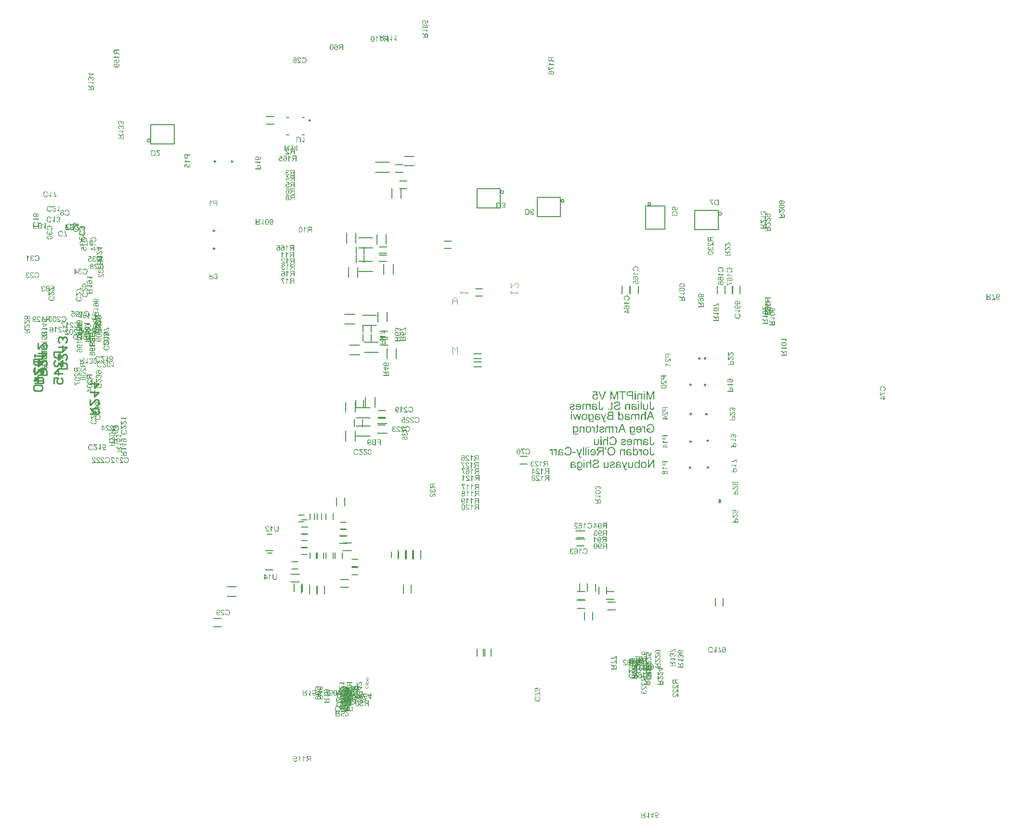
<source format=gbr>
G04*
G04 #@! TF.GenerationSoftware,Altium Limited,Altium Designer,24.2.2 (26)*
G04*
G04 Layer_Color=39423*
%FSLAX25Y25*%
%MOIN*%
G70*
G04*
G04 #@! TF.SameCoordinates,383E0004-DF84-4F77-A050-2B2E5B934949*
G04*
G04*
G04 #@! TF.FilePolarity,Positive*
G04*
G01*
G75*
%ADD10C,0.00984*%
%ADD12C,0.00787*%
%ADD14C,0.01000*%
%ADD18C,0.00300*%
G36*
X329575Y-200522D02*
X328867D01*
Y-199714D01*
X329575D01*
Y-200522D01*
D02*
G37*
G36*
X323303D02*
X322595D01*
Y-199714D01*
X323303D01*
Y-200522D01*
D02*
G37*
G36*
X296963Y-202754D02*
X296297Y-202846D01*
X296239Y-202754D01*
X296164Y-202679D01*
X296097Y-202604D01*
X296030Y-202546D01*
X295964Y-202504D01*
X295914Y-202463D01*
X295881Y-202446D01*
X295872Y-202438D01*
X295764Y-202388D01*
X295656Y-202346D01*
X295556Y-202321D01*
X295456Y-202296D01*
X295372Y-202288D01*
X295306Y-202279D01*
X295147D01*
X295047Y-202296D01*
X294873Y-202338D01*
X294723Y-202396D01*
X294589Y-202454D01*
X294489Y-202521D01*
X294414Y-202579D01*
X294373Y-202621D01*
X294356Y-202629D01*
Y-202638D01*
X294239Y-202779D01*
X294156Y-202929D01*
X294098Y-203088D01*
X294056Y-203246D01*
X294031Y-203379D01*
X294023Y-203437D01*
Y-203487D01*
X294015Y-203529D01*
Y-203562D01*
Y-203579D01*
Y-203587D01*
Y-203704D01*
X294031Y-203812D01*
X294073Y-204021D01*
X294131Y-204195D01*
X294190Y-204337D01*
X294256Y-204454D01*
X294315Y-204545D01*
X294339Y-204570D01*
X294356Y-204595D01*
X294365Y-204604D01*
X294373Y-204612D01*
X294439Y-204679D01*
X294506Y-204737D01*
X294656Y-204837D01*
X294798Y-204904D01*
X294939Y-204945D01*
X295056Y-204978D01*
X295156Y-204987D01*
X295189Y-204995D01*
X295239D01*
X295397Y-204987D01*
X295539Y-204954D01*
X295664Y-204912D01*
X295764Y-204862D01*
X295855Y-204812D01*
X295922Y-204770D01*
X295955Y-204737D01*
X295972Y-204729D01*
X296072Y-204612D01*
X296155Y-204487D01*
X296222Y-204345D01*
X296272Y-204220D01*
X296305Y-204096D01*
X296330Y-204004D01*
X296339Y-203962D01*
X296347Y-203937D01*
Y-203921D01*
Y-203912D01*
X297088Y-203971D01*
X297072Y-204104D01*
X297047Y-204229D01*
X296972Y-204462D01*
X296880Y-204662D01*
X296830Y-204753D01*
X296780Y-204829D01*
X296739Y-204904D01*
X296689Y-204970D01*
X296647Y-205020D01*
X296605Y-205062D01*
X296572Y-205095D01*
X296555Y-205128D01*
X296539Y-205137D01*
X296530Y-205145D01*
X296430Y-205220D01*
X296330Y-205287D01*
X296222Y-205345D01*
X296114Y-205395D01*
X295905Y-205470D01*
X295697Y-205520D01*
X295606Y-205545D01*
X295514Y-205553D01*
X295439Y-205562D01*
X295372Y-205570D01*
X295314Y-205578D01*
X295239D01*
X295064Y-205570D01*
X294898Y-205545D01*
X294739Y-205512D01*
X294598Y-205470D01*
X294464Y-205412D01*
X294339Y-205353D01*
X294223Y-205295D01*
X294123Y-205228D01*
X294031Y-205162D01*
X293948Y-205103D01*
X293881Y-205037D01*
X293823Y-204987D01*
X293781Y-204945D01*
X293748Y-204912D01*
X293731Y-204887D01*
X293723Y-204878D01*
X293640Y-204770D01*
X293573Y-204654D01*
X293507Y-204545D01*
X293457Y-204429D01*
X293373Y-204204D01*
X293323Y-203987D01*
X293307Y-203896D01*
X293290Y-203804D01*
X293282Y-203729D01*
X293273Y-203662D01*
X293265Y-203604D01*
Y-203562D01*
Y-203537D01*
Y-203529D01*
X293273Y-203379D01*
X293290Y-203238D01*
X293315Y-203096D01*
X293348Y-202971D01*
X293390Y-202854D01*
X293431Y-202738D01*
X293481Y-202638D01*
X293523Y-202546D01*
X293573Y-202463D01*
X293623Y-202388D01*
X293665Y-202329D01*
X293706Y-202271D01*
X293740Y-202230D01*
X293765Y-202205D01*
X293781Y-202188D01*
X293790Y-202180D01*
X293890Y-202088D01*
X293990Y-202005D01*
X294098Y-201938D01*
X294206Y-201880D01*
X294315Y-201821D01*
X294423Y-201780D01*
X294623Y-201721D01*
X294714Y-201696D01*
X294798Y-201680D01*
X294873Y-201672D01*
X294939Y-201663D01*
X294989Y-201655D01*
X295173D01*
X295272Y-201672D01*
X295472Y-201713D01*
X295656Y-201771D01*
X295822Y-201838D01*
X295955Y-201905D01*
X296014Y-201938D01*
X296064Y-201963D01*
X296106Y-201988D01*
X296130Y-202005D01*
X296147Y-202013D01*
X296155Y-202021D01*
X295847Y-200464D01*
X293540D01*
Y-199789D01*
X296405D01*
X296963Y-202754D01*
D02*
G37*
G36*
X336223Y-205478D02*
X335490D01*
Y-200572D01*
X333824Y-205478D01*
X333141D01*
X331458Y-200655D01*
Y-205478D01*
X330725D01*
Y-199714D01*
X331750D01*
X333132Y-203729D01*
X333207Y-203945D01*
X333266Y-204129D01*
X333324Y-204287D01*
X333366Y-204420D01*
X333399Y-204520D01*
X333424Y-204595D01*
X333432Y-204637D01*
X333440Y-204654D01*
X333474Y-204537D01*
X333516Y-204404D01*
X333565Y-204262D01*
X333607Y-204120D01*
X333649Y-203995D01*
X333682Y-203896D01*
X333699Y-203854D01*
X333707Y-203829D01*
X333715Y-203812D01*
Y-203804D01*
X335082Y-199714D01*
X336223D01*
Y-205478D01*
D02*
G37*
G36*
X311149D02*
X310416D01*
Y-200572D01*
X308750Y-205478D01*
X308067D01*
X306385Y-200655D01*
Y-205478D01*
X305652D01*
Y-199714D01*
X306676D01*
X308059Y-203729D01*
X308134Y-203945D01*
X308192Y-204129D01*
X308251Y-204287D01*
X308292Y-204420D01*
X308326Y-204520D01*
X308351Y-204595D01*
X308359Y-204637D01*
X308367Y-204654D01*
X308401Y-204537D01*
X308442Y-204404D01*
X308492Y-204262D01*
X308534Y-204120D01*
X308576Y-203995D01*
X308609Y-203896D01*
X308625Y-203854D01*
X308634Y-203829D01*
X308642Y-203812D01*
Y-203804D01*
X310008Y-199714D01*
X311149D01*
Y-205478D01*
D02*
G37*
G36*
X300537D02*
X299737D01*
X297488Y-199714D01*
X298263D01*
X299829Y-203904D01*
X299896Y-204079D01*
X299954Y-204245D01*
X300004Y-204404D01*
X300045Y-204545D01*
X300087Y-204670D01*
X300112Y-204762D01*
X300120Y-204795D01*
X300129Y-204820D01*
X300137Y-204837D01*
Y-204845D01*
X300237Y-204512D01*
X300287Y-204354D01*
X300337Y-204212D01*
X300379Y-204087D01*
X300395Y-204037D01*
X300404Y-203987D01*
X300420Y-203954D01*
X300429Y-203929D01*
X300437Y-203912D01*
Y-203904D01*
X301937Y-199714D01*
X302769D01*
X300537Y-205478D01*
D02*
G37*
G36*
X329575D02*
X328867D01*
Y-201297D01*
X329575D01*
Y-205478D01*
D02*
G37*
G36*
X325985Y-201213D02*
X326135Y-201238D01*
X326268Y-201272D01*
X326402Y-201313D01*
X326518Y-201363D01*
X326627Y-201422D01*
X326727Y-201488D01*
X326810Y-201547D01*
X326893Y-201613D01*
X326960Y-201680D01*
X327018Y-201738D01*
X327068Y-201788D01*
X327101Y-201830D01*
X327126Y-201863D01*
X327143Y-201888D01*
X327151Y-201896D01*
Y-201297D01*
X327784D01*
Y-205478D01*
X327076D01*
Y-203204D01*
Y-203063D01*
X327060Y-202921D01*
X327043Y-202804D01*
X327026Y-202696D01*
X327001Y-202596D01*
X326976Y-202504D01*
X326943Y-202421D01*
X326910Y-202355D01*
X326885Y-202296D01*
X326852Y-202246D01*
X326827Y-202205D01*
X326801Y-202171D01*
X326768Y-202130D01*
X326751Y-202113D01*
X326627Y-202013D01*
X326493Y-201946D01*
X326360Y-201896D01*
X326243Y-201855D01*
X326135Y-201838D01*
X326052Y-201830D01*
X326019Y-201821D01*
X325977D01*
X325877Y-201830D01*
X325777Y-201838D01*
X325694Y-201863D01*
X325627Y-201888D01*
X325569Y-201913D01*
X325519Y-201930D01*
X325494Y-201946D01*
X325485Y-201955D01*
X325410Y-202005D01*
X325344Y-202063D01*
X325294Y-202121D01*
X325252Y-202171D01*
X325227Y-202221D01*
X325202Y-202263D01*
X325185Y-202288D01*
Y-202296D01*
X325161Y-202388D01*
X325135Y-202488D01*
X325119Y-202596D01*
X325111Y-202704D01*
X325102Y-202796D01*
Y-202871D01*
Y-202929D01*
Y-202938D01*
Y-202946D01*
Y-205478D01*
X324394D01*
Y-202913D01*
Y-202738D01*
X324402Y-202596D01*
X324411Y-202480D01*
Y-202379D01*
X324419Y-202313D01*
X324427Y-202263D01*
X324436Y-202230D01*
Y-202221D01*
X324461Y-202113D01*
X324502Y-202013D01*
X324536Y-201930D01*
X324569Y-201846D01*
X324611Y-201788D01*
X324636Y-201746D01*
X324652Y-201713D01*
X324661Y-201705D01*
X324727Y-201622D01*
X324802Y-201555D01*
X324877Y-201488D01*
X324961Y-201438D01*
X325027Y-201397D01*
X325085Y-201372D01*
X325119Y-201355D01*
X325135Y-201347D01*
X325252Y-201297D01*
X325377Y-201263D01*
X325494Y-201238D01*
X325602Y-201222D01*
X325694Y-201213D01*
X325760Y-201205D01*
X325827D01*
X325985Y-201213D01*
D02*
G37*
G36*
X323303Y-205478D02*
X322595D01*
Y-201297D01*
X323303D01*
Y-205478D01*
D02*
G37*
G36*
X321420D02*
X320654D01*
Y-203137D01*
X319180D01*
X318963Y-203129D01*
X318755Y-203113D01*
X318571Y-203088D01*
X318405Y-203054D01*
X318247Y-203021D01*
X318113Y-202979D01*
X317988Y-202929D01*
X317880Y-202879D01*
X317788Y-202838D01*
X317705Y-202788D01*
X317638Y-202746D01*
X317588Y-202704D01*
X317547Y-202679D01*
X317522Y-202654D01*
X317505Y-202638D01*
X317497Y-202629D01*
X317414Y-202529D01*
X317339Y-202430D01*
X317280Y-202329D01*
X317222Y-202221D01*
X317172Y-202113D01*
X317139Y-202013D01*
X317080Y-201821D01*
X317064Y-201730D01*
X317047Y-201646D01*
X317039Y-201571D01*
X317030Y-201513D01*
X317022Y-201455D01*
Y-201422D01*
Y-201397D01*
Y-201388D01*
X317030Y-201230D01*
X317047Y-201080D01*
X317080Y-200947D01*
X317105Y-200830D01*
X317139Y-200730D01*
X317172Y-200655D01*
X317189Y-200613D01*
X317197Y-200597D01*
X317264Y-200472D01*
X317347Y-200364D01*
X317422Y-200264D01*
X317497Y-200189D01*
X317564Y-200130D01*
X317614Y-200080D01*
X317647Y-200055D01*
X317664Y-200047D01*
X317772Y-199980D01*
X317897Y-199922D01*
X318013Y-199872D01*
X318122Y-199830D01*
X318222Y-199805D01*
X318297Y-199789D01*
X318355Y-199772D01*
X318372D01*
X318496Y-199756D01*
X318638Y-199739D01*
X318788Y-199731D01*
X318930Y-199722D01*
X319055Y-199714D01*
X321420D01*
Y-205478D01*
D02*
G37*
G36*
X316481Y-200397D02*
X314581D01*
Y-205478D01*
X313815D01*
Y-200397D01*
X311916D01*
Y-199714D01*
X316481D01*
Y-200397D01*
D02*
G37*
G36*
X325602Y-207639D02*
X324894D01*
Y-206831D01*
X325602D01*
Y-207639D01*
D02*
G37*
G36*
X290258Y-208330D02*
X290399Y-208355D01*
X290524Y-208380D01*
X290633Y-208414D01*
X290724Y-208455D01*
X290791Y-208480D01*
X290833Y-208505D01*
X290849Y-208514D01*
X290966Y-208589D01*
X291066Y-208672D01*
X291157Y-208755D01*
X291232Y-208839D01*
X291291Y-208905D01*
X291341Y-208963D01*
X291366Y-208997D01*
X291374Y-209014D01*
Y-208414D01*
X292007D01*
Y-212595D01*
X291299D01*
Y-210430D01*
X291291Y-210230D01*
X291282Y-210055D01*
X291266Y-209905D01*
X291241Y-209780D01*
X291216Y-209688D01*
X291199Y-209622D01*
X291191Y-209580D01*
X291182Y-209563D01*
X291132Y-209455D01*
X291074Y-209363D01*
X291016Y-209280D01*
X290957Y-209213D01*
X290899Y-209163D01*
X290858Y-209130D01*
X290824Y-209105D01*
X290816Y-209097D01*
X290716Y-209047D01*
X290624Y-209005D01*
X290524Y-208980D01*
X290441Y-208955D01*
X290374Y-208947D01*
X290316Y-208939D01*
X290266D01*
X290125Y-208947D01*
X290008Y-208972D01*
X289908Y-209014D01*
X289833Y-209055D01*
X289775Y-209105D01*
X289733Y-209138D01*
X289708Y-209172D01*
X289700Y-209180D01*
X289641Y-209280D01*
X289600Y-209388D01*
X289566Y-209505D01*
X289550Y-209622D01*
X289533Y-209722D01*
X289525Y-209813D01*
Y-209846D01*
Y-209863D01*
Y-209880D01*
Y-209888D01*
Y-212595D01*
X288817D01*
Y-210171D01*
X288800Y-209946D01*
X288767Y-209755D01*
X288725Y-209597D01*
X288667Y-209463D01*
X288617Y-209363D01*
X288567Y-209297D01*
X288533Y-209255D01*
X288525Y-209238D01*
X288408Y-209138D01*
X288284Y-209064D01*
X288159Y-209014D01*
X288042Y-208972D01*
X287942Y-208955D01*
X287859Y-208947D01*
X287825Y-208939D01*
X287784D01*
X287692Y-208947D01*
X287617Y-208955D01*
X287542Y-208972D01*
X287484Y-208997D01*
X287426Y-209022D01*
X287392Y-209038D01*
X287367Y-209047D01*
X287359Y-209055D01*
X287292Y-209105D01*
X287242Y-209155D01*
X287201Y-209205D01*
X287167Y-209255D01*
X287142Y-209297D01*
X287126Y-209330D01*
X287109Y-209355D01*
Y-209363D01*
X287084Y-209438D01*
X287067Y-209538D01*
X287059Y-209638D01*
X287051Y-209738D01*
X287042Y-209830D01*
Y-209905D01*
Y-209955D01*
Y-209963D01*
Y-209971D01*
Y-212595D01*
X286334D01*
Y-209730D01*
Y-209597D01*
X286351Y-209480D01*
X286368Y-209363D01*
X286384Y-209263D01*
X286409Y-209163D01*
X286443Y-209080D01*
X286468Y-209005D01*
X286501Y-208930D01*
X286534Y-208872D01*
X286559Y-208814D01*
X286618Y-208739D01*
X286651Y-208689D01*
X286668Y-208672D01*
X286801Y-208555D01*
X286959Y-208472D01*
X287117Y-208405D01*
X287267Y-208364D01*
X287409Y-208339D01*
X287467Y-208330D01*
X287526D01*
X287567Y-208322D01*
X287626D01*
X287775Y-208330D01*
X287909Y-208355D01*
X288042Y-208389D01*
X288167Y-208439D01*
X288284Y-208497D01*
X288392Y-208555D01*
X288484Y-208622D01*
X288575Y-208689D01*
X288658Y-208764D01*
X288725Y-208830D01*
X288783Y-208889D01*
X288833Y-208947D01*
X288875Y-208997D01*
X288900Y-209030D01*
X288917Y-209055D01*
X288925Y-209064D01*
X288975Y-208939D01*
X289042Y-208830D01*
X289117Y-208739D01*
X289183Y-208664D01*
X289250Y-208597D01*
X289300Y-208555D01*
X289333Y-208530D01*
X289350Y-208522D01*
X289466Y-208455D01*
X289591Y-208405D01*
X289716Y-208372D01*
X289841Y-208347D01*
X289941Y-208330D01*
X290033Y-208322D01*
X290108D01*
X290258Y-208330D01*
D02*
G37*
G36*
X322245D02*
X322420Y-208347D01*
X322586Y-208372D01*
X322720Y-208397D01*
X322836Y-208422D01*
X322920Y-208447D01*
X322953Y-208455D01*
X322978Y-208464D01*
X322986Y-208472D01*
X322995D01*
X323136Y-208530D01*
X323261Y-208605D01*
X323370Y-208672D01*
X323461Y-208739D01*
X323528Y-208805D01*
X323578Y-208855D01*
X323611Y-208889D01*
X323619Y-208897D01*
X323694Y-209005D01*
X323761Y-209122D01*
X323811Y-209238D01*
X323853Y-209347D01*
X323886Y-209455D01*
X323911Y-209530D01*
X323919Y-209563D01*
Y-209588D01*
X323928Y-209597D01*
Y-209605D01*
X323236Y-209697D01*
X323186Y-209547D01*
X323136Y-209413D01*
X323078Y-209305D01*
X323028Y-209222D01*
X322978Y-209155D01*
X322936Y-209114D01*
X322903Y-209088D01*
X322895Y-209080D01*
X322795Y-209022D01*
X322678Y-208980D01*
X322553Y-208947D01*
X322437Y-208930D01*
X322320Y-208913D01*
X322237Y-208905D01*
X322153D01*
X321962Y-208913D01*
X321795Y-208939D01*
X321662Y-208980D01*
X321545Y-209022D01*
X321462Y-209072D01*
X321395Y-209105D01*
X321354Y-209138D01*
X321345Y-209147D01*
X321279Y-209222D01*
X321229Y-209313D01*
X321187Y-209413D01*
X321162Y-209513D01*
X321145Y-209605D01*
X321137Y-209688D01*
Y-209738D01*
Y-209747D01*
Y-209755D01*
Y-209771D01*
Y-209805D01*
Y-209863D01*
X321145Y-209913D01*
Y-209930D01*
Y-209938D01*
X321229Y-209963D01*
X321320Y-209988D01*
X321512Y-210038D01*
X321728Y-210080D01*
X321929Y-210121D01*
X322028Y-210138D01*
X322120Y-210146D01*
X322203Y-210163D01*
X322270Y-210171D01*
X322328Y-210180D01*
X322370D01*
X322403Y-210188D01*
X322412D01*
X322562Y-210205D01*
X322687Y-210230D01*
X322795Y-210246D01*
X322878Y-210263D01*
X322945Y-210271D01*
X322995Y-210288D01*
X323028Y-210296D01*
X323036D01*
X323145Y-210330D01*
X323236Y-210363D01*
X323328Y-210405D01*
X323403Y-210438D01*
X323469Y-210471D01*
X323511Y-210505D01*
X323545Y-210521D01*
X323553Y-210530D01*
X323636Y-210588D01*
X323703Y-210654D01*
X323769Y-210721D01*
X323819Y-210788D01*
X323861Y-210846D01*
X323894Y-210896D01*
X323911Y-210929D01*
X323919Y-210938D01*
X323961Y-211029D01*
X323994Y-211129D01*
X324019Y-211221D01*
X324036Y-211313D01*
X324044Y-211388D01*
X324053Y-211446D01*
Y-211479D01*
Y-211496D01*
X324044Y-211596D01*
X324036Y-211679D01*
X323994Y-211854D01*
X323936Y-211996D01*
X323869Y-212121D01*
X323803Y-212221D01*
X323744Y-212296D01*
X323703Y-212337D01*
X323686Y-212354D01*
X323536Y-212462D01*
X323370Y-212545D01*
X323186Y-212604D01*
X323020Y-212645D01*
X322870Y-212670D01*
X322803Y-212679D01*
X322745D01*
X322695Y-212687D01*
X322628D01*
X322478Y-212679D01*
X322328Y-212662D01*
X322195Y-212645D01*
X322078Y-212620D01*
X321987Y-212595D01*
X321912Y-212570D01*
X321862Y-212562D01*
X321845Y-212554D01*
X321704Y-212495D01*
X321570Y-212421D01*
X321445Y-212337D01*
X321320Y-212262D01*
X321220Y-212187D01*
X321145Y-212129D01*
X321095Y-212087D01*
X321087Y-212071D01*
X321079D01*
X321062Y-212179D01*
X321045Y-212279D01*
X321029Y-212370D01*
X321004Y-212445D01*
X320979Y-212512D01*
X320962Y-212554D01*
X320954Y-212587D01*
X320946Y-212595D01*
X320204D01*
X320246Y-212504D01*
X320287Y-212412D01*
X320321Y-212329D01*
X320337Y-212254D01*
X320362Y-212187D01*
X320371Y-212137D01*
X320379Y-212104D01*
Y-212096D01*
X320387Y-212037D01*
X320396Y-211962D01*
Y-211879D01*
X320404Y-211787D01*
X320412Y-211579D01*
Y-211371D01*
X320421Y-211171D01*
Y-211079D01*
Y-211004D01*
Y-210938D01*
Y-210888D01*
Y-210854D01*
Y-210846D01*
Y-209896D01*
Y-209738D01*
X320429Y-209597D01*
X320437Y-209488D01*
Y-209397D01*
X320446Y-209330D01*
X320454Y-209280D01*
X320462Y-209255D01*
Y-209247D01*
X320487Y-209138D01*
X320521Y-209047D01*
X320554Y-208972D01*
X320596Y-208897D01*
X320629Y-208847D01*
X320654Y-208805D01*
X320671Y-208780D01*
X320679Y-208772D01*
X320746Y-208705D01*
X320821Y-208639D01*
X320904Y-208589D01*
X320987Y-208539D01*
X321062Y-208505D01*
X321120Y-208480D01*
X321162Y-208464D01*
X321179Y-208455D01*
X321312Y-208414D01*
X321454Y-208380D01*
X321595Y-208355D01*
X321737Y-208339D01*
X321862Y-208330D01*
X321953Y-208322D01*
X322045D01*
X322245Y-208330D01*
D02*
G37*
G36*
X294914D02*
X295089Y-208347D01*
X295256Y-208372D01*
X295389Y-208397D01*
X295506Y-208422D01*
X295589Y-208447D01*
X295622Y-208455D01*
X295647Y-208464D01*
X295656Y-208472D01*
X295664D01*
X295806Y-208530D01*
X295931Y-208605D01*
X296039Y-208672D01*
X296130Y-208739D01*
X296197Y-208805D01*
X296247Y-208855D01*
X296280Y-208889D01*
X296289Y-208897D01*
X296364Y-209005D01*
X296430Y-209122D01*
X296480Y-209238D01*
X296522Y-209347D01*
X296555Y-209455D01*
X296580Y-209530D01*
X296589Y-209563D01*
Y-209588D01*
X296597Y-209597D01*
Y-209605D01*
X295905Y-209697D01*
X295855Y-209547D01*
X295806Y-209413D01*
X295747Y-209305D01*
X295697Y-209222D01*
X295647Y-209155D01*
X295606Y-209114D01*
X295572Y-209088D01*
X295564Y-209080D01*
X295464Y-209022D01*
X295347Y-208980D01*
X295222Y-208947D01*
X295106Y-208930D01*
X294989Y-208913D01*
X294906Y-208905D01*
X294823D01*
X294631Y-208913D01*
X294464Y-208939D01*
X294331Y-208980D01*
X294215Y-209022D01*
X294131Y-209072D01*
X294065Y-209105D01*
X294023Y-209138D01*
X294015Y-209147D01*
X293948Y-209222D01*
X293898Y-209313D01*
X293856Y-209413D01*
X293831Y-209513D01*
X293815Y-209605D01*
X293806Y-209688D01*
Y-209738D01*
Y-209747D01*
Y-209755D01*
Y-209771D01*
Y-209805D01*
Y-209863D01*
X293815Y-209913D01*
Y-209930D01*
Y-209938D01*
X293898Y-209963D01*
X293990Y-209988D01*
X294181Y-210038D01*
X294398Y-210080D01*
X294598Y-210121D01*
X294698Y-210138D01*
X294789Y-210146D01*
X294873Y-210163D01*
X294939Y-210171D01*
X294998Y-210180D01*
X295039D01*
X295073Y-210188D01*
X295081D01*
X295231Y-210205D01*
X295356Y-210230D01*
X295464Y-210246D01*
X295547Y-210263D01*
X295614Y-210271D01*
X295664Y-210288D01*
X295697Y-210296D01*
X295706D01*
X295814Y-210330D01*
X295905Y-210363D01*
X295997Y-210405D01*
X296072Y-210438D01*
X296139Y-210471D01*
X296180Y-210505D01*
X296214Y-210521D01*
X296222Y-210530D01*
X296305Y-210588D01*
X296372Y-210654D01*
X296439Y-210721D01*
X296489Y-210788D01*
X296530Y-210846D01*
X296564Y-210896D01*
X296580Y-210929D01*
X296589Y-210938D01*
X296630Y-211029D01*
X296664Y-211129D01*
X296689Y-211221D01*
X296705Y-211313D01*
X296713Y-211388D01*
X296722Y-211446D01*
Y-211479D01*
Y-211496D01*
X296713Y-211596D01*
X296705Y-211679D01*
X296664Y-211854D01*
X296605Y-211996D01*
X296539Y-212121D01*
X296472Y-212221D01*
X296414Y-212296D01*
X296372Y-212337D01*
X296355Y-212354D01*
X296205Y-212462D01*
X296039Y-212545D01*
X295855Y-212604D01*
X295689Y-212645D01*
X295539Y-212670D01*
X295472Y-212679D01*
X295414D01*
X295364Y-212687D01*
X295297D01*
X295147Y-212679D01*
X294998Y-212662D01*
X294864Y-212645D01*
X294748Y-212620D01*
X294656Y-212595D01*
X294581Y-212570D01*
X294531Y-212562D01*
X294514Y-212554D01*
X294373Y-212495D01*
X294239Y-212421D01*
X294115Y-212337D01*
X293990Y-212262D01*
X293890Y-212187D01*
X293815Y-212129D01*
X293765Y-212087D01*
X293756Y-212071D01*
X293748D01*
X293731Y-212179D01*
X293715Y-212279D01*
X293698Y-212370D01*
X293673Y-212445D01*
X293648Y-212512D01*
X293631Y-212554D01*
X293623Y-212587D01*
X293615Y-212595D01*
X292873D01*
X292915Y-212504D01*
X292957Y-212412D01*
X292990Y-212329D01*
X293007Y-212254D01*
X293032Y-212187D01*
X293040Y-212137D01*
X293048Y-212104D01*
Y-212096D01*
X293057Y-212037D01*
X293065Y-211962D01*
Y-211879D01*
X293073Y-211787D01*
X293082Y-211579D01*
Y-211371D01*
X293090Y-211171D01*
Y-211079D01*
Y-211004D01*
Y-210938D01*
Y-210888D01*
Y-210854D01*
Y-210846D01*
Y-209896D01*
Y-209738D01*
X293098Y-209597D01*
X293107Y-209488D01*
Y-209397D01*
X293115Y-209330D01*
X293123Y-209280D01*
X293132Y-209255D01*
Y-209247D01*
X293157Y-209138D01*
X293190Y-209047D01*
X293223Y-208972D01*
X293265Y-208897D01*
X293298Y-208847D01*
X293323Y-208805D01*
X293340Y-208780D01*
X293348Y-208772D01*
X293415Y-208705D01*
X293490Y-208639D01*
X293573Y-208589D01*
X293656Y-208539D01*
X293731Y-208505D01*
X293790Y-208480D01*
X293831Y-208464D01*
X293848Y-208455D01*
X293981Y-208414D01*
X294123Y-208380D01*
X294265Y-208355D01*
X294406Y-208339D01*
X294531Y-208330D01*
X294623Y-208322D01*
X294714D01*
X294914Y-208330D01*
D02*
G37*
G36*
X307118Y-207381D02*
Y-208414D01*
X307643D01*
Y-208963D01*
X307118D01*
Y-211379D01*
Y-211496D01*
Y-211596D01*
X307109Y-211687D01*
X307101Y-211779D01*
Y-211854D01*
X307093Y-211921D01*
X307076Y-212029D01*
X307059Y-212112D01*
X307051Y-212171D01*
X307034Y-212204D01*
Y-212212D01*
X307001Y-212287D01*
X306951Y-212346D01*
X306901Y-212404D01*
X306859Y-212445D01*
X306809Y-212487D01*
X306776Y-212512D01*
X306751Y-212529D01*
X306743Y-212537D01*
X306651Y-212579D01*
X306560Y-212604D01*
X306460Y-212629D01*
X306360Y-212637D01*
X306276Y-212645D01*
X306210Y-212654D01*
X306143D01*
X305960Y-212645D01*
X305868Y-212637D01*
X305785Y-212620D01*
X305710Y-212612D01*
X305652Y-212604D01*
X305618Y-212595D01*
X305602D01*
X305693Y-211971D01*
X305760Y-211979D01*
X305827Y-211987D01*
X305885D01*
X305926Y-211996D01*
X306010D01*
X306118Y-211987D01*
X306193Y-211971D01*
X306235Y-211954D01*
X306251Y-211946D01*
X306310Y-211904D01*
X306343Y-211862D01*
X306368Y-211829D01*
X306376Y-211812D01*
X306385Y-211771D01*
X306393Y-211712D01*
X306401Y-211579D01*
X306410Y-211521D01*
Y-211471D01*
Y-211438D01*
Y-211421D01*
Y-208963D01*
X305693D01*
Y-208414D01*
X306410D01*
Y-206956D01*
X307118Y-207381D01*
D02*
G37*
G36*
X331891Y-211004D02*
Y-211163D01*
X331883Y-211304D01*
X331874Y-211413D01*
X331866Y-211512D01*
Y-211579D01*
X331858Y-211629D01*
X331850Y-211662D01*
Y-211671D01*
X331824Y-211779D01*
X331791Y-211879D01*
X331758Y-211971D01*
X331716Y-212046D01*
X331683Y-212112D01*
X331658Y-212154D01*
X331641Y-212187D01*
X331633Y-212196D01*
X331566Y-212270D01*
X331491Y-212337D01*
X331416Y-212396D01*
X331333Y-212445D01*
X331266Y-212487D01*
X331208Y-212520D01*
X331175Y-212537D01*
X331158Y-212545D01*
X331033Y-212595D01*
X330917Y-212629D01*
X330800Y-212654D01*
X330692Y-212670D01*
X330600Y-212679D01*
X330525Y-212687D01*
X330467D01*
X330317Y-212679D01*
X330167Y-212654D01*
X330033Y-212620D01*
X329900Y-212579D01*
X329784Y-212520D01*
X329675Y-212462D01*
X329575Y-212404D01*
X329484Y-212337D01*
X329400Y-212270D01*
X329334Y-212212D01*
X329275Y-212146D01*
X329225Y-212096D01*
X329184Y-212054D01*
X329159Y-212021D01*
X329142Y-211996D01*
X329134Y-211987D01*
Y-212595D01*
X328501D01*
Y-208414D01*
X329209D01*
Y-210654D01*
X329217Y-210846D01*
X329225Y-211013D01*
X329242Y-211154D01*
X329267Y-211271D01*
X329292Y-211363D01*
X329309Y-211429D01*
X329317Y-211462D01*
X329326Y-211479D01*
X329376Y-211579D01*
X329434Y-211662D01*
X329500Y-211737D01*
X329567Y-211804D01*
X329625Y-211854D01*
X329675Y-211887D01*
X329709Y-211912D01*
X329725Y-211921D01*
X329834Y-211971D01*
X329942Y-212012D01*
X330042Y-212037D01*
X330134Y-212062D01*
X330208Y-212071D01*
X330267Y-212079D01*
X330325D01*
X330442Y-212071D01*
X330542Y-212054D01*
X330633Y-212029D01*
X330708Y-211996D01*
X330775Y-211971D01*
X330817Y-211946D01*
X330850Y-211929D01*
X330858Y-211921D01*
X330933Y-211854D01*
X330992Y-211787D01*
X331042Y-211712D01*
X331083Y-211646D01*
X331108Y-211579D01*
X331125Y-211529D01*
X331141Y-211496D01*
Y-211488D01*
X331158Y-211396D01*
X331166Y-211288D01*
X331175Y-211163D01*
Y-211038D01*
X331183Y-210921D01*
Y-210829D01*
Y-210788D01*
Y-210763D01*
Y-210746D01*
Y-210738D01*
Y-208414D01*
X331891D01*
Y-211004D01*
D02*
G37*
G36*
X283735Y-208330D02*
X283885Y-208347D01*
X284027Y-208372D01*
X284160Y-208414D01*
X284285Y-208455D01*
X284402Y-208505D01*
X284510Y-208555D01*
X284602Y-208614D01*
X284693Y-208664D01*
X284768Y-208722D01*
X284835Y-208772D01*
X284885Y-208814D01*
X284927Y-208855D01*
X284960Y-208880D01*
X284977Y-208897D01*
X284985Y-208905D01*
X285076Y-209022D01*
X285160Y-209147D01*
X285235Y-209272D01*
X285301Y-209405D01*
X285351Y-209547D01*
X285393Y-209680D01*
X285460Y-209946D01*
X285485Y-210063D01*
X285501Y-210180D01*
X285510Y-210280D01*
X285518Y-210371D01*
X285526Y-210446D01*
Y-210496D01*
Y-210538D01*
Y-210546D01*
X285518Y-210730D01*
X285501Y-210904D01*
X285476Y-211071D01*
X285443Y-211221D01*
X285401Y-211363D01*
X285360Y-211496D01*
X285310Y-211613D01*
X285260Y-211721D01*
X285210Y-211812D01*
X285160Y-211896D01*
X285118Y-211962D01*
X285076Y-212021D01*
X285043Y-212071D01*
X285018Y-212104D01*
X285002Y-212121D01*
X284993Y-212129D01*
X284885Y-212229D01*
X284777Y-212312D01*
X284660Y-212387D01*
X284535Y-212454D01*
X284419Y-212504D01*
X284294Y-212554D01*
X284060Y-212620D01*
X283952Y-212637D01*
X283852Y-212654D01*
X283760Y-212670D01*
X283685Y-212679D01*
X283627Y-212687D01*
X283536D01*
X283277Y-212670D01*
X283044Y-212629D01*
X282836Y-212579D01*
X282752Y-212545D01*
X282669Y-212512D01*
X282594Y-212479D01*
X282528Y-212445D01*
X282478Y-212421D01*
X282428Y-212396D01*
X282394Y-212370D01*
X282369Y-212354D01*
X282353Y-212337D01*
X282344D01*
X282178Y-212187D01*
X282044Y-212029D01*
X281928Y-211862D01*
X281844Y-211704D01*
X281778Y-211562D01*
X281753Y-211496D01*
X281728Y-211446D01*
X281711Y-211396D01*
X281703Y-211363D01*
X281695Y-211346D01*
Y-211338D01*
X282428Y-211246D01*
X282494Y-211404D01*
X282569Y-211538D01*
X282644Y-211654D01*
X282711Y-211746D01*
X282769Y-211812D01*
X282819Y-211862D01*
X282861Y-211896D01*
X282869Y-211904D01*
X282977Y-211971D01*
X283086Y-212021D01*
X283202Y-212054D01*
X283302Y-212079D01*
X283394Y-212096D01*
X283469Y-212104D01*
X283536D01*
X283635Y-212096D01*
X283727Y-212087D01*
X283894Y-212046D01*
X284044Y-211987D01*
X284177Y-211921D01*
X284277Y-211862D01*
X284352Y-211804D01*
X284402Y-211762D01*
X284410Y-211746D01*
X284419D01*
X284535Y-211596D01*
X284627Y-211429D01*
X284693Y-211246D01*
X284743Y-211079D01*
X284768Y-210929D01*
X284785Y-210863D01*
X284793Y-210805D01*
Y-210754D01*
X284802Y-210721D01*
Y-210696D01*
Y-210688D01*
X281678D01*
X281670Y-210605D01*
Y-210546D01*
Y-210513D01*
Y-210505D01*
X281678Y-210313D01*
X281695Y-210138D01*
X281719Y-209971D01*
X281753Y-209813D01*
X281795Y-209672D01*
X281836Y-209538D01*
X281886Y-209422D01*
X281936Y-209313D01*
X281986Y-209213D01*
X282036Y-209130D01*
X282078Y-209064D01*
X282119Y-209005D01*
X282153Y-208955D01*
X282178Y-208922D01*
X282194Y-208905D01*
X282203Y-208897D01*
X282303Y-208797D01*
X282411Y-208705D01*
X282528Y-208630D01*
X282644Y-208564D01*
X282761Y-208505D01*
X282869Y-208464D01*
X282986Y-208422D01*
X283086Y-208397D01*
X283194Y-208372D01*
X283286Y-208355D01*
X283369Y-208339D01*
X283436Y-208330D01*
X283494Y-208322D01*
X283577D01*
X283735Y-208330D01*
D02*
G37*
G36*
X327410Y-212595D02*
X326701D01*
Y-206831D01*
X327410D01*
Y-212595D01*
D02*
G37*
G36*
X325602D02*
X324894D01*
Y-208414D01*
X325602D01*
Y-212595D01*
D02*
G37*
G36*
X317530Y-208330D02*
X317680Y-208355D01*
X317813Y-208389D01*
X317947Y-208430D01*
X318063Y-208480D01*
X318172Y-208539D01*
X318272Y-208605D01*
X318355Y-208664D01*
X318438Y-208730D01*
X318505Y-208797D01*
X318563Y-208855D01*
X318613Y-208905D01*
X318646Y-208947D01*
X318671Y-208980D01*
X318688Y-209005D01*
X318696Y-209014D01*
Y-208414D01*
X319330D01*
Y-212595D01*
X318621D01*
Y-210321D01*
Y-210180D01*
X318605Y-210038D01*
X318588Y-209922D01*
X318571Y-209813D01*
X318547Y-209713D01*
X318521Y-209622D01*
X318488Y-209538D01*
X318455Y-209472D01*
X318430Y-209413D01*
X318396Y-209363D01*
X318372Y-209322D01*
X318347Y-209288D01*
X318313Y-209247D01*
X318297Y-209230D01*
X318172Y-209130D01*
X318038Y-209064D01*
X317905Y-209014D01*
X317788Y-208972D01*
X317680Y-208955D01*
X317597Y-208947D01*
X317564Y-208939D01*
X317522D01*
X317422Y-208947D01*
X317322Y-208955D01*
X317239Y-208980D01*
X317172Y-209005D01*
X317114Y-209030D01*
X317064Y-209047D01*
X317039Y-209064D01*
X317030Y-209072D01*
X316955Y-209122D01*
X316889Y-209180D01*
X316839Y-209238D01*
X316797Y-209288D01*
X316772Y-209338D01*
X316747Y-209380D01*
X316730Y-209405D01*
Y-209413D01*
X316705Y-209505D01*
X316681Y-209605D01*
X316664Y-209713D01*
X316656Y-209822D01*
X316647Y-209913D01*
Y-209988D01*
Y-210046D01*
Y-210055D01*
Y-210063D01*
Y-212595D01*
X315939D01*
Y-210030D01*
Y-209855D01*
X315948Y-209713D01*
X315956Y-209597D01*
Y-209497D01*
X315964Y-209430D01*
X315972Y-209380D01*
X315981Y-209347D01*
Y-209338D01*
X316006Y-209230D01*
X316048Y-209130D01*
X316081Y-209047D01*
X316114Y-208963D01*
X316156Y-208905D01*
X316181Y-208864D01*
X316197Y-208830D01*
X316206Y-208822D01*
X316272Y-208739D01*
X316347Y-208672D01*
X316422Y-208605D01*
X316506Y-208555D01*
X316572Y-208514D01*
X316631Y-208489D01*
X316664Y-208472D01*
X316681Y-208464D01*
X316797Y-208414D01*
X316922Y-208380D01*
X317039Y-208355D01*
X317147Y-208339D01*
X317239Y-208330D01*
X317305Y-208322D01*
X317372D01*
X317530Y-208330D01*
D02*
G37*
G36*
X304794Y-212595D02*
X303986D01*
Y-211787D01*
X304794D01*
Y-212595D01*
D02*
G37*
G36*
X279670Y-208339D02*
X279770Y-208347D01*
X279862Y-208364D01*
X279937Y-208380D01*
X279995Y-208397D01*
X280029Y-208405D01*
X280045Y-208414D01*
X280145Y-208447D01*
X280237Y-208480D01*
X280312Y-208514D01*
X280378Y-208547D01*
X280428Y-208572D01*
X280462Y-208597D01*
X280487Y-208605D01*
X280495Y-208614D01*
X280578Y-208672D01*
X280645Y-208739D01*
X280703Y-208814D01*
X280753Y-208872D01*
X280795Y-208930D01*
X280820Y-208972D01*
X280837Y-209005D01*
X280845Y-209014D01*
X280887Y-209105D01*
X280920Y-209188D01*
X280937Y-209280D01*
X280953Y-209355D01*
X280961Y-209430D01*
X280970Y-209480D01*
Y-209513D01*
Y-209530D01*
X280961Y-209647D01*
X280945Y-209747D01*
X280920Y-209846D01*
X280895Y-209930D01*
X280870Y-209997D01*
X280845Y-210055D01*
X280828Y-210088D01*
X280820Y-210096D01*
X280753Y-210188D01*
X280678Y-210263D01*
X280603Y-210330D01*
X280528Y-210388D01*
X280462Y-210430D01*
X280412Y-210463D01*
X280378Y-210480D01*
X280362Y-210488D01*
X280303Y-210513D01*
X280228Y-210546D01*
X280062Y-210605D01*
X279887Y-210654D01*
X279704Y-210713D01*
X279545Y-210754D01*
X279470Y-210780D01*
X279404Y-210796D01*
X279354Y-210813D01*
X279312Y-210821D01*
X279287Y-210829D01*
X279279D01*
X279171Y-210854D01*
X279079Y-210879D01*
X278996Y-210904D01*
X278921Y-210929D01*
X278854Y-210946D01*
X278796Y-210971D01*
X278696Y-211004D01*
X278629Y-211029D01*
X278588Y-211054D01*
X278562Y-211063D01*
X278554Y-211071D01*
X278479Y-211121D01*
X278429Y-211188D01*
X278387Y-211246D01*
X278363Y-211304D01*
X278346Y-211363D01*
X278338Y-211404D01*
Y-211438D01*
Y-211446D01*
X278346Y-211546D01*
X278371Y-211629D01*
X278413Y-211712D01*
X278454Y-211779D01*
X278504Y-211837D01*
X278538Y-211879D01*
X278571Y-211904D01*
X278579Y-211912D01*
X278679Y-211979D01*
X278787Y-212021D01*
X278912Y-212054D01*
X279029Y-212079D01*
X279137Y-212096D01*
X279221Y-212104D01*
X279304D01*
X279479Y-212096D01*
X279629Y-212071D01*
X279754Y-212037D01*
X279862Y-211996D01*
X279945Y-211954D01*
X280012Y-211921D01*
X280045Y-211896D01*
X280062Y-211887D01*
X280153Y-211796D01*
X280228Y-211687D01*
X280278Y-211579D01*
X280320Y-211479D01*
X280353Y-211388D01*
X280370Y-211304D01*
X280387Y-211254D01*
Y-211246D01*
Y-211238D01*
X281086Y-211346D01*
X281028Y-211579D01*
X280953Y-211787D01*
X280861Y-211954D01*
X280770Y-212096D01*
X280687Y-212212D01*
X280612Y-212287D01*
X280562Y-212337D01*
X280553Y-212346D01*
X280545Y-212354D01*
X280462Y-212412D01*
X280370Y-212462D01*
X280170Y-212545D01*
X279962Y-212604D01*
X279762Y-212645D01*
X279670Y-212662D01*
X279587Y-212670D01*
X279504Y-212679D01*
X279437D01*
X279379Y-212687D01*
X279304D01*
X279121Y-212679D01*
X278962Y-212662D01*
X278812Y-212637D01*
X278679Y-212604D01*
X278571Y-212570D01*
X278487Y-212545D01*
X278437Y-212529D01*
X278429Y-212520D01*
X278421D01*
X278279Y-212445D01*
X278163Y-212370D01*
X278063Y-212287D01*
X277971Y-212212D01*
X277904Y-212146D01*
X277863Y-212087D01*
X277829Y-212054D01*
X277821Y-212037D01*
X277754Y-211921D01*
X277705Y-211796D01*
X277663Y-211687D01*
X277638Y-211588D01*
X277621Y-211496D01*
X277613Y-211429D01*
Y-211388D01*
Y-211371D01*
X277621Y-211238D01*
X277638Y-211121D01*
X277671Y-211021D01*
X277696Y-210929D01*
X277730Y-210854D01*
X277763Y-210805D01*
X277779Y-210771D01*
X277788Y-210763D01*
X277854Y-210680D01*
X277929Y-210605D01*
X278004Y-210538D01*
X278079Y-210488D01*
X278154Y-210446D01*
X278204Y-210421D01*
X278238Y-210405D01*
X278254Y-210396D01*
X278313Y-210371D01*
X278379Y-210346D01*
X278538Y-210288D01*
X278712Y-210230D01*
X278887Y-210180D01*
X279046Y-210130D01*
X279121Y-210113D01*
X279179Y-210096D01*
X279229Y-210080D01*
X279271Y-210071D01*
X279295Y-210063D01*
X279304D01*
X279396Y-210038D01*
X279479Y-210013D01*
X279554Y-209997D01*
X279620Y-209971D01*
X279729Y-209946D01*
X279812Y-209922D01*
X279870Y-209896D01*
X279904Y-209888D01*
X279920Y-209880D01*
X279929D01*
X279995Y-209846D01*
X280053Y-209822D01*
X280103Y-209788D01*
X280137Y-209763D01*
X280170Y-209738D01*
X280187Y-209713D01*
X280195Y-209705D01*
X280204Y-209697D01*
X280254Y-209613D01*
X280278Y-209530D01*
Y-209497D01*
X280287Y-209472D01*
Y-209455D01*
Y-209447D01*
X280278Y-209372D01*
X280254Y-209297D01*
X280220Y-209230D01*
X280178Y-209180D01*
X280145Y-209130D01*
X280112Y-209097D01*
X280087Y-209080D01*
X280079Y-209072D01*
X279987Y-209014D01*
X279879Y-208972D01*
X279762Y-208947D01*
X279654Y-208922D01*
X279545Y-208913D01*
X279462Y-208905D01*
X279379D01*
X279237Y-208913D01*
X279104Y-208930D01*
X278996Y-208963D01*
X278912Y-208997D01*
X278837Y-209030D01*
X278787Y-209064D01*
X278754Y-209080D01*
X278746Y-209088D01*
X278662Y-209163D01*
X278604Y-209247D01*
X278554Y-209330D01*
X278513Y-209405D01*
X278487Y-209480D01*
X278471Y-209538D01*
X278463Y-209572D01*
Y-209588D01*
X277771Y-209497D01*
X277804Y-209355D01*
X277838Y-209230D01*
X277879Y-209122D01*
X277921Y-209022D01*
X277963Y-208955D01*
X277996Y-208897D01*
X278013Y-208864D01*
X278021Y-208855D01*
X278096Y-208772D01*
X278179Y-208697D01*
X278271Y-208630D01*
X278363Y-208572D01*
X278446Y-208530D01*
X278513Y-208497D01*
X278554Y-208480D01*
X278562Y-208472D01*
X278571D01*
X278712Y-208422D01*
X278862Y-208389D01*
X279004Y-208355D01*
X279137Y-208339D01*
X279262Y-208330D01*
X279354Y-208322D01*
X279554D01*
X279670Y-208339D01*
D02*
G37*
G36*
X333799Y-210805D02*
Y-210979D01*
X333815Y-211129D01*
X333824Y-211254D01*
X333840Y-211354D01*
X333857Y-211429D01*
X333865Y-211488D01*
X333882Y-211521D01*
Y-211529D01*
X333915Y-211613D01*
X333957Y-211679D01*
X334007Y-211737D01*
X334049Y-211796D01*
X334099Y-211829D01*
X334132Y-211862D01*
X334157Y-211879D01*
X334165Y-211887D01*
X334248Y-211929D01*
X334332Y-211962D01*
X334415Y-211979D01*
X334490Y-211996D01*
X334565Y-212004D01*
X334615Y-212012D01*
X334665D01*
X334798Y-212004D01*
X334923Y-211971D01*
X335023Y-211937D01*
X335115Y-211887D01*
X335181Y-211846D01*
X335231Y-211804D01*
X335265Y-211779D01*
X335273Y-211771D01*
X335315Y-211721D01*
X335348Y-211662D01*
X335398Y-211529D01*
X335448Y-211379D01*
X335473Y-211229D01*
X335498Y-211088D01*
Y-211029D01*
X335506Y-210979D01*
X335515Y-210929D01*
Y-210896D01*
Y-210879D01*
Y-210871D01*
X336206Y-210971D01*
Y-211129D01*
X336198Y-211271D01*
X336173Y-211413D01*
X336156Y-211538D01*
X336123Y-211654D01*
X336089Y-211754D01*
X336056Y-211854D01*
X336023Y-211937D01*
X335981Y-212012D01*
X335948Y-212079D01*
X335914Y-212137D01*
X335881Y-212179D01*
X335856Y-212212D01*
X335840Y-212246D01*
X335831Y-212254D01*
X335823Y-212262D01*
X335740Y-212337D01*
X335656Y-212404D01*
X335565Y-212462D01*
X335465Y-212512D01*
X335273Y-212587D01*
X335090Y-212637D01*
X334915Y-212670D01*
X334848Y-212679D01*
X334782Y-212687D01*
X334732Y-212695D01*
X334657D01*
X334473Y-212687D01*
X334307Y-212662D01*
X334157Y-212629D01*
X334024Y-212587D01*
X333915Y-212554D01*
X333840Y-212520D01*
X333790Y-212495D01*
X333774Y-212487D01*
X333640Y-212404D01*
X333524Y-212304D01*
X333432Y-212204D01*
X333349Y-212112D01*
X333291Y-212021D01*
X333249Y-211954D01*
X333224Y-211904D01*
X333216Y-211896D01*
Y-211887D01*
X333157Y-211721D01*
X333107Y-211546D01*
X333074Y-211354D01*
X333057Y-211171D01*
X333041Y-211013D01*
Y-210946D01*
X333032Y-210879D01*
Y-210829D01*
Y-210796D01*
Y-210771D01*
Y-210763D01*
Y-206831D01*
X333799D01*
Y-210805D01*
D02*
G37*
G36*
X310750Y-206739D02*
X310941Y-206764D01*
X311124Y-206798D01*
X311283Y-206831D01*
X311408Y-206864D01*
X311466Y-206881D01*
X311508Y-206898D01*
X311541Y-206914D01*
X311566Y-206923D01*
X311583Y-206931D01*
X311591D01*
X311757Y-207014D01*
X311908Y-207106D01*
X312032Y-207206D01*
X312132Y-207297D01*
X312207Y-207381D01*
X312266Y-207448D01*
X312307Y-207497D01*
X312316Y-207506D01*
Y-207514D01*
X312399Y-207656D01*
X312457Y-207797D01*
X312499Y-207939D01*
X312524Y-208064D01*
X312541Y-208172D01*
X312557Y-208256D01*
Y-208289D01*
Y-208314D01*
Y-208322D01*
Y-208330D01*
X312549Y-208472D01*
X312524Y-208605D01*
X312491Y-208730D01*
X312457Y-208839D01*
X312424Y-208922D01*
X312391Y-208988D01*
X312366Y-209030D01*
X312357Y-209047D01*
X312274Y-209163D01*
X312174Y-209272D01*
X312074Y-209363D01*
X311974Y-209438D01*
X311891Y-209505D01*
X311816Y-209547D01*
X311766Y-209580D01*
X311757Y-209588D01*
X311749D01*
X311683Y-209622D01*
X311608Y-209655D01*
X311441Y-209713D01*
X311249Y-209771D01*
X311066Y-209830D01*
X310899Y-209880D01*
X310825Y-209896D01*
X310758Y-209913D01*
X310708Y-209930D01*
X310666Y-209938D01*
X310641Y-209946D01*
X310633D01*
X310491Y-209980D01*
X310358Y-210013D01*
X310242Y-210046D01*
X310141Y-210071D01*
X310041Y-210096D01*
X309958Y-210121D01*
X309883Y-210138D01*
X309825Y-210163D01*
X309767Y-210180D01*
X309725Y-210188D01*
X309658Y-210213D01*
X309617Y-210221D01*
X309608Y-210230D01*
X309483Y-210280D01*
X309375Y-210338D01*
X309283Y-210396D01*
X309217Y-210446D01*
X309159Y-210496D01*
X309125Y-210530D01*
X309100Y-210555D01*
X309092Y-210563D01*
X309034Y-210638D01*
X308992Y-210721D01*
X308967Y-210805D01*
X308942Y-210871D01*
X308934Y-210938D01*
X308925Y-210988D01*
Y-211029D01*
Y-211038D01*
X308934Y-211138D01*
X308950Y-211229D01*
X308975Y-211313D01*
X309009Y-211379D01*
X309042Y-211446D01*
X309067Y-211488D01*
X309084Y-211521D01*
X309092Y-211529D01*
X309159Y-211613D01*
X309242Y-211679D01*
X309325Y-211737D01*
X309400Y-211796D01*
X309475Y-211829D01*
X309533Y-211862D01*
X309575Y-211879D01*
X309592Y-211887D01*
X309717Y-211929D01*
X309850Y-211962D01*
X309983Y-211979D01*
X310100Y-211996D01*
X310200Y-212004D01*
X310283Y-212012D01*
X310358D01*
X310541Y-212004D01*
X310708Y-211987D01*
X310858Y-211962D01*
X310991Y-211929D01*
X311099Y-211896D01*
X311183Y-211871D01*
X311208Y-211862D01*
X311233Y-211854D01*
X311241Y-211846D01*
X311249D01*
X311383Y-211779D01*
X311508Y-211704D01*
X311599Y-211629D01*
X311683Y-211554D01*
X311749Y-211496D01*
X311791Y-211438D01*
X311816Y-211404D01*
X311824Y-211396D01*
X311882Y-211288D01*
X311941Y-211171D01*
X311974Y-211046D01*
X312007Y-210938D01*
X312032Y-210829D01*
X312049Y-210754D01*
Y-210721D01*
X312057Y-210696D01*
Y-210688D01*
Y-210680D01*
X312774Y-210746D01*
X312757Y-210954D01*
X312724Y-211154D01*
X312674Y-211329D01*
X312615Y-211488D01*
X312557Y-211613D01*
X312532Y-211662D01*
X312515Y-211704D01*
X312491Y-211737D01*
X312482Y-211762D01*
X312466Y-211779D01*
Y-211787D01*
X312341Y-211946D01*
X312207Y-212087D01*
X312066Y-212204D01*
X311932Y-212304D01*
X311816Y-212379D01*
X311716Y-212429D01*
X311683Y-212445D01*
X311658Y-212462D01*
X311641Y-212471D01*
X311633D01*
X311424Y-212545D01*
X311208Y-212604D01*
X310991Y-212637D01*
X310783Y-212670D01*
X310683Y-212679D01*
X310600Y-212687D01*
X310525D01*
X310458Y-212695D01*
X310325D01*
X310100Y-212687D01*
X309892Y-212662D01*
X309700Y-212620D01*
X309542Y-212579D01*
X309408Y-212545D01*
X309350Y-212520D01*
X309300Y-212504D01*
X309267Y-212487D01*
X309242Y-212479D01*
X309225Y-212471D01*
X309217D01*
X309042Y-212379D01*
X308892Y-212279D01*
X308759Y-212171D01*
X308650Y-212071D01*
X308567Y-211987D01*
X308509Y-211912D01*
X308467Y-211862D01*
X308459Y-211854D01*
Y-211846D01*
X308367Y-211687D01*
X308301Y-211538D01*
X308259Y-211396D01*
X308226Y-211263D01*
X308209Y-211146D01*
X308192Y-211054D01*
Y-211021D01*
Y-210996D01*
Y-210988D01*
Y-210979D01*
X308201Y-210813D01*
X308226Y-210654D01*
X308267Y-210513D01*
X308309Y-210396D01*
X308359Y-210296D01*
X308392Y-210221D01*
X308425Y-210180D01*
X308434Y-210163D01*
X308534Y-210038D01*
X308650Y-209922D01*
X308775Y-209822D01*
X308900Y-209730D01*
X309009Y-209663D01*
X309100Y-209613D01*
X309134Y-209597D01*
X309159Y-209580D01*
X309175Y-209572D01*
X309184D01*
X309250Y-209538D01*
X309333Y-209513D01*
X309425Y-209480D01*
X309525Y-209447D01*
X309733Y-209388D01*
X309950Y-209330D01*
X310050Y-209305D01*
X310141Y-209280D01*
X310233Y-209255D01*
X310308Y-209238D01*
X310366Y-209222D01*
X310416Y-209213D01*
X310450Y-209205D01*
X310458D01*
X310625Y-209163D01*
X310775Y-209130D01*
X310908Y-209088D01*
X311024Y-209055D01*
X311133Y-209014D01*
X311224Y-208980D01*
X311308Y-208947D01*
X311383Y-208922D01*
X311441Y-208889D01*
X311491Y-208864D01*
X311524Y-208847D01*
X311558Y-208822D01*
X311599Y-208797D01*
X311608Y-208789D01*
X311683Y-208705D01*
X311733Y-208622D01*
X311774Y-208539D01*
X311799Y-208455D01*
X311816Y-208389D01*
X311824Y-208330D01*
Y-208297D01*
Y-208280D01*
X311807Y-208147D01*
X311774Y-208031D01*
X311724Y-207931D01*
X311666Y-207839D01*
X311616Y-207772D01*
X311566Y-207714D01*
X311533Y-207681D01*
X311516Y-207672D01*
X311449Y-207631D01*
X311383Y-207589D01*
X311224Y-207522D01*
X311058Y-207481D01*
X310891Y-207448D01*
X310741Y-207431D01*
X310675Y-207422D01*
X310625Y-207414D01*
X310508D01*
X310275Y-207422D01*
X310067Y-207456D01*
X309900Y-207506D01*
X309758Y-207556D01*
X309650Y-207606D01*
X309567Y-207656D01*
X309525Y-207689D01*
X309508Y-207697D01*
X309392Y-207814D01*
X309300Y-207939D01*
X309225Y-208072D01*
X309175Y-208206D01*
X309142Y-208330D01*
X309117Y-208422D01*
X309109Y-208464D01*
X309100Y-208489D01*
Y-208505D01*
Y-208514D01*
X308367Y-208455D01*
X308384Y-208272D01*
X308425Y-208105D01*
X308467Y-207947D01*
X308525Y-207814D01*
X308576Y-207706D01*
X308617Y-207622D01*
X308634Y-207597D01*
X308650Y-207572D01*
X308659Y-207564D01*
Y-207556D01*
X308767Y-207414D01*
X308884Y-207289D01*
X309009Y-207181D01*
X309134Y-207098D01*
X309242Y-207023D01*
X309325Y-206981D01*
X309359Y-206964D01*
X309384Y-206948D01*
X309400Y-206939D01*
X309408D01*
X309592Y-206873D01*
X309792Y-206823D01*
X309975Y-206781D01*
X310150Y-206756D01*
X310308Y-206739D01*
X310366D01*
X310425Y-206731D01*
X310533D01*
X310750Y-206739D01*
D02*
G37*
G36*
X298405Y-210805D02*
Y-210979D01*
X298421Y-211129D01*
X298429Y-211254D01*
X298446Y-211354D01*
X298463Y-211429D01*
X298471Y-211488D01*
X298488Y-211521D01*
Y-211529D01*
X298521Y-211613D01*
X298563Y-211679D01*
X298613Y-211737D01*
X298654Y-211796D01*
X298704Y-211829D01*
X298738Y-211862D01*
X298763Y-211879D01*
X298771Y-211887D01*
X298854Y-211929D01*
X298938Y-211962D01*
X299021Y-211979D01*
X299096Y-211996D01*
X299171Y-212004D01*
X299221Y-212012D01*
X299271D01*
X299404Y-212004D01*
X299529Y-211971D01*
X299629Y-211937D01*
X299721Y-211887D01*
X299787Y-211846D01*
X299837Y-211804D01*
X299871Y-211779D01*
X299879Y-211771D01*
X299921Y-211721D01*
X299954Y-211662D01*
X300004Y-211529D01*
X300054Y-211379D01*
X300079Y-211229D01*
X300104Y-211088D01*
Y-211029D01*
X300112Y-210979D01*
X300120Y-210929D01*
Y-210896D01*
Y-210879D01*
Y-210871D01*
X300812Y-210971D01*
Y-211129D01*
X300804Y-211271D01*
X300779Y-211413D01*
X300762Y-211538D01*
X300729Y-211654D01*
X300695Y-211754D01*
X300662Y-211854D01*
X300629Y-211937D01*
X300587Y-212012D01*
X300554Y-212079D01*
X300520Y-212137D01*
X300487Y-212179D01*
X300462Y-212212D01*
X300445Y-212246D01*
X300437Y-212254D01*
X300429Y-212262D01*
X300345Y-212337D01*
X300262Y-212404D01*
X300170Y-212462D01*
X300071Y-212512D01*
X299879Y-212587D01*
X299696Y-212637D01*
X299521Y-212670D01*
X299454Y-212679D01*
X299388Y-212687D01*
X299338Y-212695D01*
X299262D01*
X299079Y-212687D01*
X298913Y-212662D01*
X298763Y-212629D01*
X298629Y-212587D01*
X298521Y-212554D01*
X298446Y-212520D01*
X298396Y-212495D01*
X298379Y-212487D01*
X298246Y-212404D01*
X298130Y-212304D01*
X298038Y-212204D01*
X297955Y-212112D01*
X297896Y-212021D01*
X297855Y-211954D01*
X297830Y-211904D01*
X297821Y-211896D01*
Y-211887D01*
X297763Y-211721D01*
X297713Y-211546D01*
X297680Y-211354D01*
X297663Y-211171D01*
X297646Y-211013D01*
Y-210946D01*
X297638Y-210879D01*
Y-210829D01*
Y-210796D01*
Y-210771D01*
Y-210763D01*
Y-206831D01*
X298405D01*
Y-210805D01*
D02*
G37*
G36*
X279245Y-214656D02*
X278538D01*
Y-213848D01*
X279245D01*
Y-214656D01*
D02*
G37*
G36*
X330308Y-219613D02*
X329600D01*
Y-217330D01*
X329592Y-217155D01*
X329584Y-217005D01*
X329567Y-216872D01*
X329542Y-216764D01*
X329517Y-216680D01*
X329500Y-216614D01*
X329492Y-216581D01*
X329484Y-216564D01*
X329434Y-216464D01*
X329376Y-216372D01*
X329309Y-216297D01*
X329242Y-216231D01*
X329184Y-216181D01*
X329134Y-216147D01*
X329101Y-216122D01*
X329092Y-216114D01*
X328984Y-216056D01*
X328884Y-216014D01*
X328784Y-215989D01*
X328701Y-215964D01*
X328617Y-215956D01*
X328559Y-215947D01*
X328509D01*
X328359Y-215956D01*
X328226Y-215989D01*
X328118Y-216022D01*
X328026Y-216072D01*
X327951Y-216114D01*
X327901Y-216156D01*
X327868Y-216189D01*
X327859Y-216197D01*
X327784Y-216297D01*
X327726Y-216422D01*
X327684Y-216547D01*
X327651Y-216672D01*
X327635Y-216789D01*
X327626Y-216880D01*
Y-216914D01*
Y-216939D01*
Y-216955D01*
Y-216964D01*
Y-219613D01*
X326918D01*
Y-216972D01*
X326926Y-216755D01*
X326943Y-216564D01*
X326968Y-216406D01*
X326993Y-216272D01*
X327018Y-216164D01*
X327043Y-216089D01*
X327060Y-216047D01*
X327068Y-216031D01*
X327135Y-215914D01*
X327210Y-215814D01*
X327293Y-215731D01*
X327368Y-215656D01*
X327443Y-215598D01*
X327501Y-215556D01*
X327543Y-215531D01*
X327559Y-215523D01*
X327693Y-215464D01*
X327826Y-215414D01*
X327959Y-215381D01*
X328084Y-215364D01*
X328193Y-215348D01*
X328284Y-215339D01*
X328359D01*
X328492Y-215348D01*
X328626Y-215364D01*
X328751Y-215389D01*
X328867Y-215431D01*
X329084Y-215523D01*
X329176Y-215573D01*
X329259Y-215622D01*
X329334Y-215681D01*
X329409Y-215731D01*
X329467Y-215781D01*
X329509Y-215822D01*
X329550Y-215864D01*
X329575Y-215889D01*
X329592Y-215906D01*
X329600Y-215914D01*
Y-213848D01*
X330308D01*
Y-219613D01*
D02*
G37*
G36*
X292690Y-215348D02*
X292873Y-215381D01*
X293040Y-215431D01*
X293182Y-215481D01*
X293298Y-215531D01*
X293382Y-215581D01*
X293415Y-215598D01*
X293440Y-215614D01*
X293448Y-215622D01*
X293457D01*
X293598Y-215731D01*
X293723Y-215864D01*
X293831Y-215989D01*
X293923Y-216114D01*
X293990Y-216231D01*
X294040Y-216322D01*
X294056Y-216356D01*
X294073Y-216381D01*
X294081Y-216397D01*
Y-216406D01*
X294156Y-216597D01*
X294206Y-216789D01*
X294248Y-216972D01*
X294273Y-217139D01*
X294289Y-217288D01*
Y-217347D01*
X294298Y-217405D01*
Y-217447D01*
Y-217480D01*
Y-217497D01*
Y-217505D01*
X294289Y-217663D01*
X294281Y-217822D01*
X294223Y-218105D01*
X294190Y-218238D01*
X294148Y-218355D01*
X294106Y-218471D01*
X294065Y-218571D01*
X294023Y-218671D01*
X293981Y-218755D01*
X293940Y-218821D01*
X293906Y-218888D01*
X293873Y-218930D01*
X293848Y-218971D01*
X293840Y-218988D01*
X293831Y-218996D01*
X293740Y-219105D01*
X293640Y-219196D01*
X293531Y-219279D01*
X293423Y-219354D01*
X293307Y-219413D01*
X293198Y-219463D01*
X293090Y-219504D01*
X292982Y-219538D01*
X292882Y-219563D01*
X292790Y-219579D01*
X292707Y-219596D01*
X292632Y-219604D01*
X292573D01*
X292532Y-219613D01*
X292490D01*
X292365Y-219604D01*
X292240Y-219588D01*
X292124Y-219563D01*
X292015Y-219529D01*
X291824Y-219438D01*
X291649Y-219338D01*
X291582Y-219288D01*
X291516Y-219238D01*
X291457Y-219188D01*
X291416Y-219146D01*
X291382Y-219113D01*
X291357Y-219088D01*
X291341Y-219071D01*
X291332Y-219063D01*
Y-219188D01*
Y-219296D01*
X291341Y-219404D01*
Y-219496D01*
Y-219579D01*
X291349Y-219654D01*
Y-219721D01*
X291357Y-219779D01*
X291366Y-219863D01*
X291374Y-219929D01*
X291382Y-219963D01*
Y-219971D01*
X291424Y-220096D01*
X291482Y-220204D01*
X291541Y-220296D01*
X291599Y-220379D01*
X291657Y-220437D01*
X291707Y-220487D01*
X291740Y-220512D01*
X291749Y-220521D01*
X291857Y-220587D01*
X291982Y-220637D01*
X292107Y-220671D01*
X292224Y-220695D01*
X292340Y-220712D01*
X292424Y-220721D01*
X292507D01*
X292665Y-220712D01*
X292815Y-220687D01*
X292940Y-220654D01*
X293040Y-220612D01*
X293123Y-220579D01*
X293182Y-220546D01*
X293215Y-220521D01*
X293232Y-220512D01*
X293298Y-220454D01*
X293348Y-220379D01*
X293390Y-220304D01*
X293423Y-220229D01*
X293440Y-220154D01*
X293457Y-220096D01*
X293465Y-220062D01*
Y-220046D01*
X294156Y-219954D01*
Y-220079D01*
X294140Y-220187D01*
X294123Y-220296D01*
X294098Y-220396D01*
X294023Y-220571D01*
X293940Y-220712D01*
X293856Y-220820D01*
X293790Y-220895D01*
X293731Y-220945D01*
X293723Y-220954D01*
X293715Y-220962D01*
X293531Y-221079D01*
X293332Y-221162D01*
X293132Y-221220D01*
X292940Y-221262D01*
X292848Y-221279D01*
X292765Y-221287D01*
X292699Y-221295D01*
X292632D01*
X292582Y-221304D01*
X292507D01*
X292282Y-221295D01*
X292074Y-221262D01*
X291891Y-221229D01*
X291740Y-221179D01*
X291616Y-221137D01*
X291566Y-221120D01*
X291524Y-221095D01*
X291491Y-221087D01*
X291466Y-221070D01*
X291457Y-221062D01*
X291449D01*
X291299Y-220970D01*
X291166Y-220862D01*
X291057Y-220754D01*
X290966Y-220654D01*
X290899Y-220562D01*
X290858Y-220487D01*
X290824Y-220437D01*
X290816Y-220429D01*
Y-220421D01*
X290783Y-220337D01*
X290749Y-220246D01*
X290724Y-220146D01*
X290699Y-220037D01*
X290666Y-219804D01*
X290641Y-219579D01*
X290633Y-219471D01*
X290624Y-219371D01*
Y-219279D01*
X290616Y-219204D01*
Y-219138D01*
Y-219088D01*
Y-219055D01*
Y-219046D01*
Y-215431D01*
X291266D01*
Y-215947D01*
X291357Y-215839D01*
X291457Y-215747D01*
X291557Y-215664D01*
X291657Y-215598D01*
X291765Y-215539D01*
X291865Y-215489D01*
X291965Y-215448D01*
X292057Y-215414D01*
X292149Y-215389D01*
X292232Y-215373D01*
X292307Y-215356D01*
X292365Y-215348D01*
X292415Y-215339D01*
X292490D01*
X292690Y-215348D01*
D02*
G37*
G36*
X324086D02*
X324227Y-215373D01*
X324353Y-215398D01*
X324461Y-215431D01*
X324552Y-215473D01*
X324619Y-215498D01*
X324661Y-215523D01*
X324677Y-215531D01*
X324794Y-215606D01*
X324894Y-215689D01*
X324986Y-215773D01*
X325061Y-215856D01*
X325119Y-215922D01*
X325169Y-215981D01*
X325194Y-216014D01*
X325202Y-216031D01*
Y-215431D01*
X325835D01*
Y-219613D01*
X325127D01*
Y-217447D01*
X325119Y-217247D01*
X325111Y-217072D01*
X325094Y-216922D01*
X325069Y-216797D01*
X325044Y-216705D01*
X325027Y-216639D01*
X325019Y-216597D01*
X325011Y-216581D01*
X324961Y-216472D01*
X324902Y-216381D01*
X324844Y-216297D01*
X324786Y-216231D01*
X324727Y-216181D01*
X324686Y-216147D01*
X324652Y-216122D01*
X324644Y-216114D01*
X324544Y-216064D01*
X324452Y-216022D01*
X324353Y-215997D01*
X324269Y-215972D01*
X324202Y-215964D01*
X324144Y-215956D01*
X324094D01*
X323953Y-215964D01*
X323836Y-215989D01*
X323736Y-216031D01*
X323661Y-216072D01*
X323603Y-216122D01*
X323561Y-216156D01*
X323536Y-216189D01*
X323528Y-216197D01*
X323469Y-216297D01*
X323428Y-216406D01*
X323394Y-216522D01*
X323378Y-216639D01*
X323361Y-216739D01*
X323353Y-216830D01*
Y-216864D01*
Y-216880D01*
Y-216897D01*
Y-216905D01*
Y-219613D01*
X322645D01*
Y-217189D01*
X322628Y-216964D01*
X322595Y-216772D01*
X322553Y-216614D01*
X322495Y-216480D01*
X322445Y-216381D01*
X322395Y-216314D01*
X322362Y-216272D01*
X322353Y-216256D01*
X322237Y-216156D01*
X322112Y-216081D01*
X321987Y-216031D01*
X321870Y-215989D01*
X321770Y-215972D01*
X321687Y-215964D01*
X321654Y-215956D01*
X321612D01*
X321520Y-215964D01*
X321445Y-215972D01*
X321370Y-215989D01*
X321312Y-216014D01*
X321254Y-216039D01*
X321220Y-216056D01*
X321195Y-216064D01*
X321187Y-216072D01*
X321120Y-216122D01*
X321071Y-216172D01*
X321029Y-216222D01*
X320995Y-216272D01*
X320971Y-216314D01*
X320954Y-216347D01*
X320937Y-216372D01*
Y-216381D01*
X320912Y-216456D01*
X320896Y-216556D01*
X320887Y-216655D01*
X320879Y-216755D01*
X320870Y-216847D01*
Y-216922D01*
Y-216972D01*
Y-216980D01*
Y-216989D01*
Y-219613D01*
X320163D01*
Y-216747D01*
Y-216614D01*
X320179Y-216497D01*
X320196Y-216381D01*
X320213Y-216281D01*
X320237Y-216181D01*
X320271Y-216097D01*
X320296Y-216022D01*
X320329Y-215947D01*
X320362Y-215889D01*
X320387Y-215831D01*
X320446Y-215756D01*
X320479Y-215706D01*
X320496Y-215689D01*
X320629Y-215573D01*
X320787Y-215489D01*
X320946Y-215423D01*
X321095Y-215381D01*
X321237Y-215356D01*
X321295Y-215348D01*
X321354D01*
X321395Y-215339D01*
X321454D01*
X321604Y-215348D01*
X321737Y-215373D01*
X321870Y-215406D01*
X321995Y-215456D01*
X322112Y-215514D01*
X322220Y-215573D01*
X322312Y-215639D01*
X322403Y-215706D01*
X322487Y-215781D01*
X322553Y-215847D01*
X322611Y-215906D01*
X322661Y-215964D01*
X322703Y-216014D01*
X322728Y-216047D01*
X322745Y-216072D01*
X322753Y-216081D01*
X322803Y-215956D01*
X322870Y-215847D01*
X322945Y-215756D01*
X323011Y-215681D01*
X323078Y-215614D01*
X323128Y-215573D01*
X323161Y-215548D01*
X323178Y-215539D01*
X323295Y-215473D01*
X323419Y-215423D01*
X323545Y-215389D01*
X323669Y-215364D01*
X323769Y-215348D01*
X323861Y-215339D01*
X323936D01*
X324086Y-215348D01*
D02*
G37*
G36*
X317547D02*
X317722Y-215364D01*
X317888Y-215389D01*
X318022Y-215414D01*
X318138Y-215439D01*
X318222Y-215464D01*
X318255Y-215473D01*
X318280Y-215481D01*
X318288Y-215489D01*
X318297D01*
X318438Y-215548D01*
X318563Y-215622D01*
X318671Y-215689D01*
X318763Y-215756D01*
X318830Y-215822D01*
X318880Y-215872D01*
X318913Y-215906D01*
X318921Y-215914D01*
X318996Y-216022D01*
X319063Y-216139D01*
X319113Y-216256D01*
X319155Y-216364D01*
X319188Y-216472D01*
X319213Y-216547D01*
X319221Y-216581D01*
Y-216605D01*
X319230Y-216614D01*
Y-216622D01*
X318538Y-216714D01*
X318488Y-216564D01*
X318438Y-216430D01*
X318380Y-216322D01*
X318330Y-216239D01*
X318280Y-216172D01*
X318238Y-216131D01*
X318205Y-216106D01*
X318197Y-216097D01*
X318097Y-216039D01*
X317980Y-215997D01*
X317855Y-215964D01*
X317739Y-215947D01*
X317622Y-215931D01*
X317538Y-215922D01*
X317455D01*
X317264Y-215931D01*
X317097Y-215956D01*
X316964Y-215997D01*
X316847Y-216039D01*
X316764Y-216089D01*
X316697Y-216122D01*
X316656Y-216156D01*
X316647Y-216164D01*
X316581Y-216239D01*
X316531Y-216331D01*
X316489Y-216430D01*
X316464Y-216530D01*
X316447Y-216622D01*
X316439Y-216705D01*
Y-216755D01*
Y-216764D01*
Y-216772D01*
Y-216789D01*
Y-216822D01*
Y-216880D01*
X316447Y-216930D01*
Y-216947D01*
Y-216955D01*
X316531Y-216980D01*
X316622Y-217005D01*
X316814Y-217055D01*
X317030Y-217097D01*
X317230Y-217139D01*
X317330Y-217155D01*
X317422Y-217164D01*
X317505Y-217180D01*
X317572Y-217189D01*
X317630Y-217197D01*
X317672D01*
X317705Y-217205D01*
X317713D01*
X317863Y-217222D01*
X317988Y-217247D01*
X318097Y-217264D01*
X318180Y-217280D01*
X318247Y-217288D01*
X318297Y-217305D01*
X318330Y-217314D01*
X318338D01*
X318446Y-217347D01*
X318538Y-217380D01*
X318630Y-217422D01*
X318705Y-217455D01*
X318771Y-217489D01*
X318813Y-217522D01*
X318846Y-217538D01*
X318855Y-217547D01*
X318938Y-217605D01*
X319005Y-217672D01*
X319071Y-217738D01*
X319121Y-217805D01*
X319163Y-217863D01*
X319196Y-217913D01*
X319213Y-217947D01*
X319221Y-217955D01*
X319263Y-218047D01*
X319296Y-218146D01*
X319321Y-218238D01*
X319338Y-218330D01*
X319346Y-218405D01*
X319355Y-218463D01*
Y-218496D01*
Y-218513D01*
X319346Y-218613D01*
X319338Y-218696D01*
X319296Y-218871D01*
X319238Y-219013D01*
X319171Y-219138D01*
X319105Y-219238D01*
X319046Y-219313D01*
X319005Y-219354D01*
X318988Y-219371D01*
X318838Y-219479D01*
X318671Y-219563D01*
X318488Y-219621D01*
X318322Y-219663D01*
X318172Y-219688D01*
X318105Y-219696D01*
X318047D01*
X317997Y-219704D01*
X317930D01*
X317780Y-219696D01*
X317630Y-219679D01*
X317497Y-219663D01*
X317380Y-219638D01*
X317289Y-219613D01*
X317214Y-219588D01*
X317164Y-219579D01*
X317147Y-219571D01*
X317005Y-219513D01*
X316872Y-219438D01*
X316747Y-219354D01*
X316622Y-219279D01*
X316522Y-219204D01*
X316447Y-219146D01*
X316397Y-219105D01*
X316389Y-219088D01*
X316381D01*
X316364Y-219196D01*
X316347Y-219296D01*
X316331Y-219388D01*
X316306Y-219463D01*
X316281Y-219529D01*
X316264Y-219571D01*
X316256Y-219604D01*
X316247Y-219613D01*
X315506D01*
X315548Y-219521D01*
X315589Y-219429D01*
X315623Y-219346D01*
X315639Y-219271D01*
X315664Y-219204D01*
X315673Y-219154D01*
X315681Y-219121D01*
Y-219113D01*
X315689Y-219055D01*
X315698Y-218980D01*
Y-218896D01*
X315706Y-218805D01*
X315714Y-218596D01*
Y-218388D01*
X315723Y-218188D01*
Y-218096D01*
Y-218022D01*
Y-217955D01*
Y-217905D01*
Y-217872D01*
Y-217863D01*
Y-216914D01*
Y-216755D01*
X315731Y-216614D01*
X315739Y-216506D01*
Y-216414D01*
X315748Y-216347D01*
X315756Y-216297D01*
X315764Y-216272D01*
Y-216264D01*
X315789Y-216156D01*
X315823Y-216064D01*
X315856Y-215989D01*
X315897Y-215914D01*
X315931Y-215864D01*
X315956Y-215822D01*
X315972Y-215797D01*
X315981Y-215789D01*
X316048Y-215722D01*
X316122Y-215656D01*
X316206Y-215606D01*
X316289Y-215556D01*
X316364Y-215523D01*
X316422Y-215498D01*
X316464Y-215481D01*
X316481Y-215473D01*
X316614Y-215431D01*
X316756Y-215398D01*
X316897Y-215373D01*
X317039Y-215356D01*
X317164Y-215348D01*
X317255Y-215339D01*
X317347D01*
X317547Y-215348D01*
D02*
G37*
G36*
X296938D02*
X297113Y-215364D01*
X297280Y-215389D01*
X297413Y-215414D01*
X297530Y-215439D01*
X297613Y-215464D01*
X297646Y-215473D01*
X297672Y-215481D01*
X297680Y-215489D01*
X297688D01*
X297830Y-215548D01*
X297955Y-215622D01*
X298063Y-215689D01*
X298155Y-215756D01*
X298221Y-215822D01*
X298271Y-215872D01*
X298305Y-215906D01*
X298313Y-215914D01*
X298388Y-216022D01*
X298454Y-216139D01*
X298504Y-216256D01*
X298546Y-216364D01*
X298580Y-216472D01*
X298604Y-216547D01*
X298613Y-216581D01*
Y-216605D01*
X298621Y-216614D01*
Y-216622D01*
X297930Y-216714D01*
X297880Y-216564D01*
X297830Y-216430D01*
X297772Y-216322D01*
X297722Y-216239D01*
X297672Y-216172D01*
X297630Y-216131D01*
X297597Y-216106D01*
X297588Y-216097D01*
X297488Y-216039D01*
X297372Y-215997D01*
X297247Y-215964D01*
X297130Y-215947D01*
X297013Y-215931D01*
X296930Y-215922D01*
X296847D01*
X296655Y-215931D01*
X296489Y-215956D01*
X296355Y-215997D01*
X296239Y-216039D01*
X296155Y-216089D01*
X296089Y-216122D01*
X296047Y-216156D01*
X296039Y-216164D01*
X295972Y-216239D01*
X295922Y-216331D01*
X295881Y-216430D01*
X295855Y-216530D01*
X295839Y-216622D01*
X295831Y-216705D01*
Y-216755D01*
Y-216764D01*
Y-216772D01*
Y-216789D01*
Y-216822D01*
Y-216880D01*
X295839Y-216930D01*
Y-216947D01*
Y-216955D01*
X295922Y-216980D01*
X296014Y-217005D01*
X296205Y-217055D01*
X296422Y-217097D01*
X296622Y-217139D01*
X296722Y-217155D01*
X296814Y-217164D01*
X296897Y-217180D01*
X296963Y-217189D01*
X297022Y-217197D01*
X297063D01*
X297097Y-217205D01*
X297105D01*
X297255Y-217222D01*
X297380Y-217247D01*
X297488Y-217264D01*
X297571Y-217280D01*
X297638Y-217288D01*
X297688Y-217305D01*
X297722Y-217314D01*
X297730D01*
X297838Y-217347D01*
X297930Y-217380D01*
X298021Y-217422D01*
X298096Y-217455D01*
X298163Y-217489D01*
X298205Y-217522D01*
X298238Y-217538D01*
X298246Y-217547D01*
X298330Y-217605D01*
X298396Y-217672D01*
X298463Y-217738D01*
X298513Y-217805D01*
X298554Y-217863D01*
X298588Y-217913D01*
X298604Y-217947D01*
X298613Y-217955D01*
X298654Y-218047D01*
X298688Y-218146D01*
X298713Y-218238D01*
X298729Y-218330D01*
X298738Y-218405D01*
X298746Y-218463D01*
Y-218496D01*
Y-218513D01*
X298738Y-218613D01*
X298729Y-218696D01*
X298688Y-218871D01*
X298629Y-219013D01*
X298563Y-219138D01*
X298496Y-219238D01*
X298438Y-219313D01*
X298396Y-219354D01*
X298379Y-219371D01*
X298230Y-219479D01*
X298063Y-219563D01*
X297880Y-219621D01*
X297713Y-219663D01*
X297563Y-219688D01*
X297497Y-219696D01*
X297438D01*
X297388Y-219704D01*
X297322D01*
X297172Y-219696D01*
X297022Y-219679D01*
X296888Y-219663D01*
X296772Y-219638D01*
X296680Y-219613D01*
X296605Y-219588D01*
X296555Y-219579D01*
X296539Y-219571D01*
X296397Y-219513D01*
X296264Y-219438D01*
X296139Y-219354D01*
X296014Y-219279D01*
X295914Y-219204D01*
X295839Y-219146D01*
X295789Y-219105D01*
X295781Y-219088D01*
X295772D01*
X295756Y-219196D01*
X295739Y-219296D01*
X295722Y-219388D01*
X295697Y-219463D01*
X295672Y-219529D01*
X295656Y-219571D01*
X295647Y-219604D01*
X295639Y-219613D01*
X294898D01*
X294939Y-219521D01*
X294981Y-219429D01*
X295014Y-219346D01*
X295031Y-219271D01*
X295056Y-219204D01*
X295064Y-219154D01*
X295073Y-219121D01*
Y-219113D01*
X295081Y-219055D01*
X295089Y-218980D01*
Y-218896D01*
X295097Y-218805D01*
X295106Y-218596D01*
Y-218388D01*
X295114Y-218188D01*
Y-218096D01*
Y-218022D01*
Y-217955D01*
Y-217905D01*
Y-217872D01*
Y-217863D01*
Y-216914D01*
Y-216755D01*
X295123Y-216614D01*
X295131Y-216506D01*
Y-216414D01*
X295139Y-216347D01*
X295147Y-216297D01*
X295156Y-216272D01*
Y-216264D01*
X295181Y-216156D01*
X295214Y-216064D01*
X295248Y-215989D01*
X295289Y-215914D01*
X295322Y-215864D01*
X295347Y-215822D01*
X295364Y-215797D01*
X295372Y-215789D01*
X295439Y-215722D01*
X295514Y-215656D01*
X295597Y-215606D01*
X295681Y-215556D01*
X295756Y-215523D01*
X295814Y-215498D01*
X295855Y-215481D01*
X295872Y-215473D01*
X296006Y-215431D01*
X296147Y-215398D01*
X296289Y-215373D01*
X296430Y-215356D01*
X296555Y-215348D01*
X296647Y-215339D01*
X296739D01*
X296938Y-215348D01*
D02*
G37*
G36*
X284310Y-219613D02*
X283560D01*
X282719Y-216397D01*
X282553Y-217114D01*
X281886Y-219613D01*
X281161D01*
X279845Y-215431D01*
X280537D01*
X281253Y-217855D01*
X281495Y-218663D01*
X281703Y-217863D01*
X282328Y-215431D01*
X283052D01*
X283719Y-217888D01*
X283752Y-218030D01*
X283785Y-218155D01*
X283810Y-218263D01*
X283835Y-218355D01*
X283860Y-218438D01*
X283877Y-218505D01*
X283894Y-218563D01*
X283902Y-218613D01*
X283910Y-218655D01*
X283919Y-218680D01*
X283927Y-218721D01*
X283935Y-218738D01*
Y-218746D01*
X284169Y-217847D01*
X284835Y-215431D01*
X285576D01*
X284310Y-219613D01*
D02*
G37*
G36*
X301362D02*
X301395Y-219688D01*
X301412Y-219746D01*
X301428Y-219779D01*
Y-219788D01*
X301478Y-219929D01*
X301528Y-220046D01*
X301562Y-220146D01*
X301595Y-220212D01*
X301612Y-220262D01*
X301628Y-220296D01*
X301645Y-220312D01*
Y-220321D01*
X301712Y-220412D01*
X301786Y-220479D01*
X301820Y-220504D01*
X301845Y-220521D01*
X301862Y-220537D01*
X301870D01*
X301928Y-220562D01*
X301986Y-220587D01*
X302111Y-220612D01*
X302161D01*
X302203Y-220620D01*
X302245D01*
X302378Y-220612D01*
X302511Y-220587D01*
X302561Y-220571D01*
X302603Y-220562D01*
X302636Y-220554D01*
X302644D01*
X302570Y-221212D01*
X302478Y-221245D01*
X302395Y-221262D01*
X302320Y-221279D01*
X302253Y-221295D01*
X302195D01*
X302153Y-221304D01*
X302120D01*
X301995Y-221295D01*
X301887Y-221279D01*
X301786Y-221254D01*
X301703Y-221220D01*
X301628Y-221187D01*
X301578Y-221162D01*
X301545Y-221145D01*
X301537Y-221137D01*
X301445Y-221070D01*
X301370Y-220987D01*
X301295Y-220904D01*
X301228Y-220820D01*
X301178Y-220745D01*
X301137Y-220687D01*
X301112Y-220645D01*
X301103Y-220629D01*
X301079Y-220571D01*
X301045Y-220512D01*
X300978Y-220371D01*
X300912Y-220212D01*
X300853Y-220054D01*
X300795Y-219913D01*
X300770Y-219846D01*
X300745Y-219788D01*
X300729Y-219746D01*
X300712Y-219713D01*
X300704Y-219688D01*
Y-219679D01*
X299113Y-215431D01*
X299821D01*
X300720Y-217872D01*
X300787Y-218047D01*
X300837Y-218213D01*
X300895Y-218380D01*
X300937Y-218521D01*
X300970Y-218646D01*
X300987Y-218696D01*
X300995Y-218738D01*
X301004Y-218771D01*
X301012Y-218796D01*
X301020Y-218813D01*
Y-218821D01*
X301070Y-218630D01*
X301120Y-218455D01*
X301170Y-218288D01*
X301220Y-218146D01*
X301262Y-218030D01*
X301278Y-217980D01*
X301295Y-217938D01*
X301303Y-217897D01*
X301312Y-217872D01*
X301320Y-217863D01*
Y-217855D01*
X302195Y-215431D01*
X302944D01*
X301362Y-219613D01*
D02*
G37*
G36*
X336223D02*
X335415D01*
X334790Y-217863D01*
X332374D01*
X331699Y-219613D01*
X330833D01*
X333191Y-213848D01*
X334024D01*
X336223Y-219613D01*
D02*
G37*
G36*
X307851D02*
X305652D01*
X305452Y-219604D01*
X305277Y-219596D01*
X305118Y-219579D01*
X304985Y-219563D01*
X304877Y-219546D01*
X304794Y-219538D01*
X304744Y-219521D01*
X304727D01*
X304585Y-219479D01*
X304469Y-219438D01*
X304361Y-219388D01*
X304269Y-219338D01*
X304194Y-219304D01*
X304136Y-219271D01*
X304102Y-219246D01*
X304094Y-219238D01*
X304002Y-219163D01*
X303919Y-219071D01*
X303852Y-218980D01*
X303786Y-218896D01*
X303736Y-218813D01*
X303702Y-218755D01*
X303677Y-218713D01*
X303669Y-218696D01*
X303611Y-218563D01*
X303569Y-218430D01*
X303536Y-218305D01*
X303519Y-218188D01*
X303502Y-218088D01*
X303494Y-218005D01*
Y-217955D01*
Y-217947D01*
Y-217938D01*
X303502Y-217755D01*
X303536Y-217588D01*
X303586Y-217447D01*
X303636Y-217314D01*
X303686Y-217214D01*
X303736Y-217139D01*
X303769Y-217089D01*
X303777Y-217072D01*
X303894Y-216939D01*
X304019Y-216830D01*
X304161Y-216739D01*
X304286Y-216664D01*
X304402Y-216605D01*
X304502Y-216572D01*
X304535Y-216556D01*
X304560Y-216547D01*
X304577Y-216539D01*
X304585D01*
X304444Y-216456D01*
X304319Y-216372D01*
X304219Y-216281D01*
X304136Y-216197D01*
X304069Y-216131D01*
X304019Y-216064D01*
X303994Y-216031D01*
X303986Y-216014D01*
X303919Y-215889D01*
X303869Y-215773D01*
X303827Y-215656D01*
X303802Y-215548D01*
X303786Y-215456D01*
X303777Y-215381D01*
Y-215339D01*
Y-215323D01*
X303786Y-215181D01*
X303811Y-215039D01*
X303852Y-214914D01*
X303894Y-214798D01*
X303936Y-214698D01*
X303977Y-214631D01*
X304002Y-214581D01*
X304011Y-214565D01*
X304102Y-214440D01*
X304202Y-214323D01*
X304310Y-214231D01*
X304411Y-214156D01*
X304494Y-214098D01*
X304569Y-214056D01*
X304619Y-214032D01*
X304627Y-214023D01*
X304635D01*
X304794Y-213965D01*
X304969Y-213923D01*
X305143Y-213890D01*
X305310Y-213873D01*
X305460Y-213857D01*
X305527D01*
X305585Y-213848D01*
X307851D01*
Y-219613D01*
D02*
G37*
G36*
X279245D02*
X278538D01*
Y-215431D01*
X279245D01*
Y-219613D01*
D02*
G37*
G36*
X311982Y-215914D02*
X312057Y-215822D01*
X312141Y-215747D01*
X312216Y-215672D01*
X312299Y-215614D01*
X312366Y-215573D01*
X312416Y-215531D01*
X312449Y-215514D01*
X312466Y-215506D01*
X312574Y-215448D01*
X312690Y-215406D01*
X312807Y-215381D01*
X312915Y-215356D01*
X313007Y-215348D01*
X313074Y-215339D01*
X313140D01*
X313324Y-215348D01*
X313498Y-215381D01*
X313657Y-215423D01*
X313790Y-215473D01*
X313907Y-215531D01*
X313990Y-215573D01*
X314023Y-215589D01*
X314048Y-215606D01*
X314057Y-215614D01*
X314065D01*
X314215Y-215722D01*
X314340Y-215856D01*
X314448Y-215981D01*
X314531Y-216106D01*
X314598Y-216222D01*
X314648Y-216314D01*
X314665Y-216347D01*
X314681Y-216372D01*
X314690Y-216389D01*
Y-216397D01*
X314756Y-216589D01*
X314806Y-216789D01*
X314848Y-216980D01*
X314873Y-217155D01*
X314890Y-217305D01*
Y-217372D01*
X314898Y-217422D01*
Y-217472D01*
Y-217505D01*
Y-217522D01*
Y-217530D01*
X314890Y-217763D01*
X314865Y-217980D01*
X314823Y-218172D01*
X314781Y-218338D01*
X314765Y-218413D01*
X314748Y-218471D01*
X314723Y-218530D01*
X314706Y-218580D01*
X314690Y-218613D01*
X314681Y-218638D01*
X314673Y-218655D01*
Y-218663D01*
X314581Y-218838D01*
X314473Y-218988D01*
X314365Y-219121D01*
X314257Y-219229D01*
X314165Y-219313D01*
X314090Y-219379D01*
X314040Y-219413D01*
X314032Y-219429D01*
X314023D01*
X313865Y-219521D01*
X313707Y-219588D01*
X313548Y-219638D01*
X313407Y-219671D01*
X313290Y-219688D01*
X313190Y-219696D01*
X313157Y-219704D01*
X313107D01*
X312965Y-219696D01*
X312832Y-219679D01*
X312707Y-219646D01*
X312599Y-219604D01*
X312491Y-219563D01*
X312391Y-219513D01*
X312307Y-219454D01*
X312232Y-219396D01*
X312157Y-219338D01*
X312099Y-219279D01*
X312049Y-219229D01*
X312007Y-219188D01*
X311974Y-219146D01*
X311949Y-219113D01*
X311941Y-219096D01*
X311932Y-219088D01*
Y-219613D01*
X311274D01*
Y-213848D01*
X311982D01*
Y-215914D01*
D02*
G37*
G36*
X287992Y-215348D02*
X288125Y-215356D01*
X288384Y-215414D01*
X288608Y-215489D01*
X288708Y-215531D01*
X288800Y-215573D01*
X288883Y-215614D01*
X288950Y-215656D01*
X289017Y-215698D01*
X289067Y-215731D01*
X289108Y-215764D01*
X289142Y-215789D01*
X289158Y-215797D01*
X289167Y-215806D01*
X289283Y-215914D01*
X289375Y-216039D01*
X289466Y-216172D01*
X289533Y-216306D01*
X289600Y-216447D01*
X289650Y-216597D01*
X289691Y-216739D01*
X289725Y-216872D01*
X289758Y-217005D01*
X289775Y-217122D01*
X289791Y-217238D01*
X289800Y-217330D01*
Y-217413D01*
X289808Y-217472D01*
Y-217505D01*
Y-217522D01*
X289800Y-217713D01*
X289783Y-217897D01*
X289758Y-218063D01*
X289725Y-218221D01*
X289683Y-218363D01*
X289641Y-218496D01*
X289591Y-218621D01*
X289541Y-218730D01*
X289491Y-218830D01*
X289441Y-218913D01*
X289400Y-218980D01*
X289358Y-219038D01*
X289325Y-219088D01*
X289300Y-219121D01*
X289283Y-219138D01*
X289275Y-219146D01*
X289167Y-219246D01*
X289058Y-219329D01*
X288942Y-219404D01*
X288825Y-219471D01*
X288708Y-219521D01*
X288583Y-219571D01*
X288359Y-219638D01*
X288259Y-219654D01*
X288159Y-219671D01*
X288075Y-219688D01*
X288000Y-219696D01*
X287934Y-219704D01*
X287850D01*
X287650Y-219696D01*
X287467Y-219663D01*
X287292Y-219621D01*
X287151Y-219579D01*
X287026Y-219529D01*
X286976Y-219513D01*
X286934Y-219496D01*
X286893Y-219479D01*
X286867Y-219463D01*
X286859Y-219454D01*
X286851D01*
X286684Y-219346D01*
X286543Y-219229D01*
X286418Y-219113D01*
X286318Y-218996D01*
X286243Y-218896D01*
X286184Y-218813D01*
X286168Y-218780D01*
X286151Y-218755D01*
X286143Y-218746D01*
Y-218738D01*
X286059Y-218546D01*
X286001Y-218338D01*
X285951Y-218130D01*
X285926Y-217922D01*
X285910Y-217830D01*
Y-217747D01*
X285901Y-217663D01*
X285893Y-217597D01*
Y-217538D01*
Y-217497D01*
Y-217472D01*
Y-217463D01*
X285901Y-217280D01*
X285918Y-217114D01*
X285943Y-216955D01*
X285976Y-216805D01*
X286018Y-216664D01*
X286068Y-216539D01*
X286118Y-216414D01*
X286168Y-216314D01*
X286218Y-216222D01*
X286268Y-216139D01*
X286318Y-216064D01*
X286359Y-216006D01*
X286393Y-215964D01*
X286418Y-215931D01*
X286434Y-215914D01*
X286443Y-215906D01*
X286551Y-215806D01*
X286659Y-215722D01*
X286776Y-215639D01*
X286893Y-215581D01*
X287009Y-215523D01*
X287126Y-215481D01*
X287351Y-215406D01*
X287459Y-215389D01*
X287550Y-215373D01*
X287634Y-215356D01*
X287709Y-215348D01*
X287767Y-215339D01*
X287850D01*
X287992Y-215348D01*
D02*
G37*
G36*
X321354Y-224056D02*
X321537Y-224089D01*
X321704Y-224139D01*
X321845Y-224189D01*
X321962Y-224239D01*
X322045Y-224289D01*
X322078Y-224306D01*
X322103Y-224322D01*
X322112Y-224331D01*
X322120D01*
X322262Y-224439D01*
X322387Y-224572D01*
X322495Y-224697D01*
X322586Y-224822D01*
X322653Y-224939D01*
X322703Y-225030D01*
X322720Y-225064D01*
X322737Y-225089D01*
X322745Y-225105D01*
Y-225114D01*
X322820Y-225305D01*
X322870Y-225497D01*
X322911Y-225680D01*
X322936Y-225847D01*
X322953Y-225997D01*
Y-226055D01*
X322961Y-226113D01*
Y-226155D01*
Y-226188D01*
Y-226205D01*
Y-226213D01*
X322953Y-226372D01*
X322945Y-226530D01*
X322886Y-226813D01*
X322853Y-226946D01*
X322811Y-227063D01*
X322770Y-227180D01*
X322728Y-227279D01*
X322687Y-227379D01*
X322645Y-227463D01*
X322603Y-227529D01*
X322570Y-227596D01*
X322536Y-227638D01*
X322512Y-227679D01*
X322503Y-227696D01*
X322495Y-227704D01*
X322403Y-227813D01*
X322303Y-227904D01*
X322195Y-227988D01*
X322087Y-228063D01*
X321970Y-228121D01*
X321862Y-228171D01*
X321754Y-228212D01*
X321645Y-228246D01*
X321545Y-228271D01*
X321454Y-228288D01*
X321370Y-228304D01*
X321295Y-228312D01*
X321237D01*
X321195Y-228321D01*
X321154D01*
X321029Y-228312D01*
X320904Y-228296D01*
X320787Y-228271D01*
X320679Y-228238D01*
X320487Y-228146D01*
X320312Y-228046D01*
X320246Y-227996D01*
X320179Y-227946D01*
X320121Y-227896D01*
X320079Y-227854D01*
X320046Y-227821D01*
X320021Y-227796D01*
X320004Y-227779D01*
X319996Y-227771D01*
Y-227896D01*
Y-228004D01*
X320004Y-228113D01*
Y-228204D01*
Y-228288D01*
X320013Y-228362D01*
Y-228429D01*
X320021Y-228487D01*
X320029Y-228571D01*
X320038Y-228637D01*
X320046Y-228671D01*
Y-228679D01*
X320088Y-228804D01*
X320146Y-228912D01*
X320204Y-229004D01*
X320262Y-229087D01*
X320321Y-229145D01*
X320371Y-229195D01*
X320404Y-229220D01*
X320412Y-229229D01*
X320521Y-229295D01*
X320646Y-229345D01*
X320771Y-229379D01*
X320887Y-229404D01*
X321004Y-229420D01*
X321087Y-229429D01*
X321170D01*
X321329Y-229420D01*
X321479Y-229395D01*
X321604Y-229362D01*
X321704Y-229320D01*
X321787Y-229287D01*
X321845Y-229254D01*
X321879Y-229229D01*
X321895Y-229220D01*
X321962Y-229162D01*
X322012Y-229087D01*
X322053Y-229012D01*
X322087Y-228937D01*
X322103Y-228862D01*
X322120Y-228804D01*
X322128Y-228771D01*
Y-228754D01*
X322820Y-228662D01*
Y-228787D01*
X322803Y-228896D01*
X322786Y-229004D01*
X322762Y-229104D01*
X322687Y-229279D01*
X322603Y-229420D01*
X322520Y-229529D01*
X322453Y-229604D01*
X322395Y-229654D01*
X322387Y-229662D01*
X322378Y-229670D01*
X322195Y-229787D01*
X321995Y-229870D01*
X321795Y-229928D01*
X321604Y-229970D01*
X321512Y-229987D01*
X321429Y-229995D01*
X321362Y-230003D01*
X321295D01*
X321245Y-230012D01*
X321170D01*
X320946Y-230003D01*
X320737Y-229970D01*
X320554Y-229937D01*
X320404Y-229887D01*
X320279Y-229845D01*
X320229Y-229829D01*
X320187Y-229803D01*
X320154Y-229795D01*
X320129Y-229779D01*
X320121Y-229770D01*
X320112D01*
X319963Y-229679D01*
X319829Y-229570D01*
X319721Y-229462D01*
X319629Y-229362D01*
X319563Y-229270D01*
X319521Y-229195D01*
X319488Y-229145D01*
X319479Y-229137D01*
Y-229129D01*
X319446Y-229046D01*
X319413Y-228954D01*
X319388Y-228854D01*
X319363Y-228746D01*
X319330Y-228512D01*
X319304Y-228288D01*
X319296Y-228179D01*
X319288Y-228079D01*
Y-227988D01*
X319280Y-227913D01*
Y-227846D01*
Y-227796D01*
Y-227763D01*
Y-227754D01*
Y-224139D01*
X319929D01*
Y-224656D01*
X320021Y-224547D01*
X320121Y-224456D01*
X320221Y-224372D01*
X320321Y-224306D01*
X320429Y-224247D01*
X320529Y-224197D01*
X320629Y-224156D01*
X320721Y-224123D01*
X320812Y-224097D01*
X320896Y-224081D01*
X320971Y-224064D01*
X321029Y-224056D01*
X321079Y-224047D01*
X321154D01*
X321354Y-224056D01*
D02*
G37*
G36*
X281944D02*
X282128Y-224089D01*
X282294Y-224139D01*
X282436Y-224189D01*
X282553Y-224239D01*
X282636Y-224289D01*
X282669Y-224306D01*
X282694Y-224322D01*
X282702Y-224331D01*
X282711D01*
X282852Y-224439D01*
X282977Y-224572D01*
X283086Y-224697D01*
X283177Y-224822D01*
X283244Y-224939D01*
X283294Y-225030D01*
X283311Y-225064D01*
X283327Y-225089D01*
X283336Y-225105D01*
Y-225114D01*
X283411Y-225305D01*
X283460Y-225497D01*
X283502Y-225680D01*
X283527Y-225847D01*
X283544Y-225997D01*
Y-226055D01*
X283552Y-226113D01*
Y-226155D01*
Y-226188D01*
Y-226205D01*
Y-226213D01*
X283544Y-226372D01*
X283536Y-226530D01*
X283477Y-226813D01*
X283444Y-226946D01*
X283402Y-227063D01*
X283361Y-227180D01*
X283319Y-227279D01*
X283277Y-227379D01*
X283236Y-227463D01*
X283194Y-227529D01*
X283161Y-227596D01*
X283127Y-227638D01*
X283102Y-227679D01*
X283094Y-227696D01*
X283086Y-227704D01*
X282994Y-227813D01*
X282894Y-227904D01*
X282786Y-227988D01*
X282678Y-228063D01*
X282561Y-228121D01*
X282453Y-228171D01*
X282344Y-228212D01*
X282236Y-228246D01*
X282136Y-228271D01*
X282044Y-228288D01*
X281961Y-228304D01*
X281886Y-228312D01*
X281828D01*
X281786Y-228321D01*
X281745D01*
X281620Y-228312D01*
X281495Y-228296D01*
X281378Y-228271D01*
X281270Y-228238D01*
X281078Y-228146D01*
X280903Y-228046D01*
X280837Y-227996D01*
X280770Y-227946D01*
X280712Y-227896D01*
X280670Y-227854D01*
X280637Y-227821D01*
X280612Y-227796D01*
X280595Y-227779D01*
X280587Y-227771D01*
Y-227896D01*
Y-228004D01*
X280595Y-228113D01*
Y-228204D01*
Y-228288D01*
X280603Y-228362D01*
Y-228429D01*
X280612Y-228487D01*
X280620Y-228571D01*
X280628Y-228637D01*
X280637Y-228671D01*
Y-228679D01*
X280678Y-228804D01*
X280737Y-228912D01*
X280795Y-229004D01*
X280853Y-229087D01*
X280911Y-229145D01*
X280961Y-229195D01*
X280995Y-229220D01*
X281003Y-229229D01*
X281112Y-229295D01*
X281236Y-229345D01*
X281361Y-229379D01*
X281478Y-229404D01*
X281595Y-229420D01*
X281678Y-229429D01*
X281761D01*
X281920Y-229420D01*
X282069Y-229395D01*
X282194Y-229362D01*
X282294Y-229320D01*
X282378Y-229287D01*
X282436Y-229254D01*
X282469Y-229229D01*
X282486Y-229220D01*
X282553Y-229162D01*
X282603Y-229087D01*
X282644Y-229012D01*
X282678Y-228937D01*
X282694Y-228862D01*
X282711Y-228804D01*
X282719Y-228771D01*
Y-228754D01*
X283411Y-228662D01*
Y-228787D01*
X283394Y-228896D01*
X283377Y-229004D01*
X283352Y-229104D01*
X283277Y-229279D01*
X283194Y-229420D01*
X283111Y-229529D01*
X283044Y-229604D01*
X282986Y-229654D01*
X282977Y-229662D01*
X282969Y-229670D01*
X282786Y-229787D01*
X282586Y-229870D01*
X282386Y-229928D01*
X282194Y-229970D01*
X282103Y-229987D01*
X282019Y-229995D01*
X281953Y-230003D01*
X281886D01*
X281836Y-230012D01*
X281761D01*
X281536Y-230003D01*
X281328Y-229970D01*
X281145Y-229937D01*
X280995Y-229887D01*
X280870Y-229845D01*
X280820Y-229829D01*
X280778Y-229803D01*
X280745Y-229795D01*
X280720Y-229779D01*
X280712Y-229770D01*
X280703D01*
X280553Y-229679D01*
X280420Y-229570D01*
X280312Y-229462D01*
X280220Y-229362D01*
X280153Y-229270D01*
X280112Y-229195D01*
X280079Y-229145D01*
X280070Y-229137D01*
Y-229129D01*
X280037Y-229046D01*
X280004Y-228954D01*
X279979Y-228854D01*
X279954Y-228746D01*
X279920Y-228512D01*
X279895Y-228288D01*
X279887Y-228179D01*
X279879Y-228079D01*
Y-227988D01*
X279870Y-227913D01*
Y-227846D01*
Y-227796D01*
Y-227763D01*
Y-227754D01*
Y-224139D01*
X280520D01*
Y-224656D01*
X280612Y-224547D01*
X280712Y-224456D01*
X280812Y-224372D01*
X280911Y-224306D01*
X281020Y-224247D01*
X281120Y-224197D01*
X281220Y-224156D01*
X281311Y-224123D01*
X281403Y-224097D01*
X281486Y-224081D01*
X281561Y-224064D01*
X281620Y-224056D01*
X281670Y-224047D01*
X281745D01*
X281944Y-224056D01*
D02*
G37*
G36*
X306168D02*
X306310Y-224081D01*
X306435Y-224106D01*
X306543Y-224139D01*
X306635Y-224181D01*
X306701Y-224206D01*
X306743Y-224231D01*
X306760Y-224239D01*
X306876Y-224314D01*
X306976Y-224397D01*
X307068Y-224481D01*
X307143Y-224564D01*
X307201Y-224631D01*
X307251Y-224689D01*
X307276Y-224722D01*
X307284Y-224739D01*
Y-224139D01*
X307917D01*
Y-228321D01*
X307209D01*
Y-226155D01*
X307201Y-225955D01*
X307193Y-225780D01*
X307176Y-225630D01*
X307151Y-225505D01*
X307126Y-225414D01*
X307109Y-225347D01*
X307101Y-225305D01*
X307093Y-225289D01*
X307043Y-225180D01*
X306984Y-225089D01*
X306926Y-225005D01*
X306868Y-224939D01*
X306809Y-224889D01*
X306768Y-224855D01*
X306734Y-224831D01*
X306726Y-224822D01*
X306626Y-224772D01*
X306535Y-224730D01*
X306435Y-224706D01*
X306351Y-224681D01*
X306285Y-224672D01*
X306226Y-224664D01*
X306176D01*
X306035Y-224672D01*
X305918Y-224697D01*
X305818Y-224739D01*
X305743Y-224781D01*
X305685Y-224831D01*
X305643Y-224864D01*
X305618Y-224897D01*
X305610Y-224905D01*
X305552Y-225005D01*
X305510Y-225114D01*
X305477Y-225230D01*
X305460Y-225347D01*
X305443Y-225447D01*
X305435Y-225539D01*
Y-225572D01*
Y-225588D01*
Y-225605D01*
Y-225613D01*
Y-228321D01*
X304727D01*
Y-225897D01*
X304710Y-225672D01*
X304677Y-225480D01*
X304635Y-225322D01*
X304577Y-225189D01*
X304527Y-225089D01*
X304477Y-225022D01*
X304444Y-224980D01*
X304435Y-224964D01*
X304319Y-224864D01*
X304194Y-224789D01*
X304069Y-224739D01*
X303952Y-224697D01*
X303852Y-224681D01*
X303769Y-224672D01*
X303736Y-224664D01*
X303694D01*
X303602Y-224672D01*
X303527Y-224681D01*
X303452Y-224697D01*
X303394Y-224722D01*
X303336Y-224747D01*
X303303Y-224764D01*
X303278Y-224772D01*
X303269Y-224781D01*
X303203Y-224831D01*
X303153Y-224881D01*
X303111Y-224931D01*
X303078Y-224980D01*
X303053Y-225022D01*
X303036Y-225055D01*
X303019Y-225080D01*
Y-225089D01*
X302994Y-225164D01*
X302978Y-225264D01*
X302969Y-225364D01*
X302961Y-225464D01*
X302953Y-225555D01*
Y-225630D01*
Y-225680D01*
Y-225689D01*
Y-225697D01*
Y-228321D01*
X302245D01*
Y-225455D01*
Y-225322D01*
X302261Y-225205D01*
X302278Y-225089D01*
X302295Y-224989D01*
X302320Y-224889D01*
X302353Y-224805D01*
X302378Y-224730D01*
X302411Y-224656D01*
X302445Y-224597D01*
X302470Y-224539D01*
X302528Y-224464D01*
X302561Y-224414D01*
X302578Y-224397D01*
X302711Y-224281D01*
X302869Y-224197D01*
X303028Y-224131D01*
X303178Y-224089D01*
X303319Y-224064D01*
X303378Y-224056D01*
X303436D01*
X303478Y-224047D01*
X303536D01*
X303686Y-224056D01*
X303819Y-224081D01*
X303952Y-224114D01*
X304077Y-224164D01*
X304194Y-224222D01*
X304302Y-224281D01*
X304394Y-224347D01*
X304485Y-224414D01*
X304569Y-224489D01*
X304635Y-224556D01*
X304694Y-224614D01*
X304744Y-224672D01*
X304785Y-224722D01*
X304810Y-224756D01*
X304827Y-224781D01*
X304835Y-224789D01*
X304885Y-224664D01*
X304952Y-224556D01*
X305027Y-224464D01*
X305094Y-224389D01*
X305160Y-224322D01*
X305210Y-224281D01*
X305243Y-224256D01*
X305260Y-224247D01*
X305377Y-224181D01*
X305502Y-224131D01*
X305627Y-224097D01*
X305752Y-224073D01*
X305852Y-224056D01*
X305943Y-224047D01*
X306018D01*
X306168Y-224056D01*
D02*
G37*
G36*
X297047Y-223106D02*
Y-224139D01*
X297571D01*
Y-224689D01*
X297047D01*
Y-227105D01*
Y-227221D01*
Y-227321D01*
X297038Y-227413D01*
X297030Y-227504D01*
Y-227579D01*
X297022Y-227646D01*
X297005Y-227754D01*
X296988Y-227838D01*
X296980Y-227896D01*
X296963Y-227929D01*
Y-227938D01*
X296930Y-228013D01*
X296880Y-228071D01*
X296830Y-228129D01*
X296789Y-228171D01*
X296739Y-228212D01*
X296705Y-228238D01*
X296680Y-228254D01*
X296672Y-228262D01*
X296580Y-228304D01*
X296489Y-228329D01*
X296389Y-228354D01*
X296289Y-228362D01*
X296205Y-228371D01*
X296139Y-228379D01*
X296072D01*
X295889Y-228371D01*
X295797Y-228362D01*
X295714Y-228346D01*
X295639Y-228337D01*
X295581Y-228329D01*
X295547Y-228321D01*
X295531D01*
X295622Y-227696D01*
X295689Y-227704D01*
X295756Y-227713D01*
X295814D01*
X295855Y-227721D01*
X295939D01*
X296047Y-227713D01*
X296122Y-227696D01*
X296164Y-227679D01*
X296180Y-227671D01*
X296239Y-227629D01*
X296272Y-227588D01*
X296297Y-227554D01*
X296305Y-227538D01*
X296314Y-227496D01*
X296322Y-227438D01*
X296330Y-227305D01*
X296339Y-227246D01*
Y-227196D01*
Y-227163D01*
Y-227146D01*
Y-224689D01*
X295622D01*
Y-224139D01*
X296339D01*
Y-222681D01*
X297047Y-223106D01*
D02*
G37*
G36*
X333649Y-222473D02*
X333940Y-222515D01*
X334074Y-222540D01*
X334198Y-222573D01*
X334315Y-222598D01*
X334423Y-222631D01*
X334523Y-222665D01*
X334607Y-222698D01*
X334682Y-222731D01*
X334748Y-222756D01*
X334798Y-222781D01*
X334832Y-222798D01*
X334857Y-222806D01*
X334865Y-222815D01*
X334982Y-222890D01*
X335098Y-222965D01*
X335298Y-223140D01*
X335473Y-223314D01*
X335615Y-223498D01*
X335731Y-223656D01*
X335773Y-223723D01*
X335806Y-223789D01*
X335840Y-223839D01*
X335856Y-223873D01*
X335864Y-223898D01*
X335873Y-223906D01*
X335989Y-224181D01*
X336073Y-224456D01*
X336139Y-224722D01*
X336156Y-224847D01*
X336181Y-224964D01*
X336189Y-225072D01*
X336206Y-225164D01*
X336214Y-225255D01*
Y-225330D01*
X336223Y-225389D01*
Y-225430D01*
Y-225464D01*
Y-225472D01*
X336206Y-225780D01*
X336164Y-226072D01*
X336139Y-226205D01*
X336114Y-226330D01*
X336081Y-226455D01*
X336048Y-226563D01*
X336015Y-226663D01*
X335981Y-226746D01*
X335956Y-226830D01*
X335931Y-226888D01*
X335906Y-226946D01*
X335890Y-226980D01*
X335873Y-227005D01*
Y-227013D01*
X335723Y-227255D01*
X335556Y-227463D01*
X335381Y-227646D01*
X335215Y-227796D01*
X335056Y-227913D01*
X334998Y-227954D01*
X334940Y-227996D01*
X334890Y-228021D01*
X334857Y-228046D01*
X334832Y-228054D01*
X334823Y-228063D01*
X334690Y-228129D01*
X334557Y-228179D01*
X334290Y-228271D01*
X334032Y-228329D01*
X333790Y-228379D01*
X333682Y-228387D01*
X333582Y-228404D01*
X333490Y-228412D01*
X333416D01*
X333357Y-228421D01*
X333274D01*
X333041Y-228412D01*
X332816Y-228387D01*
X332608Y-228346D01*
X332424Y-228304D01*
X332349Y-228288D01*
X332274Y-228271D01*
X332208Y-228246D01*
X332149Y-228229D01*
X332108Y-228212D01*
X332074Y-228204D01*
X332058Y-228196D01*
X332049D01*
X331824Y-228104D01*
X331616Y-227996D01*
X331416Y-227879D01*
X331241Y-227771D01*
X331166Y-227721D01*
X331091Y-227671D01*
X331033Y-227629D01*
X330983Y-227596D01*
X330942Y-227563D01*
X330908Y-227538D01*
X330891Y-227529D01*
X330883Y-227521D01*
Y-225380D01*
X333332D01*
Y-226063D01*
X331633D01*
Y-227146D01*
X331733Y-227230D01*
X331850Y-227305D01*
X331974Y-227371D01*
X332091Y-227430D01*
X332191Y-227479D01*
X332283Y-227521D01*
X332316Y-227538D01*
X332333Y-227546D01*
X332349Y-227554D01*
X332358D01*
X332533Y-227613D01*
X332708Y-227663D01*
X332866Y-227696D01*
X333016Y-227713D01*
X333141Y-227729D01*
X333191D01*
X333241Y-227738D01*
X333324D01*
X333532Y-227729D01*
X333732Y-227696D01*
X333915Y-227654D01*
X334082Y-227613D01*
X334215Y-227563D01*
X334274Y-227546D01*
X334315Y-227529D01*
X334357Y-227513D01*
X334382Y-227496D01*
X334399Y-227488D01*
X334407D01*
X334582Y-227379D01*
X334740Y-227263D01*
X334873Y-227138D01*
X334982Y-227013D01*
X335073Y-226896D01*
X335132Y-226805D01*
X335156Y-226771D01*
X335165Y-226746D01*
X335181Y-226730D01*
Y-226721D01*
X335265Y-226513D01*
X335331Y-226297D01*
X335373Y-226080D01*
X335406Y-225872D01*
X335415Y-225780D01*
X335423Y-225697D01*
X335431Y-225613D01*
Y-225547D01*
X335440Y-225497D01*
Y-225455D01*
Y-225430D01*
Y-225422D01*
X335431Y-225189D01*
X335406Y-224980D01*
X335373Y-224781D01*
X335331Y-224606D01*
X335315Y-224531D01*
X335290Y-224464D01*
X335273Y-224406D01*
X335256Y-224356D01*
X335240Y-224314D01*
X335231Y-224289D01*
X335223Y-224272D01*
Y-224264D01*
X335165Y-224147D01*
X335106Y-224039D01*
X335048Y-223939D01*
X334990Y-223856D01*
X334940Y-223789D01*
X334898Y-223731D01*
X334865Y-223698D01*
X334857Y-223689D01*
X334765Y-223598D01*
X334665Y-223514D01*
X334557Y-223448D01*
X334457Y-223381D01*
X334373Y-223339D01*
X334307Y-223298D01*
X334257Y-223281D01*
X334240Y-223273D01*
X334090Y-223215D01*
X333940Y-223173D01*
X333782Y-223148D01*
X333640Y-223123D01*
X333516Y-223114D01*
X333466D01*
X333424Y-223106D01*
X333332D01*
X333174Y-223114D01*
X333024Y-223131D01*
X332891Y-223156D01*
X332774Y-223181D01*
X332674Y-223215D01*
X332599Y-223239D01*
X332558Y-223256D01*
X332541Y-223265D01*
X332416Y-223323D01*
X332308Y-223389D01*
X332208Y-223456D01*
X332133Y-223523D01*
X332074Y-223581D01*
X332024Y-223623D01*
X331999Y-223656D01*
X331991Y-223664D01*
X331916Y-223764D01*
X331858Y-223881D01*
X331800Y-223989D01*
X331750Y-224106D01*
X331716Y-224206D01*
X331691Y-224281D01*
X331683Y-224314D01*
X331675Y-224339D01*
X331666Y-224347D01*
Y-224356D01*
X330975Y-224172D01*
X331033Y-223964D01*
X331108Y-223781D01*
X331183Y-223614D01*
X331250Y-223481D01*
X331316Y-223373D01*
X331366Y-223298D01*
X331400Y-223248D01*
X331416Y-223231D01*
X331533Y-223098D01*
X331658Y-222990D01*
X331791Y-222890D01*
X331916Y-222806D01*
X332033Y-222748D01*
X332124Y-222698D01*
X332158Y-222681D01*
X332183Y-222673D01*
X332199Y-222665D01*
X332208D01*
X332399Y-222598D01*
X332599Y-222548D01*
X332782Y-222506D01*
X332957Y-222481D01*
X333116Y-222465D01*
X333182D01*
X333232Y-222457D01*
X333499D01*
X333649Y-222473D01*
D02*
G37*
G36*
X325619Y-224056D02*
X325769Y-224073D01*
X325910Y-224097D01*
X326044Y-224139D01*
X326168Y-224181D01*
X326285Y-224231D01*
X326393Y-224281D01*
X326485Y-224339D01*
X326577Y-224389D01*
X326652Y-224447D01*
X326718Y-224497D01*
X326768Y-224539D01*
X326810Y-224581D01*
X326843Y-224606D01*
X326860Y-224622D01*
X326868Y-224631D01*
X326960Y-224747D01*
X327043Y-224872D01*
X327118Y-224997D01*
X327185Y-225130D01*
X327235Y-225272D01*
X327276Y-225405D01*
X327343Y-225672D01*
X327368Y-225788D01*
X327385Y-225905D01*
X327393Y-226005D01*
X327401Y-226097D01*
X327410Y-226172D01*
Y-226222D01*
Y-226263D01*
Y-226272D01*
X327401Y-226455D01*
X327385Y-226630D01*
X327360Y-226796D01*
X327326Y-226946D01*
X327285Y-227088D01*
X327243Y-227221D01*
X327193Y-227338D01*
X327143Y-227446D01*
X327093Y-227538D01*
X327043Y-227621D01*
X327001Y-227688D01*
X326960Y-227746D01*
X326926Y-227796D01*
X326902Y-227829D01*
X326885Y-227846D01*
X326876Y-227854D01*
X326768Y-227954D01*
X326660Y-228038D01*
X326543Y-228113D01*
X326418Y-228179D01*
X326302Y-228229D01*
X326177Y-228279D01*
X325943Y-228346D01*
X325835Y-228362D01*
X325735Y-228379D01*
X325644Y-228396D01*
X325569Y-228404D01*
X325510Y-228412D01*
X325419D01*
X325161Y-228396D01*
X324927Y-228354D01*
X324719Y-228304D01*
X324636Y-228271D01*
X324552Y-228238D01*
X324477Y-228204D01*
X324411Y-228171D01*
X324361Y-228146D01*
X324311Y-228121D01*
X324277Y-228096D01*
X324253Y-228079D01*
X324236Y-228063D01*
X324227D01*
X324061Y-227913D01*
X323928Y-227754D01*
X323811Y-227588D01*
X323728Y-227430D01*
X323661Y-227288D01*
X323636Y-227221D01*
X323611Y-227171D01*
X323594Y-227121D01*
X323586Y-227088D01*
X323578Y-227071D01*
Y-227063D01*
X324311Y-226971D01*
X324377Y-227130D01*
X324452Y-227263D01*
X324527Y-227379D01*
X324594Y-227471D01*
X324652Y-227538D01*
X324702Y-227588D01*
X324744Y-227621D01*
X324752Y-227629D01*
X324861Y-227696D01*
X324969Y-227746D01*
X325085Y-227779D01*
X325185Y-227804D01*
X325277Y-227821D01*
X325352Y-227829D01*
X325419D01*
X325519Y-227821D01*
X325610Y-227813D01*
X325777Y-227771D01*
X325927Y-227713D01*
X326060Y-227646D01*
X326160Y-227588D01*
X326235Y-227529D01*
X326285Y-227488D01*
X326293Y-227471D01*
X326302D01*
X326418Y-227321D01*
X326510Y-227155D01*
X326577Y-226971D01*
X326627Y-226805D01*
X326652Y-226655D01*
X326668Y-226588D01*
X326677Y-226530D01*
Y-226480D01*
X326685Y-226447D01*
Y-226421D01*
Y-226413D01*
X323561D01*
X323553Y-226330D01*
Y-226272D01*
Y-226238D01*
Y-226230D01*
X323561Y-226038D01*
X323578Y-225863D01*
X323603Y-225697D01*
X323636Y-225539D01*
X323678Y-225397D01*
X323719Y-225264D01*
X323769Y-225147D01*
X323819Y-225039D01*
X323869Y-224939D01*
X323919Y-224855D01*
X323961Y-224789D01*
X324003Y-224730D01*
X324036Y-224681D01*
X324061Y-224647D01*
X324078Y-224631D01*
X324086Y-224622D01*
X324186Y-224522D01*
X324294Y-224431D01*
X324411Y-224356D01*
X324527Y-224289D01*
X324644Y-224231D01*
X324752Y-224189D01*
X324869Y-224147D01*
X324969Y-224123D01*
X325077Y-224097D01*
X325169Y-224081D01*
X325252Y-224064D01*
X325319Y-224056D01*
X325377Y-224047D01*
X325460D01*
X325619Y-224056D01*
D02*
G37*
G36*
X328409D02*
X328492Y-224073D01*
X328576Y-224097D01*
X328642Y-224123D01*
X328692Y-224147D01*
X328742Y-224172D01*
X328767Y-224189D01*
X328776Y-224197D01*
X328851Y-224264D01*
X328926Y-224347D01*
X329001Y-224447D01*
X329067Y-224539D01*
X329134Y-224631D01*
X329176Y-224706D01*
X329209Y-224764D01*
X329217Y-224772D01*
Y-224139D01*
X329859D01*
Y-228321D01*
X329151D01*
Y-226138D01*
X329142Y-225972D01*
X329134Y-225822D01*
X329117Y-225680D01*
X329092Y-225555D01*
X329067Y-225455D01*
X329051Y-225380D01*
X329042Y-225330D01*
X329034Y-225314D01*
X329001Y-225222D01*
X328959Y-225147D01*
X328917Y-225080D01*
X328876Y-225022D01*
X328834Y-224980D01*
X328809Y-224947D01*
X328784Y-224931D01*
X328776Y-224922D01*
X328709Y-224872D01*
X328634Y-224839D01*
X328559Y-224814D01*
X328501Y-224797D01*
X328443Y-224789D01*
X328401Y-224781D01*
X328359D01*
X328268Y-224789D01*
X328176Y-224805D01*
X328084Y-224831D01*
X328009Y-224855D01*
X327943Y-224881D01*
X327893Y-224905D01*
X327859Y-224922D01*
X327851Y-224931D01*
X327593Y-224281D01*
X327734Y-224206D01*
X327868Y-224147D01*
X327984Y-224106D01*
X328093Y-224073D01*
X328184Y-224056D01*
X328259Y-224047D01*
X328318D01*
X328409Y-224056D01*
D02*
G37*
G36*
X316506Y-228321D02*
X315698D01*
X315073Y-226571D01*
X312657D01*
X311982Y-228321D01*
X311116D01*
X313474Y-222556D01*
X314306D01*
X316506Y-228321D01*
D02*
G37*
G36*
X309150Y-224056D02*
X309233Y-224073D01*
X309317Y-224097D01*
X309384Y-224123D01*
X309433Y-224147D01*
X309483Y-224172D01*
X309508Y-224189D01*
X309517Y-224197D01*
X309592Y-224264D01*
X309667Y-224347D01*
X309742Y-224447D01*
X309808Y-224539D01*
X309875Y-224631D01*
X309917Y-224706D01*
X309950Y-224764D01*
X309958Y-224772D01*
Y-224139D01*
X310600D01*
Y-228321D01*
X309892D01*
Y-226138D01*
X309883Y-225972D01*
X309875Y-225822D01*
X309858Y-225680D01*
X309833Y-225555D01*
X309808Y-225455D01*
X309792Y-225380D01*
X309783Y-225330D01*
X309775Y-225314D01*
X309742Y-225222D01*
X309700Y-225147D01*
X309658Y-225080D01*
X309617Y-225022D01*
X309575Y-224980D01*
X309550Y-224947D01*
X309525Y-224931D01*
X309517Y-224922D01*
X309450Y-224872D01*
X309375Y-224839D01*
X309300Y-224814D01*
X309242Y-224797D01*
X309184Y-224789D01*
X309142Y-224781D01*
X309100D01*
X309009Y-224789D01*
X308917Y-224805D01*
X308825Y-224831D01*
X308750Y-224855D01*
X308684Y-224881D01*
X308634Y-224905D01*
X308600Y-224922D01*
X308592Y-224931D01*
X308334Y-224281D01*
X308475Y-224206D01*
X308609Y-224147D01*
X308725Y-224106D01*
X308834Y-224073D01*
X308925Y-224056D01*
X309000Y-224047D01*
X309059D01*
X309150Y-224056D01*
D02*
G37*
G36*
X293481D02*
X293565Y-224073D01*
X293648Y-224097D01*
X293715Y-224123D01*
X293765Y-224147D01*
X293815Y-224172D01*
X293840Y-224189D01*
X293848Y-224197D01*
X293923Y-224264D01*
X293998Y-224347D01*
X294073Y-224447D01*
X294140Y-224539D01*
X294206Y-224631D01*
X294248Y-224706D01*
X294281Y-224764D01*
X294289Y-224772D01*
Y-224139D01*
X294931D01*
Y-228321D01*
X294223D01*
Y-226138D01*
X294215Y-225972D01*
X294206Y-225822D01*
X294190Y-225680D01*
X294165Y-225555D01*
X294140Y-225455D01*
X294123Y-225380D01*
X294115Y-225330D01*
X294106Y-225314D01*
X294073Y-225222D01*
X294031Y-225147D01*
X293990Y-225080D01*
X293948Y-225022D01*
X293906Y-224980D01*
X293881Y-224947D01*
X293856Y-224931D01*
X293848Y-224922D01*
X293781Y-224872D01*
X293706Y-224839D01*
X293631Y-224814D01*
X293573Y-224797D01*
X293515Y-224789D01*
X293473Y-224781D01*
X293431D01*
X293340Y-224789D01*
X293248Y-224805D01*
X293157Y-224831D01*
X293082Y-224855D01*
X293015Y-224881D01*
X292965Y-224905D01*
X292932Y-224922D01*
X292923Y-224931D01*
X292665Y-224281D01*
X292807Y-224206D01*
X292940Y-224147D01*
X293057Y-224106D01*
X293165Y-224073D01*
X293257Y-224056D01*
X293332Y-224047D01*
X293390D01*
X293481Y-224056D01*
D02*
G37*
G36*
X285960D02*
X286109Y-224081D01*
X286243Y-224114D01*
X286376Y-224156D01*
X286493Y-224206D01*
X286601Y-224264D01*
X286701Y-224331D01*
X286784Y-224389D01*
X286867Y-224456D01*
X286934Y-224522D01*
X286992Y-224581D01*
X287042Y-224631D01*
X287076Y-224672D01*
X287101Y-224706D01*
X287117Y-224730D01*
X287126Y-224739D01*
Y-224139D01*
X287759D01*
Y-228321D01*
X287051D01*
Y-226047D01*
Y-225905D01*
X287034Y-225764D01*
X287017Y-225647D01*
X287001Y-225539D01*
X286976Y-225439D01*
X286951Y-225347D01*
X286917Y-225264D01*
X286884Y-225197D01*
X286859Y-225139D01*
X286826Y-225089D01*
X286801Y-225047D01*
X286776Y-225014D01*
X286742Y-224972D01*
X286726Y-224956D01*
X286601Y-224855D01*
X286468Y-224789D01*
X286334Y-224739D01*
X286218Y-224697D01*
X286109Y-224681D01*
X286026Y-224672D01*
X285993Y-224664D01*
X285951D01*
X285851Y-224672D01*
X285751Y-224681D01*
X285668Y-224706D01*
X285601Y-224730D01*
X285543Y-224756D01*
X285493Y-224772D01*
X285468Y-224789D01*
X285460Y-224797D01*
X285385Y-224847D01*
X285318Y-224905D01*
X285268Y-224964D01*
X285226Y-225014D01*
X285202Y-225064D01*
X285176Y-225105D01*
X285160Y-225130D01*
Y-225139D01*
X285135Y-225230D01*
X285110Y-225330D01*
X285093Y-225439D01*
X285085Y-225547D01*
X285076Y-225639D01*
Y-225713D01*
Y-225772D01*
Y-225780D01*
Y-225788D01*
Y-228321D01*
X284368D01*
Y-225755D01*
Y-225580D01*
X284377Y-225439D01*
X284385Y-225322D01*
Y-225222D01*
X284394Y-225155D01*
X284402Y-225105D01*
X284410Y-225072D01*
Y-225064D01*
X284435Y-224956D01*
X284477Y-224855D01*
X284510Y-224772D01*
X284543Y-224689D01*
X284585Y-224631D01*
X284610Y-224589D01*
X284627Y-224556D01*
X284635Y-224547D01*
X284702Y-224464D01*
X284777Y-224397D01*
X284852Y-224331D01*
X284935Y-224281D01*
X285002Y-224239D01*
X285060Y-224214D01*
X285093Y-224197D01*
X285110Y-224189D01*
X285226Y-224139D01*
X285351Y-224106D01*
X285468Y-224081D01*
X285576Y-224064D01*
X285668Y-224056D01*
X285735Y-224047D01*
X285801D01*
X285960Y-224056D01*
D02*
G37*
G36*
X300062Y-224064D02*
X300162Y-224073D01*
X300254Y-224089D01*
X300329Y-224106D01*
X300387Y-224123D01*
X300420Y-224131D01*
X300437Y-224139D01*
X300537Y-224172D01*
X300629Y-224206D01*
X300704Y-224239D01*
X300770Y-224272D01*
X300820Y-224297D01*
X300853Y-224322D01*
X300879Y-224331D01*
X300887Y-224339D01*
X300970Y-224397D01*
X301037Y-224464D01*
X301095Y-224539D01*
X301145Y-224597D01*
X301187Y-224656D01*
X301212Y-224697D01*
X301228Y-224730D01*
X301237Y-224739D01*
X301278Y-224831D01*
X301312Y-224914D01*
X301328Y-225005D01*
X301345Y-225080D01*
X301353Y-225155D01*
X301362Y-225205D01*
Y-225239D01*
Y-225255D01*
X301353Y-225372D01*
X301337Y-225472D01*
X301312Y-225572D01*
X301287Y-225655D01*
X301262Y-225722D01*
X301237Y-225780D01*
X301220Y-225814D01*
X301212Y-225822D01*
X301145Y-225913D01*
X301070Y-225988D01*
X300995Y-226055D01*
X300920Y-226113D01*
X300853Y-226155D01*
X300804Y-226188D01*
X300770Y-226205D01*
X300754Y-226213D01*
X300695Y-226238D01*
X300620Y-226272D01*
X300454Y-226330D01*
X300279Y-226380D01*
X300096Y-226438D01*
X299937Y-226480D01*
X299862Y-226505D01*
X299796Y-226521D01*
X299746Y-226538D01*
X299704Y-226547D01*
X299679Y-226555D01*
X299671D01*
X299562Y-226580D01*
X299471Y-226605D01*
X299388Y-226630D01*
X299312Y-226655D01*
X299246Y-226671D01*
X299188Y-226696D01*
X299088Y-226730D01*
X299021Y-226755D01*
X298979Y-226780D01*
X298954Y-226788D01*
X298946Y-226796D01*
X298871Y-226846D01*
X298821Y-226913D01*
X298779Y-226971D01*
X298754Y-227030D01*
X298738Y-227088D01*
X298729Y-227130D01*
Y-227163D01*
Y-227171D01*
X298738Y-227271D01*
X298763Y-227355D01*
X298804Y-227438D01*
X298846Y-227504D01*
X298896Y-227563D01*
X298929Y-227604D01*
X298963Y-227629D01*
X298971Y-227638D01*
X299071Y-227704D01*
X299179Y-227746D01*
X299304Y-227779D01*
X299421Y-227804D01*
X299529Y-227821D01*
X299612Y-227829D01*
X299696D01*
X299871Y-227821D01*
X300021Y-227796D01*
X300146Y-227763D01*
X300254Y-227721D01*
X300337Y-227679D01*
X300404Y-227646D01*
X300437Y-227621D01*
X300454Y-227613D01*
X300545Y-227521D01*
X300620Y-227413D01*
X300670Y-227305D01*
X300712Y-227205D01*
X300745Y-227113D01*
X300762Y-227030D01*
X300779Y-226980D01*
Y-226971D01*
Y-226963D01*
X301478Y-227071D01*
X301420Y-227305D01*
X301345Y-227513D01*
X301253Y-227679D01*
X301162Y-227821D01*
X301079Y-227938D01*
X301004Y-228013D01*
X300954Y-228063D01*
X300945Y-228071D01*
X300937Y-228079D01*
X300853Y-228137D01*
X300762Y-228187D01*
X300562Y-228271D01*
X300354Y-228329D01*
X300154Y-228371D01*
X300062Y-228387D01*
X299979Y-228396D01*
X299896Y-228404D01*
X299829D01*
X299771Y-228412D01*
X299696D01*
X299512Y-228404D01*
X299354Y-228387D01*
X299204Y-228362D01*
X299071Y-228329D01*
X298963Y-228296D01*
X298879Y-228271D01*
X298829Y-228254D01*
X298821Y-228246D01*
X298813D01*
X298671Y-228171D01*
X298554Y-228096D01*
X298454Y-228013D01*
X298363Y-227938D01*
X298296Y-227871D01*
X298255Y-227813D01*
X298221Y-227779D01*
X298213Y-227763D01*
X298146Y-227646D01*
X298096Y-227521D01*
X298055Y-227413D01*
X298030Y-227313D01*
X298013Y-227221D01*
X298005Y-227155D01*
Y-227113D01*
Y-227096D01*
X298013Y-226963D01*
X298030Y-226846D01*
X298063Y-226746D01*
X298088Y-226655D01*
X298121Y-226580D01*
X298155Y-226530D01*
X298171Y-226497D01*
X298180Y-226488D01*
X298246Y-226405D01*
X298321Y-226330D01*
X298396Y-226263D01*
X298471Y-226213D01*
X298546Y-226172D01*
X298596Y-226147D01*
X298629Y-226130D01*
X298646Y-226122D01*
X298704Y-226097D01*
X298771Y-226072D01*
X298929Y-226013D01*
X299104Y-225955D01*
X299279Y-225905D01*
X299437Y-225855D01*
X299512Y-225838D01*
X299571Y-225822D01*
X299621Y-225805D01*
X299662Y-225797D01*
X299687Y-225788D01*
X299696D01*
X299787Y-225764D01*
X299871Y-225739D01*
X299946Y-225722D01*
X300012Y-225697D01*
X300120Y-225672D01*
X300204Y-225647D01*
X300262Y-225622D01*
X300295Y-225613D01*
X300312Y-225605D01*
X300320D01*
X300387Y-225572D01*
X300445Y-225547D01*
X300495Y-225514D01*
X300529Y-225489D01*
X300562Y-225464D01*
X300579Y-225439D01*
X300587Y-225430D01*
X300595Y-225422D01*
X300645Y-225339D01*
X300670Y-225255D01*
Y-225222D01*
X300679Y-225197D01*
Y-225180D01*
Y-225172D01*
X300670Y-225097D01*
X300645Y-225022D01*
X300612Y-224956D01*
X300570Y-224905D01*
X300537Y-224855D01*
X300504Y-224822D01*
X300479Y-224805D01*
X300470Y-224797D01*
X300379Y-224739D01*
X300270Y-224697D01*
X300154Y-224672D01*
X300045Y-224647D01*
X299937Y-224639D01*
X299854Y-224631D01*
X299771D01*
X299629Y-224639D01*
X299496Y-224656D01*
X299388Y-224689D01*
X299304Y-224722D01*
X299229Y-224756D01*
X299179Y-224789D01*
X299146Y-224805D01*
X299138Y-224814D01*
X299054Y-224889D01*
X298996Y-224972D01*
X298946Y-225055D01*
X298904Y-225130D01*
X298879Y-225205D01*
X298863Y-225264D01*
X298854Y-225297D01*
Y-225314D01*
X298163Y-225222D01*
X298196Y-225080D01*
X298230Y-224956D01*
X298271Y-224847D01*
X298313Y-224747D01*
X298355Y-224681D01*
X298388Y-224622D01*
X298405Y-224589D01*
X298413Y-224581D01*
X298488Y-224497D01*
X298571Y-224422D01*
X298663Y-224356D01*
X298754Y-224297D01*
X298838Y-224256D01*
X298904Y-224222D01*
X298946Y-224206D01*
X298954Y-224197D01*
X298963D01*
X299104Y-224147D01*
X299254Y-224114D01*
X299396Y-224081D01*
X299529Y-224064D01*
X299654Y-224056D01*
X299746Y-224047D01*
X299946D01*
X300062Y-224064D01*
D02*
G37*
G36*
X290691Y-224056D02*
X290824Y-224064D01*
X291083Y-224123D01*
X291307Y-224197D01*
X291407Y-224239D01*
X291499Y-224281D01*
X291582Y-224322D01*
X291649Y-224364D01*
X291716Y-224406D01*
X291765Y-224439D01*
X291807Y-224472D01*
X291841Y-224497D01*
X291857Y-224506D01*
X291865Y-224514D01*
X291982Y-224622D01*
X292074Y-224747D01*
X292165Y-224881D01*
X292232Y-225014D01*
X292299Y-225155D01*
X292349Y-225305D01*
X292390Y-225447D01*
X292424Y-225580D01*
X292457Y-225713D01*
X292474Y-225830D01*
X292490Y-225947D01*
X292499Y-226038D01*
Y-226122D01*
X292507Y-226180D01*
Y-226213D01*
Y-226230D01*
X292499Y-226421D01*
X292482Y-226605D01*
X292457Y-226771D01*
X292424Y-226930D01*
X292382Y-227071D01*
X292340Y-227205D01*
X292290Y-227329D01*
X292240Y-227438D01*
X292190Y-227538D01*
X292140Y-227621D01*
X292099Y-227688D01*
X292057Y-227746D01*
X292024Y-227796D01*
X291999Y-227829D01*
X291982Y-227846D01*
X291974Y-227854D01*
X291865Y-227954D01*
X291757Y-228038D01*
X291641Y-228113D01*
X291524Y-228179D01*
X291407Y-228229D01*
X291282Y-228279D01*
X291057Y-228346D01*
X290957Y-228362D01*
X290858Y-228379D01*
X290774Y-228396D01*
X290699Y-228404D01*
X290633Y-228412D01*
X290549D01*
X290349Y-228404D01*
X290166Y-228371D01*
X289991Y-228329D01*
X289850Y-228288D01*
X289725Y-228238D01*
X289675Y-228221D01*
X289633Y-228204D01*
X289591Y-228187D01*
X289566Y-228171D01*
X289558Y-228163D01*
X289550D01*
X289383Y-228054D01*
X289242Y-227938D01*
X289117Y-227821D01*
X289017Y-227704D01*
X288942Y-227604D01*
X288883Y-227521D01*
X288867Y-227488D01*
X288850Y-227463D01*
X288842Y-227454D01*
Y-227446D01*
X288758Y-227255D01*
X288700Y-227046D01*
X288650Y-226838D01*
X288625Y-226630D01*
X288608Y-226538D01*
Y-226455D01*
X288600Y-226372D01*
X288592Y-226305D01*
Y-226247D01*
Y-226205D01*
Y-226180D01*
Y-226172D01*
X288600Y-225988D01*
X288617Y-225822D01*
X288642Y-225663D01*
X288675Y-225514D01*
X288717Y-225372D01*
X288767Y-225247D01*
X288817Y-225122D01*
X288867Y-225022D01*
X288917Y-224931D01*
X288967Y-224847D01*
X289017Y-224772D01*
X289058Y-224714D01*
X289092Y-224672D01*
X289117Y-224639D01*
X289133Y-224622D01*
X289142Y-224614D01*
X289250Y-224514D01*
X289358Y-224431D01*
X289475Y-224347D01*
X289591Y-224289D01*
X289708Y-224231D01*
X289825Y-224189D01*
X290050Y-224114D01*
X290158Y-224097D01*
X290249Y-224081D01*
X290333Y-224064D01*
X290408Y-224056D01*
X290466Y-224047D01*
X290549D01*
X290691Y-224056D01*
D02*
G37*
G36*
X299629Y-232073D02*
X298921D01*
Y-231265D01*
X299629D01*
Y-232073D01*
D02*
G37*
G36*
X304111Y-237029D02*
X303402D01*
Y-234747D01*
X303394Y-234572D01*
X303386Y-234422D01*
X303369Y-234288D01*
X303344Y-234180D01*
X303319Y-234097D01*
X303303Y-234030D01*
X303294Y-233997D01*
X303286Y-233980D01*
X303236Y-233880D01*
X303178Y-233789D01*
X303111Y-233714D01*
X303044Y-233647D01*
X302986Y-233597D01*
X302936Y-233564D01*
X302903Y-233539D01*
X302894Y-233530D01*
X302786Y-233472D01*
X302686Y-233430D01*
X302586Y-233405D01*
X302503Y-233380D01*
X302420Y-233372D01*
X302361Y-233364D01*
X302311D01*
X302161Y-233372D01*
X302028Y-233405D01*
X301920Y-233439D01*
X301828Y-233489D01*
X301753Y-233530D01*
X301703Y-233572D01*
X301670Y-233605D01*
X301662Y-233614D01*
X301587Y-233714D01*
X301528Y-233839D01*
X301487Y-233963D01*
X301453Y-234088D01*
X301437Y-234205D01*
X301428Y-234297D01*
Y-234330D01*
Y-234355D01*
Y-234372D01*
Y-234380D01*
Y-237029D01*
X300720D01*
Y-234388D01*
X300729Y-234172D01*
X300745Y-233980D01*
X300770Y-233822D01*
X300795Y-233689D01*
X300820Y-233580D01*
X300845Y-233505D01*
X300862Y-233464D01*
X300870Y-233447D01*
X300937Y-233330D01*
X301012Y-233230D01*
X301095Y-233147D01*
X301170Y-233072D01*
X301245Y-233014D01*
X301303Y-232972D01*
X301345Y-232947D01*
X301362Y-232939D01*
X301495Y-232881D01*
X301628Y-232831D01*
X301762Y-232797D01*
X301887Y-232781D01*
X301995Y-232764D01*
X302086Y-232756D01*
X302161D01*
X302295Y-232764D01*
X302428Y-232781D01*
X302553Y-232806D01*
X302670Y-232847D01*
X302886Y-232939D01*
X302978Y-232989D01*
X303061Y-233039D01*
X303136Y-233097D01*
X303211Y-233147D01*
X303269Y-233197D01*
X303311Y-233239D01*
X303353Y-233280D01*
X303378Y-233306D01*
X303394Y-233322D01*
X303402Y-233330D01*
Y-231265D01*
X304111D01*
Y-237029D01*
D02*
G37*
G36*
X325652Y-232764D02*
X325794Y-232789D01*
X325919Y-232814D01*
X326027Y-232847D01*
X326118Y-232889D01*
X326185Y-232914D01*
X326227Y-232939D01*
X326243Y-232947D01*
X326360Y-233022D01*
X326460Y-233105D01*
X326552Y-233189D01*
X326627Y-233272D01*
X326685Y-233339D01*
X326735Y-233397D01*
X326760Y-233430D01*
X326768Y-233447D01*
Y-232847D01*
X327401D01*
Y-237029D01*
X326693D01*
Y-234863D01*
X326685Y-234663D01*
X326677Y-234488D01*
X326660Y-234338D01*
X326635Y-234213D01*
X326610Y-234122D01*
X326593Y-234055D01*
X326585Y-234014D01*
X326577Y-233997D01*
X326527Y-233889D01*
X326468Y-233797D01*
X326410Y-233714D01*
X326352Y-233647D01*
X326293Y-233597D01*
X326252Y-233564D01*
X326218Y-233539D01*
X326210Y-233530D01*
X326110Y-233480D01*
X326019Y-233439D01*
X325919Y-233414D01*
X325835Y-233389D01*
X325769Y-233380D01*
X325710Y-233372D01*
X325660D01*
X325519Y-233380D01*
X325402Y-233405D01*
X325302Y-233447D01*
X325227Y-233489D01*
X325169Y-233539D01*
X325127Y-233572D01*
X325102Y-233605D01*
X325094Y-233614D01*
X325036Y-233714D01*
X324994Y-233822D01*
X324961Y-233939D01*
X324944Y-234055D01*
X324927Y-234155D01*
X324919Y-234247D01*
Y-234280D01*
Y-234297D01*
Y-234313D01*
Y-234322D01*
Y-237029D01*
X324211D01*
Y-234605D01*
X324194Y-234380D01*
X324161Y-234188D01*
X324119Y-234030D01*
X324061Y-233897D01*
X324011Y-233797D01*
X323961Y-233730D01*
X323928Y-233689D01*
X323919Y-233672D01*
X323803Y-233572D01*
X323678Y-233497D01*
X323553Y-233447D01*
X323436Y-233405D01*
X323336Y-233389D01*
X323253Y-233380D01*
X323220Y-233372D01*
X323178D01*
X323086Y-233380D01*
X323011Y-233389D01*
X322936Y-233405D01*
X322878Y-233430D01*
X322820Y-233455D01*
X322786Y-233472D01*
X322762Y-233480D01*
X322753Y-233489D01*
X322687Y-233539D01*
X322637Y-233589D01*
X322595Y-233639D01*
X322562Y-233689D01*
X322536Y-233730D01*
X322520Y-233764D01*
X322503Y-233789D01*
Y-233797D01*
X322478Y-233872D01*
X322462Y-233972D01*
X322453Y-234072D01*
X322445Y-234172D01*
X322437Y-234263D01*
Y-234338D01*
Y-234388D01*
Y-234397D01*
Y-234405D01*
Y-237029D01*
X321728D01*
Y-234163D01*
Y-234030D01*
X321745Y-233913D01*
X321762Y-233797D01*
X321778Y-233697D01*
X321803Y-233597D01*
X321837Y-233514D01*
X321862Y-233439D01*
X321895Y-233364D01*
X321929Y-233306D01*
X321953Y-233247D01*
X322012Y-233172D01*
X322045Y-233122D01*
X322062Y-233105D01*
X322195Y-232989D01*
X322353Y-232906D01*
X322512Y-232839D01*
X322661Y-232797D01*
X322803Y-232772D01*
X322861Y-232764D01*
X322920D01*
X322961Y-232756D01*
X323020D01*
X323170Y-232764D01*
X323303Y-232789D01*
X323436Y-232822D01*
X323561Y-232872D01*
X323678Y-232931D01*
X323786Y-232989D01*
X323878Y-233055D01*
X323969Y-233122D01*
X324053Y-233197D01*
X324119Y-233264D01*
X324178Y-233322D01*
X324227Y-233380D01*
X324269Y-233430D01*
X324294Y-233464D01*
X324311Y-233489D01*
X324319Y-233497D01*
X324369Y-233372D01*
X324436Y-233264D01*
X324511Y-233172D01*
X324577Y-233097D01*
X324644Y-233031D01*
X324694Y-232989D01*
X324727Y-232964D01*
X324744Y-232956D01*
X324861Y-232889D01*
X324986Y-232839D01*
X325111Y-232806D01*
X325236Y-232781D01*
X325335Y-232764D01*
X325427Y-232756D01*
X325502D01*
X325652Y-232764D01*
D02*
G37*
G36*
X330308D02*
X330483Y-232781D01*
X330650Y-232806D01*
X330783Y-232831D01*
X330900Y-232856D01*
X330983Y-232881D01*
X331016Y-232889D01*
X331042Y-232897D01*
X331050Y-232906D01*
X331058D01*
X331200Y-232964D01*
X331325Y-233039D01*
X331433Y-233105D01*
X331525Y-233172D01*
X331591Y-233239D01*
X331641Y-233289D01*
X331675Y-233322D01*
X331683Y-233330D01*
X331758Y-233439D01*
X331824Y-233555D01*
X331874Y-233672D01*
X331916Y-233780D01*
X331949Y-233889D01*
X331974Y-233963D01*
X331983Y-233997D01*
Y-234022D01*
X331991Y-234030D01*
Y-234038D01*
X331300Y-234130D01*
X331250Y-233980D01*
X331200Y-233847D01*
X331141Y-233739D01*
X331091Y-233655D01*
X331042Y-233589D01*
X331000Y-233547D01*
X330966Y-233522D01*
X330958Y-233514D01*
X330858Y-233455D01*
X330742Y-233414D01*
X330617Y-233380D01*
X330500Y-233364D01*
X330383Y-233347D01*
X330300Y-233339D01*
X330217D01*
X330025Y-233347D01*
X329859Y-233372D01*
X329725Y-233414D01*
X329609Y-233455D01*
X329525Y-233505D01*
X329459Y-233539D01*
X329417Y-233572D01*
X329409Y-233580D01*
X329342Y-233655D01*
X329292Y-233747D01*
X329251Y-233847D01*
X329225Y-233947D01*
X329209Y-234038D01*
X329201Y-234122D01*
Y-234172D01*
Y-234180D01*
Y-234188D01*
Y-234205D01*
Y-234238D01*
Y-234297D01*
X329209Y-234347D01*
Y-234363D01*
Y-234372D01*
X329292Y-234397D01*
X329384Y-234422D01*
X329575Y-234472D01*
X329792Y-234513D01*
X329992Y-234555D01*
X330092Y-234572D01*
X330184Y-234580D01*
X330267Y-234597D01*
X330333Y-234605D01*
X330392Y-234613D01*
X330433D01*
X330467Y-234622D01*
X330475D01*
X330625Y-234638D01*
X330750Y-234663D01*
X330858Y-234680D01*
X330942Y-234697D01*
X331008Y-234705D01*
X331058Y-234721D01*
X331091Y-234730D01*
X331100D01*
X331208Y-234763D01*
X331300Y-234797D01*
X331391Y-234838D01*
X331466Y-234872D01*
X331533Y-234905D01*
X331575Y-234938D01*
X331608Y-234955D01*
X331616Y-234963D01*
X331699Y-235021D01*
X331766Y-235088D01*
X331833Y-235155D01*
X331883Y-235221D01*
X331924Y-235280D01*
X331958Y-235330D01*
X331974Y-235363D01*
X331983Y-235371D01*
X332024Y-235463D01*
X332058Y-235563D01*
X332083Y-235654D01*
X332099Y-235746D01*
X332108Y-235821D01*
X332116Y-235879D01*
Y-235913D01*
Y-235929D01*
X332108Y-236029D01*
X332099Y-236113D01*
X332058Y-236288D01*
X331999Y-236429D01*
X331933Y-236554D01*
X331866Y-236654D01*
X331808Y-236729D01*
X331766Y-236771D01*
X331750Y-236787D01*
X331600Y-236896D01*
X331433Y-236979D01*
X331250Y-237037D01*
X331083Y-237079D01*
X330933Y-237104D01*
X330867Y-237112D01*
X330808D01*
X330758Y-237121D01*
X330692D01*
X330542Y-237112D01*
X330392Y-237096D01*
X330258Y-237079D01*
X330142Y-237054D01*
X330050Y-237029D01*
X329975Y-237004D01*
X329925Y-236996D01*
X329909Y-236987D01*
X329767Y-236929D01*
X329634Y-236854D01*
X329509Y-236771D01*
X329384Y-236696D01*
X329284Y-236621D01*
X329209Y-236562D01*
X329159Y-236521D01*
X329151Y-236504D01*
X329142D01*
X329126Y-236613D01*
X329109Y-236712D01*
X329092Y-236804D01*
X329067Y-236879D01*
X329042Y-236946D01*
X329026Y-236987D01*
X329017Y-237021D01*
X329009Y-237029D01*
X328268D01*
X328309Y-236937D01*
X328351Y-236846D01*
X328384Y-236762D01*
X328401Y-236687D01*
X328426Y-236621D01*
X328434Y-236571D01*
X328443Y-236538D01*
Y-236529D01*
X328451Y-236471D01*
X328459Y-236396D01*
Y-236313D01*
X328467Y-236221D01*
X328476Y-236013D01*
Y-235804D01*
X328484Y-235605D01*
Y-235513D01*
Y-235438D01*
Y-235371D01*
Y-235321D01*
Y-235288D01*
Y-235280D01*
Y-234330D01*
Y-234172D01*
X328492Y-234030D01*
X328501Y-233922D01*
Y-233830D01*
X328509Y-233764D01*
X328518Y-233714D01*
X328526Y-233689D01*
Y-233680D01*
X328551Y-233572D01*
X328584Y-233480D01*
X328617Y-233405D01*
X328659Y-233330D01*
X328692Y-233280D01*
X328717Y-233239D01*
X328734Y-233214D01*
X328742Y-233206D01*
X328809Y-233139D01*
X328884Y-233072D01*
X328967Y-233022D01*
X329051Y-232972D01*
X329126Y-232939D01*
X329184Y-232914D01*
X329225Y-232897D01*
X329242Y-232889D01*
X329376Y-232847D01*
X329517Y-232814D01*
X329659Y-232789D01*
X329800Y-232772D01*
X329925Y-232764D01*
X330017Y-232756D01*
X330108D01*
X330308Y-232764D01*
D02*
G37*
G36*
X307617Y-231181D02*
X307884Y-231223D01*
X308117Y-231273D01*
X308226Y-231306D01*
X308326Y-231340D01*
X308417Y-231373D01*
X308501Y-231406D01*
X308567Y-231431D01*
X308634Y-231456D01*
X308675Y-231481D01*
X308709Y-231498D01*
X308734Y-231506D01*
X308742Y-231515D01*
X308967Y-231656D01*
X309159Y-231823D01*
X309325Y-231989D01*
X309467Y-232156D01*
X309575Y-232306D01*
X309617Y-232372D01*
X309650Y-232431D01*
X309683Y-232472D01*
X309700Y-232506D01*
X309708Y-232531D01*
X309717Y-232539D01*
X309833Y-232797D01*
X309917Y-233064D01*
X309975Y-233330D01*
X310017Y-233572D01*
X310033Y-233680D01*
X310041Y-233789D01*
X310050Y-233872D01*
Y-233955D01*
X310058Y-234014D01*
Y-234064D01*
Y-234097D01*
Y-234105D01*
X310041Y-234405D01*
X310008Y-234697D01*
X309967Y-234955D01*
X309933Y-235080D01*
X309908Y-235188D01*
X309883Y-235288D01*
X309850Y-235380D01*
X309825Y-235463D01*
X309808Y-235530D01*
X309783Y-235579D01*
X309775Y-235621D01*
X309758Y-235646D01*
Y-235654D01*
X309633Y-235904D01*
X309492Y-236129D01*
X309342Y-236321D01*
X309267Y-236396D01*
X309200Y-236471D01*
X309134Y-236538D01*
X309067Y-236596D01*
X309009Y-236646D01*
X308959Y-236679D01*
X308925Y-236712D01*
X308892Y-236737D01*
X308875Y-236746D01*
X308867Y-236754D01*
X308750Y-236821D01*
X308634Y-236879D01*
X308384Y-236971D01*
X308134Y-237037D01*
X307892Y-237079D01*
X307776Y-237096D01*
X307676Y-237112D01*
X307584Y-237121D01*
X307509D01*
X307443Y-237129D01*
X307351D01*
X307184Y-237121D01*
X307026Y-237104D01*
X306876Y-237087D01*
X306734Y-237054D01*
X306601Y-237012D01*
X306476Y-236971D01*
X306360Y-236929D01*
X306251Y-236879D01*
X306160Y-236837D01*
X306068Y-236796D01*
X306001Y-236754D01*
X305935Y-236712D01*
X305893Y-236679D01*
X305852Y-236662D01*
X305835Y-236646D01*
X305827Y-236637D01*
X305710Y-236538D01*
X305610Y-236438D01*
X305518Y-236321D01*
X305427Y-236204D01*
X305277Y-235971D01*
X305160Y-235738D01*
X305110Y-235630D01*
X305068Y-235530D01*
X305035Y-235438D01*
X305010Y-235363D01*
X304985Y-235296D01*
X304969Y-235246D01*
X304960Y-235213D01*
Y-235205D01*
X305727Y-235013D01*
X305760Y-235146D01*
X305802Y-235271D01*
X305843Y-235388D01*
X305885Y-235496D01*
X305935Y-235596D01*
X305985Y-235680D01*
X306043Y-235763D01*
X306093Y-235838D01*
X306135Y-235904D01*
X306185Y-235954D01*
X306226Y-236004D01*
X306260Y-236046D01*
X306293Y-236071D01*
X306318Y-236096D01*
X306326Y-236104D01*
X306335Y-236113D01*
X306418Y-236179D01*
X306510Y-236229D01*
X306693Y-236321D01*
X306868Y-236388D01*
X307043Y-236429D01*
X307193Y-236462D01*
X307251Y-236471D01*
X307309D01*
X307359Y-236479D01*
X307418D01*
X307609Y-236471D01*
X307792Y-236438D01*
X307959Y-236396D01*
X308109Y-236346D01*
X308226Y-236296D01*
X308276Y-236271D01*
X308317Y-236254D01*
X308351Y-236238D01*
X308376Y-236221D01*
X308392Y-236213D01*
X308401D01*
X308559Y-236096D01*
X308692Y-235971D01*
X308809Y-235829D01*
X308900Y-235696D01*
X308975Y-235579D01*
X309025Y-235480D01*
X309042Y-235438D01*
X309059Y-235413D01*
X309067Y-235396D01*
Y-235388D01*
X309134Y-235171D01*
X309184Y-234955D01*
X309225Y-234738D01*
X309250Y-234538D01*
X309259Y-234447D01*
X309267Y-234363D01*
Y-234288D01*
X309275Y-234230D01*
Y-234180D01*
Y-234138D01*
Y-234114D01*
Y-234105D01*
X309267Y-233889D01*
X309250Y-233689D01*
X309217Y-233505D01*
X309184Y-233339D01*
X309159Y-233197D01*
X309142Y-233139D01*
X309125Y-233089D01*
X309117Y-233047D01*
X309109Y-233022D01*
X309100Y-233006D01*
Y-232997D01*
X309017Y-232806D01*
X308925Y-232631D01*
X308825Y-232489D01*
X308717Y-232364D01*
X308625Y-232264D01*
X308551Y-232198D01*
X308492Y-232156D01*
X308484Y-232139D01*
X308475D01*
X308301Y-232031D01*
X308109Y-231948D01*
X307926Y-231889D01*
X307751Y-231856D01*
X307593Y-231831D01*
X307526Y-231823D01*
X307468D01*
X307426Y-231814D01*
X307359D01*
X307151Y-231823D01*
X306959Y-231856D01*
X306801Y-231906D01*
X306660Y-231956D01*
X306551Y-232014D01*
X306468Y-232056D01*
X306418Y-232089D01*
X306401Y-232106D01*
X306268Y-232231D01*
X306143Y-232372D01*
X306043Y-232522D01*
X305960Y-232672D01*
X305893Y-232806D01*
X305868Y-232872D01*
X305852Y-232922D01*
X305835Y-232964D01*
X305818Y-232997D01*
X305810Y-233014D01*
Y-233022D01*
X305060Y-232847D01*
X305110Y-232697D01*
X305160Y-232564D01*
X305227Y-232439D01*
X305285Y-232314D01*
X305352Y-232206D01*
X305427Y-232106D01*
X305493Y-232006D01*
X305560Y-231923D01*
X305627Y-231856D01*
X305685Y-231789D01*
X305743Y-231731D01*
X305785Y-231689D01*
X305827Y-231648D01*
X305860Y-231623D01*
X305876Y-231614D01*
X305885Y-231606D01*
X306001Y-231531D01*
X306118Y-231456D01*
X306235Y-231398D01*
X306360Y-231348D01*
X306610Y-231273D01*
X306835Y-231223D01*
X306943Y-231198D01*
X307034Y-231190D01*
X307126Y-231181D01*
X307201Y-231173D01*
X307259Y-231165D01*
X307343D01*
X307617Y-231181D01*
D02*
G37*
G36*
X297855Y-235438D02*
Y-235596D01*
X297846Y-235738D01*
X297838Y-235846D01*
X297830Y-235946D01*
Y-236013D01*
X297821Y-236063D01*
X297813Y-236096D01*
Y-236104D01*
X297788Y-236213D01*
X297755Y-236313D01*
X297722Y-236404D01*
X297680Y-236479D01*
X297646Y-236546D01*
X297621Y-236588D01*
X297605Y-236621D01*
X297597Y-236629D01*
X297530Y-236704D01*
X297455Y-236771D01*
X297380Y-236829D01*
X297297Y-236879D01*
X297230Y-236921D01*
X297172Y-236954D01*
X297138Y-236971D01*
X297122Y-236979D01*
X296997Y-237029D01*
X296880Y-237062D01*
X296763Y-237087D01*
X296655Y-237104D01*
X296564Y-237112D01*
X296489Y-237121D01*
X296430D01*
X296280Y-237112D01*
X296130Y-237087D01*
X295997Y-237054D01*
X295864Y-237012D01*
X295747Y-236954D01*
X295639Y-236896D01*
X295539Y-236837D01*
X295447Y-236771D01*
X295364Y-236704D01*
X295297Y-236646D01*
X295239Y-236579D01*
X295189Y-236529D01*
X295147Y-236488D01*
X295123Y-236454D01*
X295106Y-236429D01*
X295097Y-236421D01*
Y-237029D01*
X294464D01*
Y-232847D01*
X295173D01*
Y-235088D01*
X295181Y-235280D01*
X295189Y-235446D01*
X295206Y-235588D01*
X295231Y-235704D01*
X295256Y-235796D01*
X295272Y-235863D01*
X295281Y-235896D01*
X295289Y-235913D01*
X295339Y-236013D01*
X295397Y-236096D01*
X295464Y-236171D01*
X295531Y-236238D01*
X295589Y-236288D01*
X295639Y-236321D01*
X295672Y-236346D01*
X295689Y-236354D01*
X295797Y-236404D01*
X295905Y-236446D01*
X296006Y-236471D01*
X296097Y-236496D01*
X296172Y-236504D01*
X296230Y-236512D01*
X296289D01*
X296405Y-236504D01*
X296505Y-236488D01*
X296597Y-236462D01*
X296672Y-236429D01*
X296739Y-236404D01*
X296780Y-236379D01*
X296814Y-236363D01*
X296822Y-236354D01*
X296897Y-236288D01*
X296955Y-236221D01*
X297005Y-236146D01*
X297047Y-236079D01*
X297072Y-236013D01*
X297088Y-235963D01*
X297105Y-235929D01*
Y-235921D01*
X297122Y-235829D01*
X297130Y-235721D01*
X297138Y-235596D01*
Y-235471D01*
X297147Y-235355D01*
Y-235263D01*
Y-235221D01*
Y-235196D01*
Y-235180D01*
Y-235171D01*
Y-232847D01*
X297855D01*
Y-235438D01*
D02*
G37*
G36*
X319130Y-232764D02*
X319280Y-232781D01*
X319421Y-232806D01*
X319554Y-232847D01*
X319679Y-232889D01*
X319796Y-232939D01*
X319904Y-232989D01*
X319996Y-233047D01*
X320088Y-233097D01*
X320163Y-233155D01*
X320229Y-233206D01*
X320279Y-233247D01*
X320321Y-233289D01*
X320354Y-233314D01*
X320371Y-233330D01*
X320379Y-233339D01*
X320471Y-233455D01*
X320554Y-233580D01*
X320629Y-233705D01*
X320696Y-233839D01*
X320746Y-233980D01*
X320787Y-234114D01*
X320854Y-234380D01*
X320879Y-234497D01*
X320896Y-234613D01*
X320904Y-234713D01*
X320912Y-234805D01*
X320920Y-234880D01*
Y-234930D01*
Y-234971D01*
Y-234980D01*
X320912Y-235163D01*
X320896Y-235338D01*
X320870Y-235505D01*
X320837Y-235654D01*
X320796Y-235796D01*
X320754Y-235929D01*
X320704Y-236046D01*
X320654Y-236154D01*
X320604Y-236246D01*
X320554Y-236329D01*
X320512Y-236396D01*
X320471Y-236454D01*
X320437Y-236504D01*
X320412Y-236538D01*
X320396Y-236554D01*
X320387Y-236562D01*
X320279Y-236662D01*
X320171Y-236746D01*
X320054Y-236821D01*
X319929Y-236887D01*
X319813Y-236937D01*
X319688Y-236987D01*
X319454Y-237054D01*
X319346Y-237071D01*
X319246Y-237087D01*
X319155Y-237104D01*
X319080Y-237112D01*
X319021Y-237121D01*
X318930D01*
X318671Y-237104D01*
X318438Y-237062D01*
X318230Y-237012D01*
X318147Y-236979D01*
X318063Y-236946D01*
X317988Y-236912D01*
X317922Y-236879D01*
X317872Y-236854D01*
X317822Y-236829D01*
X317788Y-236804D01*
X317763Y-236787D01*
X317747Y-236771D01*
X317739D01*
X317572Y-236621D01*
X317439Y-236462D01*
X317322Y-236296D01*
X317239Y-236138D01*
X317172Y-235996D01*
X317147Y-235929D01*
X317122Y-235879D01*
X317105Y-235829D01*
X317097Y-235796D01*
X317089Y-235780D01*
Y-235771D01*
X317822Y-235680D01*
X317888Y-235838D01*
X317963Y-235971D01*
X318038Y-236088D01*
X318105Y-236179D01*
X318163Y-236246D01*
X318213Y-236296D01*
X318255Y-236329D01*
X318263Y-236338D01*
X318372Y-236404D01*
X318480Y-236454D01*
X318597Y-236488D01*
X318696Y-236512D01*
X318788Y-236529D01*
X318863Y-236538D01*
X318930D01*
X319030Y-236529D01*
X319121Y-236521D01*
X319288Y-236479D01*
X319438Y-236421D01*
X319571Y-236354D01*
X319671Y-236296D01*
X319746Y-236238D01*
X319796Y-236196D01*
X319804Y-236179D01*
X319813D01*
X319929Y-236029D01*
X320021Y-235863D01*
X320088Y-235680D01*
X320138Y-235513D01*
X320163Y-235363D01*
X320179Y-235296D01*
X320187Y-235238D01*
Y-235188D01*
X320196Y-235155D01*
Y-235130D01*
Y-235121D01*
X317072D01*
X317064Y-235038D01*
Y-234980D01*
Y-234946D01*
Y-234938D01*
X317072Y-234747D01*
X317089Y-234572D01*
X317114Y-234405D01*
X317147Y-234247D01*
X317189Y-234105D01*
X317230Y-233972D01*
X317280Y-233855D01*
X317330Y-233747D01*
X317380Y-233647D01*
X317430Y-233564D01*
X317472Y-233497D01*
X317513Y-233439D01*
X317547Y-233389D01*
X317572Y-233355D01*
X317588Y-233339D01*
X317597Y-233330D01*
X317697Y-233230D01*
X317805Y-233139D01*
X317922Y-233064D01*
X318038Y-232997D01*
X318155Y-232939D01*
X318263Y-232897D01*
X318380Y-232856D01*
X318480Y-232831D01*
X318588Y-232806D01*
X318680Y-232789D01*
X318763Y-232772D01*
X318830Y-232764D01*
X318888Y-232756D01*
X318971D01*
X319130Y-232764D01*
D02*
G37*
G36*
X299629Y-237029D02*
X298921D01*
Y-232847D01*
X299629D01*
Y-237029D01*
D02*
G37*
G36*
X315065Y-232772D02*
X315164Y-232781D01*
X315256Y-232797D01*
X315331Y-232814D01*
X315389Y-232831D01*
X315423Y-232839D01*
X315439Y-232847D01*
X315539Y-232881D01*
X315631Y-232914D01*
X315706Y-232947D01*
X315773Y-232981D01*
X315823Y-233006D01*
X315856Y-233031D01*
X315881Y-233039D01*
X315889Y-233047D01*
X315972Y-233105D01*
X316039Y-233172D01*
X316097Y-233247D01*
X316147Y-233306D01*
X316189Y-233364D01*
X316214Y-233405D01*
X316231Y-233439D01*
X316239Y-233447D01*
X316281Y-233539D01*
X316314Y-233622D01*
X316331Y-233714D01*
X316347Y-233789D01*
X316356Y-233864D01*
X316364Y-233913D01*
Y-233947D01*
Y-233963D01*
X316356Y-234080D01*
X316339Y-234180D01*
X316314Y-234280D01*
X316289Y-234363D01*
X316264Y-234430D01*
X316239Y-234488D01*
X316222Y-234522D01*
X316214Y-234530D01*
X316147Y-234622D01*
X316073Y-234697D01*
X315998Y-234763D01*
X315922Y-234822D01*
X315856Y-234863D01*
X315806Y-234896D01*
X315773Y-234913D01*
X315756Y-234922D01*
X315698Y-234946D01*
X315623Y-234980D01*
X315456Y-235038D01*
X315281Y-235088D01*
X315098Y-235146D01*
X314940Y-235188D01*
X314865Y-235213D01*
X314798Y-235230D01*
X314748Y-235246D01*
X314706Y-235255D01*
X314681Y-235263D01*
X314673D01*
X314565Y-235288D01*
X314473Y-235313D01*
X314390Y-235338D01*
X314315Y-235363D01*
X314248Y-235380D01*
X314190Y-235405D01*
X314090Y-235438D01*
X314023Y-235463D01*
X313982Y-235488D01*
X313957Y-235496D01*
X313948Y-235505D01*
X313873Y-235555D01*
X313823Y-235621D01*
X313782Y-235680D01*
X313757Y-235738D01*
X313740Y-235796D01*
X313732Y-235838D01*
Y-235871D01*
Y-235879D01*
X313740Y-235979D01*
X313765Y-236063D01*
X313807Y-236146D01*
X313848Y-236213D01*
X313898Y-236271D01*
X313932Y-236313D01*
X313965Y-236338D01*
X313973Y-236346D01*
X314073Y-236413D01*
X314182Y-236454D01*
X314306Y-236488D01*
X314423Y-236512D01*
X314531Y-236529D01*
X314615Y-236538D01*
X314698D01*
X314873Y-236529D01*
X315023Y-236504D01*
X315148Y-236471D01*
X315256Y-236429D01*
X315339Y-236388D01*
X315406Y-236354D01*
X315439Y-236329D01*
X315456Y-236321D01*
X315548Y-236229D01*
X315623Y-236121D01*
X315673Y-236013D01*
X315714Y-235913D01*
X315748Y-235821D01*
X315764Y-235738D01*
X315781Y-235688D01*
Y-235680D01*
Y-235671D01*
X316481Y-235780D01*
X316422Y-236013D01*
X316347Y-236221D01*
X316256Y-236388D01*
X316164Y-236529D01*
X316081Y-236646D01*
X316006Y-236721D01*
X315956Y-236771D01*
X315948Y-236779D01*
X315939Y-236787D01*
X315856Y-236846D01*
X315764Y-236896D01*
X315564Y-236979D01*
X315356Y-237037D01*
X315156Y-237079D01*
X315065Y-237096D01*
X314981Y-237104D01*
X314898Y-237112D01*
X314831D01*
X314773Y-237121D01*
X314698D01*
X314515Y-237112D01*
X314356Y-237096D01*
X314207Y-237071D01*
X314073Y-237037D01*
X313965Y-237004D01*
X313882Y-236979D01*
X313832Y-236962D01*
X313823Y-236954D01*
X313815D01*
X313673Y-236879D01*
X313557Y-236804D01*
X313457Y-236721D01*
X313365Y-236646D01*
X313299Y-236579D01*
X313257Y-236521D01*
X313224Y-236488D01*
X313215Y-236471D01*
X313149Y-236354D01*
X313099Y-236229D01*
X313057Y-236121D01*
X313032Y-236021D01*
X313015Y-235929D01*
X313007Y-235863D01*
Y-235821D01*
Y-235804D01*
X313015Y-235671D01*
X313032Y-235555D01*
X313065Y-235455D01*
X313090Y-235363D01*
X313124Y-235288D01*
X313157Y-235238D01*
X313174Y-235205D01*
X313182Y-235196D01*
X313249Y-235113D01*
X313324Y-235038D01*
X313399Y-234971D01*
X313474Y-234922D01*
X313548Y-234880D01*
X313598Y-234855D01*
X313632Y-234838D01*
X313648Y-234830D01*
X313707Y-234805D01*
X313773Y-234780D01*
X313932Y-234721D01*
X314107Y-234663D01*
X314282Y-234613D01*
X314440Y-234563D01*
X314515Y-234547D01*
X314573Y-234530D01*
X314623Y-234513D01*
X314665Y-234505D01*
X314690Y-234497D01*
X314698D01*
X314790Y-234472D01*
X314873Y-234447D01*
X314948Y-234430D01*
X315015Y-234405D01*
X315123Y-234380D01*
X315206Y-234355D01*
X315264Y-234330D01*
X315298Y-234322D01*
X315314Y-234313D01*
X315323D01*
X315389Y-234280D01*
X315448Y-234255D01*
X315498Y-234222D01*
X315531Y-234197D01*
X315564Y-234172D01*
X315581Y-234147D01*
X315589Y-234138D01*
X315598Y-234130D01*
X315648Y-234047D01*
X315673Y-233963D01*
Y-233930D01*
X315681Y-233905D01*
Y-233889D01*
Y-233880D01*
X315673Y-233805D01*
X315648Y-233730D01*
X315614Y-233664D01*
X315573Y-233614D01*
X315539Y-233564D01*
X315506Y-233530D01*
X315481Y-233514D01*
X315473Y-233505D01*
X315381Y-233447D01*
X315273Y-233405D01*
X315156Y-233380D01*
X315048Y-233355D01*
X314940Y-233347D01*
X314856Y-233339D01*
X314773D01*
X314631Y-233347D01*
X314498Y-233364D01*
X314390Y-233397D01*
X314306Y-233430D01*
X314231Y-233464D01*
X314182Y-233497D01*
X314148Y-233514D01*
X314140Y-233522D01*
X314057Y-233597D01*
X313998Y-233680D01*
X313948Y-233764D01*
X313907Y-233839D01*
X313882Y-233913D01*
X313865Y-233972D01*
X313857Y-234005D01*
Y-234022D01*
X313165Y-233930D01*
X313199Y-233789D01*
X313232Y-233664D01*
X313274Y-233555D01*
X313315Y-233455D01*
X313357Y-233389D01*
X313390Y-233330D01*
X313407Y-233297D01*
X313415Y-233289D01*
X313490Y-233206D01*
X313574Y-233131D01*
X313665Y-233064D01*
X313757Y-233006D01*
X313840Y-232964D01*
X313907Y-232931D01*
X313948Y-232914D01*
X313957Y-232906D01*
X313965D01*
X314107Y-232856D01*
X314257Y-232822D01*
X314398Y-232789D01*
X314531Y-232772D01*
X314656Y-232764D01*
X314748Y-232756D01*
X314948D01*
X315065Y-232772D01*
D02*
G37*
G36*
X333799Y-235238D02*
Y-235413D01*
X333815Y-235563D01*
X333824Y-235688D01*
X333840Y-235788D01*
X333857Y-235863D01*
X333865Y-235921D01*
X333882Y-235954D01*
Y-235963D01*
X333915Y-236046D01*
X333957Y-236113D01*
X334007Y-236171D01*
X334049Y-236229D01*
X334099Y-236263D01*
X334132Y-236296D01*
X334157Y-236313D01*
X334165Y-236321D01*
X334248Y-236363D01*
X334332Y-236396D01*
X334415Y-236413D01*
X334490Y-236429D01*
X334565Y-236438D01*
X334615Y-236446D01*
X334665D01*
X334798Y-236438D01*
X334923Y-236404D01*
X335023Y-236371D01*
X335115Y-236321D01*
X335181Y-236279D01*
X335231Y-236238D01*
X335265Y-236213D01*
X335273Y-236204D01*
X335315Y-236154D01*
X335348Y-236096D01*
X335398Y-235963D01*
X335448Y-235813D01*
X335473Y-235663D01*
X335498Y-235521D01*
Y-235463D01*
X335506Y-235413D01*
X335515Y-235363D01*
Y-235330D01*
Y-235313D01*
Y-235305D01*
X336206Y-235405D01*
Y-235563D01*
X336198Y-235704D01*
X336173Y-235846D01*
X336156Y-235971D01*
X336123Y-236088D01*
X336089Y-236188D01*
X336056Y-236288D01*
X336023Y-236371D01*
X335981Y-236446D01*
X335948Y-236512D01*
X335914Y-236571D01*
X335881Y-236613D01*
X335856Y-236646D01*
X335840Y-236679D01*
X335831Y-236687D01*
X335823Y-236696D01*
X335740Y-236771D01*
X335656Y-236837D01*
X335565Y-236896D01*
X335465Y-236946D01*
X335273Y-237021D01*
X335090Y-237071D01*
X334915Y-237104D01*
X334848Y-237112D01*
X334782Y-237121D01*
X334732Y-237129D01*
X334657D01*
X334473Y-237121D01*
X334307Y-237096D01*
X334157Y-237062D01*
X334024Y-237021D01*
X333915Y-236987D01*
X333840Y-236954D01*
X333790Y-236929D01*
X333774Y-236921D01*
X333640Y-236837D01*
X333524Y-236737D01*
X333432Y-236637D01*
X333349Y-236546D01*
X333291Y-236454D01*
X333249Y-236388D01*
X333224Y-236338D01*
X333216Y-236329D01*
Y-236321D01*
X333157Y-236154D01*
X333107Y-235979D01*
X333074Y-235788D01*
X333057Y-235605D01*
X333041Y-235446D01*
Y-235380D01*
X333032Y-235313D01*
Y-235263D01*
Y-235230D01*
Y-235205D01*
Y-235196D01*
Y-231265D01*
X333799D01*
Y-235238D01*
D02*
G37*
G36*
X290924Y-239190D02*
X290216D01*
Y-238382D01*
X290924D01*
Y-239190D01*
D02*
G37*
G36*
X302936Y-239348D02*
X302761Y-240423D01*
X302320D01*
X302128Y-239348D01*
Y-238382D01*
X302936D01*
Y-239348D01*
D02*
G37*
G36*
X318663Y-239881D02*
X318838Y-239898D01*
X319005Y-239923D01*
X319138Y-239948D01*
X319254Y-239973D01*
X319338Y-239998D01*
X319371Y-240006D01*
X319396Y-240014D01*
X319405Y-240023D01*
X319413D01*
X319554Y-240081D01*
X319679Y-240156D01*
X319788Y-240223D01*
X319879Y-240289D01*
X319946Y-240356D01*
X319996Y-240406D01*
X320029Y-240439D01*
X320038Y-240448D01*
X320112Y-240556D01*
X320179Y-240672D01*
X320229Y-240789D01*
X320271Y-240897D01*
X320304Y-241006D01*
X320329Y-241081D01*
X320337Y-241114D01*
Y-241139D01*
X320346Y-241147D01*
Y-241156D01*
X319654Y-241247D01*
X319604Y-241097D01*
X319554Y-240964D01*
X319496Y-240856D01*
X319446Y-240773D01*
X319396Y-240706D01*
X319355Y-240664D01*
X319321Y-240639D01*
X319313Y-240631D01*
X319213Y-240573D01*
X319096Y-240531D01*
X318971Y-240498D01*
X318855Y-240481D01*
X318738Y-240464D01*
X318655Y-240456D01*
X318571D01*
X318380Y-240464D01*
X318213Y-240489D01*
X318080Y-240531D01*
X317963Y-240573D01*
X317880Y-240622D01*
X317813Y-240656D01*
X317772Y-240689D01*
X317763Y-240698D01*
X317697Y-240773D01*
X317647Y-240864D01*
X317605Y-240964D01*
X317580Y-241064D01*
X317564Y-241156D01*
X317555Y-241239D01*
Y-241289D01*
Y-241297D01*
Y-241306D01*
Y-241322D01*
Y-241356D01*
Y-241414D01*
X317564Y-241464D01*
Y-241480D01*
Y-241489D01*
X317647Y-241514D01*
X317739Y-241539D01*
X317930Y-241589D01*
X318147Y-241631D01*
X318347Y-241672D01*
X318446Y-241689D01*
X318538Y-241697D01*
X318621Y-241714D01*
X318688Y-241722D01*
X318746Y-241730D01*
X318788D01*
X318821Y-241739D01*
X318830D01*
X318980Y-241755D01*
X319105Y-241780D01*
X319213Y-241797D01*
X319296Y-241814D01*
X319363Y-241822D01*
X319413Y-241839D01*
X319446Y-241847D01*
X319454D01*
X319563Y-241880D01*
X319654Y-241914D01*
X319746Y-241955D01*
X319821Y-241989D01*
X319888Y-242022D01*
X319929Y-242055D01*
X319963Y-242072D01*
X319971Y-242080D01*
X320054Y-242139D01*
X320121Y-242205D01*
X320187Y-242272D01*
X320237Y-242338D01*
X320279Y-242397D01*
X320312Y-242447D01*
X320329Y-242480D01*
X320337Y-242488D01*
X320379Y-242580D01*
X320412Y-242680D01*
X320437Y-242772D01*
X320454Y-242863D01*
X320462Y-242938D01*
X320471Y-242997D01*
Y-243030D01*
Y-243046D01*
X320462Y-243146D01*
X320454Y-243230D01*
X320412Y-243405D01*
X320354Y-243546D01*
X320287Y-243671D01*
X320221Y-243771D01*
X320163Y-243846D01*
X320121Y-243888D01*
X320104Y-243904D01*
X319954Y-244013D01*
X319788Y-244096D01*
X319604Y-244154D01*
X319438Y-244196D01*
X319288Y-244221D01*
X319221Y-244229D01*
X319163D01*
X319113Y-244238D01*
X319046D01*
X318896Y-244229D01*
X318746Y-244213D01*
X318613Y-244196D01*
X318496Y-244171D01*
X318405Y-244146D01*
X318330Y-244121D01*
X318280Y-244113D01*
X318263Y-244105D01*
X318122Y-244046D01*
X317988Y-243971D01*
X317863Y-243888D01*
X317739Y-243813D01*
X317638Y-243738D01*
X317564Y-243680D01*
X317513Y-243638D01*
X317505Y-243621D01*
X317497D01*
X317480Y-243730D01*
X317464Y-243830D01*
X317447Y-243921D01*
X317422Y-243996D01*
X317397Y-244063D01*
X317380Y-244105D01*
X317372Y-244138D01*
X317364Y-244146D01*
X316622D01*
X316664Y-244055D01*
X316705Y-243963D01*
X316739Y-243880D01*
X316756Y-243805D01*
X316780Y-243738D01*
X316789Y-243688D01*
X316797Y-243655D01*
Y-243646D01*
X316806Y-243588D01*
X316814Y-243513D01*
Y-243430D01*
X316822Y-243338D01*
X316830Y-243130D01*
Y-242922D01*
X316839Y-242722D01*
Y-242630D01*
Y-242555D01*
Y-242488D01*
Y-242439D01*
Y-242405D01*
Y-242397D01*
Y-241447D01*
Y-241289D01*
X316847Y-241147D01*
X316856Y-241039D01*
Y-240947D01*
X316864Y-240881D01*
X316872Y-240831D01*
X316880Y-240806D01*
Y-240797D01*
X316905Y-240689D01*
X316939Y-240598D01*
X316972Y-240523D01*
X317014Y-240448D01*
X317047Y-240398D01*
X317072Y-240356D01*
X317089Y-240331D01*
X317097Y-240323D01*
X317164Y-240256D01*
X317239Y-240189D01*
X317322Y-240139D01*
X317405Y-240089D01*
X317480Y-240056D01*
X317538Y-240031D01*
X317580Y-240014D01*
X317597Y-240006D01*
X317730Y-239964D01*
X317872Y-239931D01*
X318013Y-239906D01*
X318155Y-239890D01*
X318280Y-239881D01*
X318372Y-239873D01*
X318463D01*
X318663Y-239881D01*
D02*
G37*
G36*
X271457D02*
X271632Y-239898D01*
X271798Y-239923D01*
X271932Y-239948D01*
X272048Y-239973D01*
X272132Y-239998D01*
X272165Y-240006D01*
X272190Y-240014D01*
X272198Y-240023D01*
X272207D01*
X272348Y-240081D01*
X272473Y-240156D01*
X272582Y-240223D01*
X272673Y-240289D01*
X272740Y-240356D01*
X272790Y-240406D01*
X272823Y-240439D01*
X272831Y-240448D01*
X272906Y-240556D01*
X272973Y-240672D01*
X273023Y-240789D01*
X273065Y-240897D01*
X273098Y-241006D01*
X273123Y-241081D01*
X273131Y-241114D01*
Y-241139D01*
X273140Y-241147D01*
Y-241156D01*
X272448Y-241247D01*
X272398Y-241097D01*
X272348Y-240964D01*
X272290Y-240856D01*
X272240Y-240773D01*
X272190Y-240706D01*
X272148Y-240664D01*
X272115Y-240639D01*
X272107Y-240631D01*
X272007Y-240573D01*
X271890Y-240531D01*
X271765Y-240498D01*
X271649Y-240481D01*
X271532Y-240464D01*
X271449Y-240456D01*
X271365D01*
X271174Y-240464D01*
X271007Y-240489D01*
X270874Y-240531D01*
X270757Y-240573D01*
X270674Y-240622D01*
X270607Y-240656D01*
X270566Y-240689D01*
X270557Y-240698D01*
X270491Y-240773D01*
X270441Y-240864D01*
X270399Y-240964D01*
X270374Y-241064D01*
X270357Y-241156D01*
X270349Y-241239D01*
Y-241289D01*
Y-241297D01*
Y-241306D01*
Y-241322D01*
Y-241356D01*
Y-241414D01*
X270357Y-241464D01*
Y-241480D01*
Y-241489D01*
X270441Y-241514D01*
X270532Y-241539D01*
X270724Y-241589D01*
X270940Y-241631D01*
X271140Y-241672D01*
X271240Y-241689D01*
X271332Y-241697D01*
X271415Y-241714D01*
X271482Y-241722D01*
X271540Y-241730D01*
X271582D01*
X271615Y-241739D01*
X271624D01*
X271774Y-241755D01*
X271899Y-241780D01*
X272007Y-241797D01*
X272090Y-241814D01*
X272157Y-241822D01*
X272207Y-241839D01*
X272240Y-241847D01*
X272248D01*
X272357Y-241880D01*
X272448Y-241914D01*
X272540Y-241955D01*
X272615Y-241989D01*
X272681Y-242022D01*
X272723Y-242055D01*
X272757Y-242072D01*
X272765Y-242080D01*
X272848Y-242139D01*
X272915Y-242205D01*
X272981Y-242272D01*
X273031Y-242338D01*
X273073Y-242397D01*
X273106Y-242447D01*
X273123Y-242480D01*
X273131Y-242488D01*
X273173Y-242580D01*
X273206Y-242680D01*
X273231Y-242772D01*
X273248Y-242863D01*
X273256Y-242938D01*
X273265Y-242997D01*
Y-243030D01*
Y-243046D01*
X273256Y-243146D01*
X273248Y-243230D01*
X273206Y-243405D01*
X273148Y-243546D01*
X273081Y-243671D01*
X273015Y-243771D01*
X272956Y-243846D01*
X272915Y-243888D01*
X272898Y-243904D01*
X272748Y-244013D01*
X272582Y-244096D01*
X272398Y-244154D01*
X272232Y-244196D01*
X272082Y-244221D01*
X272015Y-244229D01*
X271957D01*
X271907Y-244238D01*
X271840D01*
X271690Y-244229D01*
X271540Y-244213D01*
X271407Y-244196D01*
X271290Y-244171D01*
X271199Y-244146D01*
X271124Y-244121D01*
X271074Y-244113D01*
X271057Y-244105D01*
X270916Y-244046D01*
X270782Y-243971D01*
X270657Y-243888D01*
X270532Y-243813D01*
X270432Y-243738D01*
X270357Y-243680D01*
X270307Y-243638D01*
X270299Y-243621D01*
X270291D01*
X270274Y-243730D01*
X270257Y-243830D01*
X270241Y-243921D01*
X270216Y-243996D01*
X270191Y-244063D01*
X270174Y-244105D01*
X270166Y-244138D01*
X270158Y-244146D01*
X269416D01*
X269458Y-244055D01*
X269499Y-243963D01*
X269533Y-243880D01*
X269549Y-243805D01*
X269574Y-243738D01*
X269583Y-243688D01*
X269591Y-243655D01*
Y-243646D01*
X269599Y-243588D01*
X269608Y-243513D01*
Y-243430D01*
X269616Y-243338D01*
X269624Y-243130D01*
Y-242922D01*
X269633Y-242722D01*
Y-242630D01*
Y-242555D01*
Y-242488D01*
Y-242439D01*
Y-242405D01*
Y-242397D01*
Y-241447D01*
Y-241289D01*
X269641Y-241147D01*
X269649Y-241039D01*
Y-240947D01*
X269658Y-240881D01*
X269666Y-240831D01*
X269674Y-240806D01*
Y-240797D01*
X269699Y-240689D01*
X269733Y-240598D01*
X269766Y-240523D01*
X269808Y-240448D01*
X269841Y-240398D01*
X269866Y-240356D01*
X269883Y-240331D01*
X269891Y-240323D01*
X269958Y-240256D01*
X270033Y-240189D01*
X270116Y-240139D01*
X270199Y-240089D01*
X270274Y-240056D01*
X270332Y-240031D01*
X270374Y-240014D01*
X270391Y-240006D01*
X270524Y-239964D01*
X270666Y-239931D01*
X270807Y-239906D01*
X270949Y-239890D01*
X271074Y-239881D01*
X271165Y-239873D01*
X271257D01*
X271457Y-239881D01*
D02*
G37*
G36*
X281803Y-242413D02*
X279612D01*
Y-241705D01*
X281803D01*
Y-242413D01*
D02*
G37*
G36*
X284377Y-244146D02*
X284410Y-244221D01*
X284427Y-244279D01*
X284443Y-244313D01*
Y-244321D01*
X284493Y-244463D01*
X284543Y-244579D01*
X284577Y-244679D01*
X284610Y-244746D01*
X284627Y-244796D01*
X284643Y-244829D01*
X284660Y-244846D01*
Y-244854D01*
X284727Y-244946D01*
X284802Y-245012D01*
X284835Y-245037D01*
X284860Y-245054D01*
X284877Y-245071D01*
X284885D01*
X284943Y-245096D01*
X285002Y-245121D01*
X285126Y-245146D01*
X285176D01*
X285218Y-245154D01*
X285260D01*
X285393Y-245146D01*
X285526Y-245121D01*
X285576Y-245104D01*
X285618Y-245096D01*
X285651Y-245087D01*
X285660D01*
X285585Y-245745D01*
X285493Y-245779D01*
X285410Y-245795D01*
X285335Y-245812D01*
X285268Y-245829D01*
X285210D01*
X285168Y-245837D01*
X285135D01*
X285010Y-245829D01*
X284902Y-245812D01*
X284802Y-245787D01*
X284718Y-245754D01*
X284643Y-245721D01*
X284593Y-245695D01*
X284560Y-245679D01*
X284552Y-245671D01*
X284460Y-245604D01*
X284385Y-245521D01*
X284310Y-245437D01*
X284243Y-245354D01*
X284194Y-245279D01*
X284152Y-245221D01*
X284127Y-245179D01*
X284119Y-245162D01*
X284094Y-245104D01*
X284060Y-245046D01*
X283994Y-244904D01*
X283927Y-244746D01*
X283869Y-244588D01*
X283810Y-244446D01*
X283785Y-244379D01*
X283760Y-244321D01*
X283744Y-244279D01*
X283727Y-244246D01*
X283719Y-244221D01*
Y-244213D01*
X282128Y-239964D01*
X282836D01*
X283735Y-242405D01*
X283802Y-242580D01*
X283852Y-242747D01*
X283910Y-242913D01*
X283952Y-243055D01*
X283985Y-243180D01*
X284002Y-243230D01*
X284010Y-243271D01*
X284019Y-243305D01*
X284027Y-243330D01*
X284035Y-243346D01*
Y-243355D01*
X284085Y-243163D01*
X284135Y-242988D01*
X284185Y-242822D01*
X284235Y-242680D01*
X284277Y-242563D01*
X284294Y-242513D01*
X284310Y-242472D01*
X284318Y-242430D01*
X284327Y-242405D01*
X284335Y-242397D01*
Y-242389D01*
X285210Y-239964D01*
X285960D01*
X284377Y-244146D01*
D02*
G37*
G36*
X276530Y-238299D02*
X276797Y-238340D01*
X277030Y-238390D01*
X277138Y-238423D01*
X277238Y-238457D01*
X277330Y-238490D01*
X277413Y-238523D01*
X277480Y-238548D01*
X277546Y-238573D01*
X277588Y-238598D01*
X277621Y-238615D01*
X277646Y-238623D01*
X277655Y-238632D01*
X277879Y-238773D01*
X278071Y-238940D01*
X278238Y-239106D01*
X278379Y-239273D01*
X278487Y-239423D01*
X278529Y-239490D01*
X278562Y-239548D01*
X278596Y-239590D01*
X278612Y-239623D01*
X278621Y-239648D01*
X278629Y-239656D01*
X278746Y-239914D01*
X278829Y-240181D01*
X278887Y-240448D01*
X278929Y-240689D01*
X278946Y-240797D01*
X278954Y-240906D01*
X278962Y-240989D01*
Y-241072D01*
X278971Y-241131D01*
Y-241181D01*
Y-241214D01*
Y-241222D01*
X278954Y-241522D01*
X278921Y-241814D01*
X278879Y-242072D01*
X278846Y-242197D01*
X278821Y-242305D01*
X278796Y-242405D01*
X278762Y-242497D01*
X278737Y-242580D01*
X278721Y-242647D01*
X278696Y-242697D01*
X278687Y-242738D01*
X278671Y-242763D01*
Y-242772D01*
X278546Y-243022D01*
X278404Y-243247D01*
X278254Y-243438D01*
X278179Y-243513D01*
X278113Y-243588D01*
X278046Y-243655D01*
X277979Y-243713D01*
X277921Y-243763D01*
X277871Y-243796D01*
X277838Y-243830D01*
X277804Y-243855D01*
X277788Y-243863D01*
X277779Y-243871D01*
X277663Y-243938D01*
X277546Y-243996D01*
X277296Y-244088D01*
X277046Y-244154D01*
X276805Y-244196D01*
X276688Y-244213D01*
X276588Y-244229D01*
X276497Y-244238D01*
X276422D01*
X276355Y-244246D01*
X276263D01*
X276097Y-244238D01*
X275939Y-244221D01*
X275789Y-244204D01*
X275647Y-244171D01*
X275514Y-244129D01*
X275389Y-244088D01*
X275272Y-244046D01*
X275164Y-243996D01*
X275072Y-243954D01*
X274981Y-243913D01*
X274914Y-243871D01*
X274847Y-243830D01*
X274806Y-243796D01*
X274764Y-243780D01*
X274747Y-243763D01*
X274739Y-243755D01*
X274622Y-243655D01*
X274522Y-243555D01*
X274431Y-243438D01*
X274339Y-243321D01*
X274189Y-243088D01*
X274073Y-242855D01*
X274023Y-242747D01*
X273981Y-242647D01*
X273948Y-242555D01*
X273923Y-242480D01*
X273898Y-242413D01*
X273881Y-242364D01*
X273873Y-242330D01*
Y-242322D01*
X274639Y-242130D01*
X274672Y-242264D01*
X274714Y-242389D01*
X274756Y-242505D01*
X274797Y-242613D01*
X274847Y-242713D01*
X274897Y-242797D01*
X274956Y-242880D01*
X275006Y-242955D01*
X275047Y-243022D01*
X275097Y-243072D01*
X275139Y-243122D01*
X275172Y-243163D01*
X275205Y-243188D01*
X275231Y-243213D01*
X275239Y-243221D01*
X275247Y-243230D01*
X275330Y-243297D01*
X275422Y-243346D01*
X275605Y-243438D01*
X275780Y-243505D01*
X275955Y-243546D01*
X276105Y-243580D01*
X276163Y-243588D01*
X276222D01*
X276272Y-243596D01*
X276330D01*
X276522Y-243588D01*
X276705Y-243555D01*
X276871Y-243513D01*
X277021Y-243463D01*
X277138Y-243413D01*
X277188Y-243388D01*
X277230Y-243371D01*
X277263Y-243355D01*
X277288Y-243338D01*
X277305Y-243330D01*
X277313D01*
X277471Y-243213D01*
X277605Y-243088D01*
X277721Y-242947D01*
X277813Y-242813D01*
X277888Y-242697D01*
X277938Y-242597D01*
X277954Y-242555D01*
X277971Y-242530D01*
X277979Y-242513D01*
Y-242505D01*
X278046Y-242288D01*
X278096Y-242072D01*
X278138Y-241855D01*
X278163Y-241655D01*
X278171Y-241564D01*
X278179Y-241480D01*
Y-241406D01*
X278188Y-241347D01*
Y-241297D01*
Y-241256D01*
Y-241231D01*
Y-241222D01*
X278179Y-241006D01*
X278163Y-240806D01*
X278129Y-240622D01*
X278096Y-240456D01*
X278071Y-240314D01*
X278054Y-240256D01*
X278038Y-240206D01*
X278029Y-240164D01*
X278021Y-240139D01*
X278013Y-240123D01*
Y-240114D01*
X277929Y-239923D01*
X277838Y-239748D01*
X277738Y-239606D01*
X277629Y-239481D01*
X277538Y-239381D01*
X277463Y-239315D01*
X277405Y-239273D01*
X277396Y-239256D01*
X277388D01*
X277213Y-239148D01*
X277021Y-239065D01*
X276838Y-239006D01*
X276663Y-238973D01*
X276505Y-238948D01*
X276438Y-238940D01*
X276380D01*
X276338Y-238931D01*
X276272D01*
X276063Y-238940D01*
X275872Y-238973D01*
X275714Y-239023D01*
X275572Y-239073D01*
X275464Y-239131D01*
X275380Y-239173D01*
X275330Y-239206D01*
X275314Y-239223D01*
X275181Y-239348D01*
X275056Y-239490D01*
X274956Y-239640D01*
X274872Y-239790D01*
X274806Y-239923D01*
X274781Y-239989D01*
X274764Y-240039D01*
X274747Y-240081D01*
X274731Y-240114D01*
X274722Y-240131D01*
Y-240139D01*
X273973Y-239964D01*
X274023Y-239814D01*
X274073Y-239681D01*
X274139Y-239556D01*
X274198Y-239431D01*
X274264Y-239323D01*
X274339Y-239223D01*
X274406Y-239123D01*
X274472Y-239040D01*
X274539Y-238973D01*
X274597Y-238907D01*
X274656Y-238848D01*
X274697Y-238807D01*
X274739Y-238765D01*
X274772Y-238740D01*
X274789Y-238732D01*
X274797Y-238723D01*
X274914Y-238648D01*
X275030Y-238573D01*
X275147Y-238515D01*
X275272Y-238465D01*
X275522Y-238390D01*
X275747Y-238340D01*
X275855Y-238315D01*
X275947Y-238307D01*
X276039Y-238299D01*
X276114Y-238290D01*
X276172Y-238282D01*
X276255D01*
X276530Y-238299D01*
D02*
G37*
G36*
X293856Y-239881D02*
X294006Y-239898D01*
X294148Y-239923D01*
X294281Y-239964D01*
X294406Y-240006D01*
X294523Y-240056D01*
X294631Y-240106D01*
X294723Y-240164D01*
X294814Y-240214D01*
X294889Y-240273D01*
X294956Y-240323D01*
X295006Y-240364D01*
X295047Y-240406D01*
X295081Y-240431D01*
X295097Y-240448D01*
X295106Y-240456D01*
X295198Y-240573D01*
X295281Y-240698D01*
X295356Y-240822D01*
X295422Y-240956D01*
X295472Y-241097D01*
X295514Y-241231D01*
X295581Y-241497D01*
X295606Y-241614D01*
X295622Y-241730D01*
X295631Y-241830D01*
X295639Y-241922D01*
X295647Y-241997D01*
Y-242047D01*
Y-242089D01*
Y-242097D01*
X295639Y-242280D01*
X295622Y-242455D01*
X295597Y-242622D01*
X295564Y-242772D01*
X295522Y-242913D01*
X295481Y-243046D01*
X295431Y-243163D01*
X295381Y-243271D01*
X295331Y-243363D01*
X295281Y-243446D01*
X295239Y-243513D01*
X295198Y-243571D01*
X295164Y-243621D01*
X295139Y-243655D01*
X295123Y-243671D01*
X295114Y-243680D01*
X295006Y-243780D01*
X294898Y-243863D01*
X294781Y-243938D01*
X294656Y-244005D01*
X294539Y-244055D01*
X294414Y-244105D01*
X294181Y-244171D01*
X294073Y-244188D01*
X293973Y-244204D01*
X293881Y-244221D01*
X293806Y-244229D01*
X293748Y-244238D01*
X293656D01*
X293398Y-244221D01*
X293165Y-244179D01*
X292957Y-244129D01*
X292873Y-244096D01*
X292790Y-244063D01*
X292715Y-244029D01*
X292649Y-243996D01*
X292599Y-243971D01*
X292548Y-243946D01*
X292515Y-243921D01*
X292490Y-243904D01*
X292474Y-243888D01*
X292465D01*
X292299Y-243738D01*
X292165Y-243580D01*
X292049Y-243413D01*
X291965Y-243255D01*
X291899Y-243113D01*
X291874Y-243046D01*
X291849Y-242997D01*
X291832Y-242947D01*
X291824Y-242913D01*
X291815Y-242897D01*
Y-242888D01*
X292548Y-242797D01*
X292615Y-242955D01*
X292690Y-243088D01*
X292765Y-243205D01*
X292832Y-243297D01*
X292890Y-243363D01*
X292940Y-243413D01*
X292982Y-243446D01*
X292990Y-243455D01*
X293098Y-243521D01*
X293207Y-243571D01*
X293323Y-243605D01*
X293423Y-243630D01*
X293515Y-243646D01*
X293590Y-243655D01*
X293656D01*
X293756Y-243646D01*
X293848Y-243638D01*
X294015Y-243596D01*
X294165Y-243538D01*
X294298Y-243471D01*
X294398Y-243413D01*
X294473Y-243355D01*
X294523Y-243313D01*
X294531Y-243297D01*
X294539D01*
X294656Y-243146D01*
X294748Y-242980D01*
X294814Y-242797D01*
X294864Y-242630D01*
X294889Y-242480D01*
X294906Y-242413D01*
X294914Y-242355D01*
Y-242305D01*
X294923Y-242272D01*
Y-242247D01*
Y-242238D01*
X291799D01*
X291791Y-242155D01*
Y-242097D01*
Y-242064D01*
Y-242055D01*
X291799Y-241864D01*
X291815Y-241689D01*
X291841Y-241522D01*
X291874Y-241364D01*
X291915Y-241222D01*
X291957Y-241089D01*
X292007Y-240972D01*
X292057Y-240864D01*
X292107Y-240764D01*
X292157Y-240681D01*
X292199Y-240614D01*
X292240Y-240556D01*
X292274Y-240506D01*
X292299Y-240473D01*
X292315Y-240456D01*
X292324Y-240448D01*
X292424Y-240348D01*
X292532Y-240256D01*
X292649Y-240181D01*
X292765Y-240114D01*
X292882Y-240056D01*
X292990Y-240014D01*
X293107Y-239973D01*
X293207Y-239948D01*
X293315Y-239923D01*
X293407Y-239906D01*
X293490Y-239890D01*
X293556Y-239881D01*
X293615Y-239873D01*
X293698D01*
X293856Y-239881D01*
D02*
G37*
G36*
X325952D02*
X326035Y-239898D01*
X326118Y-239923D01*
X326185Y-239948D01*
X326235Y-239973D01*
X326285Y-239998D01*
X326310Y-240014D01*
X326318Y-240023D01*
X326393Y-240089D01*
X326468Y-240173D01*
X326543Y-240273D01*
X326610Y-240364D01*
X326677Y-240456D01*
X326718Y-240531D01*
X326751Y-240589D01*
X326760Y-240598D01*
Y-239964D01*
X327401D01*
Y-244146D01*
X326693D01*
Y-241964D01*
X326685Y-241797D01*
X326677Y-241647D01*
X326660Y-241506D01*
X326635Y-241381D01*
X326610Y-241281D01*
X326593Y-241206D01*
X326585Y-241156D01*
X326577Y-241139D01*
X326543Y-241047D01*
X326502Y-240972D01*
X326460Y-240906D01*
X326418Y-240847D01*
X326377Y-240806D01*
X326352Y-240773D01*
X326327Y-240756D01*
X326318Y-240747D01*
X326252Y-240698D01*
X326177Y-240664D01*
X326102Y-240639D01*
X326044Y-240622D01*
X325985Y-240614D01*
X325943Y-240606D01*
X325902D01*
X325810Y-240614D01*
X325719Y-240631D01*
X325627Y-240656D01*
X325552Y-240681D01*
X325485Y-240706D01*
X325435Y-240731D01*
X325402Y-240747D01*
X325394Y-240756D01*
X325135Y-240106D01*
X325277Y-240031D01*
X325410Y-239973D01*
X325527Y-239931D01*
X325635Y-239898D01*
X325727Y-239881D01*
X325802Y-239873D01*
X325860D01*
X325952Y-239881D01*
D02*
G37*
G36*
X313948D02*
X314098Y-239906D01*
X314231Y-239939D01*
X314365Y-239981D01*
X314481Y-240031D01*
X314590Y-240089D01*
X314690Y-240156D01*
X314773Y-240214D01*
X314856Y-240281D01*
X314923Y-240348D01*
X314981Y-240406D01*
X315031Y-240456D01*
X315065Y-240498D01*
X315090Y-240531D01*
X315106Y-240556D01*
X315114Y-240564D01*
Y-239964D01*
X315748D01*
Y-244146D01*
X315039D01*
Y-241872D01*
Y-241730D01*
X315023Y-241589D01*
X315006Y-241472D01*
X314990Y-241364D01*
X314965Y-241264D01*
X314940Y-241172D01*
X314906Y-241089D01*
X314873Y-241022D01*
X314848Y-240964D01*
X314815Y-240914D01*
X314790Y-240872D01*
X314765Y-240839D01*
X314731Y-240797D01*
X314715Y-240781D01*
X314590Y-240681D01*
X314456Y-240614D01*
X314323Y-240564D01*
X314207Y-240523D01*
X314098Y-240506D01*
X314015Y-240498D01*
X313982Y-240489D01*
X313940D01*
X313840Y-240498D01*
X313740Y-240506D01*
X313657Y-240531D01*
X313590Y-240556D01*
X313532Y-240581D01*
X313482Y-240598D01*
X313457Y-240614D01*
X313449Y-240622D01*
X313373Y-240672D01*
X313307Y-240731D01*
X313257Y-240789D01*
X313215Y-240839D01*
X313190Y-240889D01*
X313165Y-240931D01*
X313149Y-240956D01*
Y-240964D01*
X313124Y-241056D01*
X313099Y-241156D01*
X313082Y-241264D01*
X313074Y-241372D01*
X313065Y-241464D01*
Y-241539D01*
Y-241597D01*
Y-241605D01*
Y-241614D01*
Y-244146D01*
X312357D01*
Y-241581D01*
Y-241406D01*
X312366Y-241264D01*
X312374Y-241147D01*
Y-241047D01*
X312382Y-240981D01*
X312391Y-240931D01*
X312399Y-240897D01*
Y-240889D01*
X312424Y-240781D01*
X312466Y-240681D01*
X312499Y-240598D01*
X312532Y-240514D01*
X312574Y-240456D01*
X312599Y-240414D01*
X312615Y-240381D01*
X312624Y-240373D01*
X312690Y-240289D01*
X312766Y-240223D01*
X312840Y-240156D01*
X312924Y-240106D01*
X312990Y-240064D01*
X313049Y-240039D01*
X313082Y-240023D01*
X313099Y-240014D01*
X313215Y-239964D01*
X313340Y-239931D01*
X313457Y-239906D01*
X313565Y-239890D01*
X313657Y-239881D01*
X313723Y-239873D01*
X313790D01*
X313948Y-239881D01*
D02*
G37*
G36*
X301120Y-244146D02*
X300354D01*
Y-241589D01*
X299371D01*
X299279Y-241597D01*
X299213D01*
X299154Y-241605D01*
X299113Y-241614D01*
X299079D01*
X299063Y-241622D01*
X299054D01*
X298921Y-241664D01*
X298863Y-241689D01*
X298813Y-241714D01*
X298763Y-241739D01*
X298729Y-241755D01*
X298713Y-241764D01*
X298704Y-241772D01*
X298638Y-241822D01*
X298571Y-241880D01*
X298446Y-242005D01*
X298388Y-242064D01*
X298346Y-242114D01*
X298321Y-242147D01*
X298313Y-242155D01*
X298230Y-242272D01*
X298138Y-242397D01*
X298046Y-242530D01*
X297955Y-242655D01*
X297880Y-242772D01*
X297821Y-242863D01*
X297796Y-242897D01*
X297780Y-242922D01*
X297763Y-242938D01*
Y-242947D01*
X297005Y-244146D01*
X296056D01*
X297047Y-242580D01*
X297163Y-242413D01*
X297272Y-242264D01*
X297380Y-242139D01*
X297472Y-242022D01*
X297555Y-241939D01*
X297621Y-241872D01*
X297663Y-241830D01*
X297680Y-241814D01*
X297746Y-241764D01*
X297821Y-241705D01*
X297971Y-241614D01*
X298038Y-241581D01*
X298088Y-241547D01*
X298121Y-241530D01*
X298138Y-241522D01*
X297988Y-241497D01*
X297846Y-241472D01*
X297722Y-241430D01*
X297597Y-241397D01*
X297488Y-241356D01*
X297388Y-241306D01*
X297297Y-241264D01*
X297213Y-241222D01*
X297147Y-241172D01*
X297080Y-241131D01*
X297030Y-241097D01*
X296988Y-241064D01*
X296955Y-241039D01*
X296930Y-241014D01*
X296922Y-241006D01*
X296914Y-240997D01*
X296847Y-240914D01*
X296780Y-240831D01*
X296680Y-240656D01*
X296614Y-240481D01*
X296564Y-240314D01*
X296530Y-240173D01*
X296522Y-240114D01*
Y-240056D01*
X296514Y-240014D01*
Y-239981D01*
Y-239964D01*
Y-239956D01*
X296522Y-239781D01*
X296547Y-239623D01*
X296589Y-239473D01*
X296630Y-239348D01*
X296680Y-239240D01*
X296713Y-239156D01*
X296747Y-239106D01*
X296755Y-239098D01*
Y-239090D01*
X296855Y-238956D01*
X296955Y-238840D01*
X297063Y-238740D01*
X297163Y-238665D01*
X297255Y-238607D01*
X297330Y-238573D01*
X297380Y-238548D01*
X297388Y-238540D01*
X297397D01*
X297472Y-238515D01*
X297563Y-238490D01*
X297746Y-238448D01*
X297946Y-238423D01*
X298130Y-238398D01*
X298305Y-238390D01*
X298379D01*
X298446Y-238382D01*
X301120D01*
Y-244146D01*
D02*
G37*
G36*
X290924D02*
X290216D01*
Y-239964D01*
X290924D01*
Y-244146D01*
D02*
G37*
G36*
X289150D02*
X288442D01*
Y-238382D01*
X289150D01*
Y-244146D01*
D02*
G37*
G36*
X287359D02*
X286651D01*
Y-238382D01*
X287359D01*
Y-244146D01*
D02*
G37*
G36*
X267100Y-239881D02*
X267184Y-239898D01*
X267267Y-239923D01*
X267334Y-239948D01*
X267384Y-239973D01*
X267434Y-239998D01*
X267459Y-240014D01*
X267467Y-240023D01*
X267542Y-240089D01*
X267617Y-240173D01*
X267692Y-240273D01*
X267758Y-240364D01*
X267825Y-240456D01*
X267867Y-240531D01*
X267900Y-240589D01*
X267908Y-240598D01*
Y-239964D01*
X268550D01*
Y-244146D01*
X267842D01*
Y-241964D01*
X267833Y-241797D01*
X267825Y-241647D01*
X267808Y-241506D01*
X267783Y-241381D01*
X267758Y-241281D01*
X267742Y-241206D01*
X267734Y-241156D01*
X267725Y-241139D01*
X267692Y-241047D01*
X267650Y-240972D01*
X267608Y-240906D01*
X267567Y-240847D01*
X267525Y-240806D01*
X267500Y-240773D01*
X267475Y-240756D01*
X267467Y-240747D01*
X267400Y-240698D01*
X267325Y-240664D01*
X267250Y-240639D01*
X267192Y-240622D01*
X267134Y-240614D01*
X267092Y-240606D01*
X267050D01*
X266959Y-240614D01*
X266867Y-240631D01*
X266775Y-240656D01*
X266701Y-240681D01*
X266634Y-240706D01*
X266584Y-240731D01*
X266551Y-240747D01*
X266542Y-240756D01*
X266284Y-240106D01*
X266426Y-240031D01*
X266559Y-239973D01*
X266676Y-239931D01*
X266784Y-239898D01*
X266876Y-239881D01*
X266950Y-239873D01*
X267009D01*
X267100Y-239881D01*
D02*
G37*
G36*
X264418D02*
X264501Y-239898D01*
X264585Y-239923D01*
X264651Y-239948D01*
X264701Y-239973D01*
X264751Y-239998D01*
X264776Y-240014D01*
X264785Y-240023D01*
X264860Y-240089D01*
X264935Y-240173D01*
X265010Y-240273D01*
X265076Y-240364D01*
X265143Y-240456D01*
X265184Y-240531D01*
X265218Y-240589D01*
X265226Y-240598D01*
Y-239964D01*
X265867D01*
Y-244146D01*
X265160D01*
Y-241964D01*
X265151Y-241797D01*
X265143Y-241647D01*
X265126Y-241506D01*
X265101Y-241381D01*
X265076Y-241281D01*
X265059Y-241206D01*
X265051Y-241156D01*
X265043Y-241139D01*
X265010Y-241047D01*
X264968Y-240972D01*
X264926Y-240906D01*
X264885Y-240847D01*
X264843Y-240806D01*
X264818Y-240773D01*
X264793Y-240756D01*
X264785Y-240747D01*
X264718Y-240698D01*
X264643Y-240664D01*
X264568Y-240639D01*
X264510Y-240622D01*
X264452Y-240614D01*
X264410Y-240606D01*
X264368D01*
X264277Y-240614D01*
X264185Y-240631D01*
X264093Y-240656D01*
X264018Y-240681D01*
X263952Y-240706D01*
X263902Y-240731D01*
X263868Y-240747D01*
X263860Y-240756D01*
X263602Y-240106D01*
X263743Y-240031D01*
X263877Y-239973D01*
X263993Y-239931D01*
X264102Y-239898D01*
X264193Y-239881D01*
X264268Y-239873D01*
X264327D01*
X264418Y-239881D01*
D02*
G37*
G36*
X330325D02*
X330458Y-239890D01*
X330717Y-239948D01*
X330942Y-240023D01*
X331042Y-240064D01*
X331133Y-240106D01*
X331216Y-240148D01*
X331283Y-240189D01*
X331350Y-240231D01*
X331400Y-240264D01*
X331441Y-240298D01*
X331475Y-240323D01*
X331491Y-240331D01*
X331500Y-240339D01*
X331616Y-240448D01*
X331708Y-240573D01*
X331800Y-240706D01*
X331866Y-240839D01*
X331933Y-240981D01*
X331983Y-241131D01*
X332024Y-241272D01*
X332058Y-241406D01*
X332091Y-241539D01*
X332108Y-241655D01*
X332124Y-241772D01*
X332133Y-241864D01*
Y-241947D01*
X332141Y-242005D01*
Y-242039D01*
Y-242055D01*
X332133Y-242247D01*
X332116Y-242430D01*
X332091Y-242597D01*
X332058Y-242755D01*
X332016Y-242897D01*
X331974Y-243030D01*
X331924Y-243155D01*
X331874Y-243263D01*
X331824Y-243363D01*
X331774Y-243446D01*
X331733Y-243513D01*
X331691Y-243571D01*
X331658Y-243621D01*
X331633Y-243655D01*
X331616Y-243671D01*
X331608Y-243680D01*
X331500Y-243780D01*
X331391Y-243863D01*
X331275Y-243938D01*
X331158Y-244005D01*
X331042Y-244055D01*
X330917Y-244105D01*
X330692Y-244171D01*
X330592Y-244188D01*
X330492Y-244204D01*
X330408Y-244221D01*
X330333Y-244229D01*
X330267Y-244238D01*
X330184D01*
X329984Y-244229D01*
X329800Y-244196D01*
X329625Y-244154D01*
X329484Y-244113D01*
X329359Y-244063D01*
X329309Y-244046D01*
X329267Y-244029D01*
X329225Y-244013D01*
X329201Y-243996D01*
X329192Y-243988D01*
X329184D01*
X329017Y-243880D01*
X328876Y-243763D01*
X328751Y-243646D01*
X328651Y-243530D01*
X328576Y-243430D01*
X328518Y-243346D01*
X328501Y-243313D01*
X328484Y-243288D01*
X328476Y-243280D01*
Y-243271D01*
X328393Y-243080D01*
X328334Y-242872D01*
X328284Y-242663D01*
X328259Y-242455D01*
X328243Y-242364D01*
Y-242280D01*
X328234Y-242197D01*
X328226Y-242130D01*
Y-242072D01*
Y-242030D01*
Y-242005D01*
Y-241997D01*
X328234Y-241814D01*
X328251Y-241647D01*
X328276Y-241489D01*
X328309Y-241339D01*
X328351Y-241197D01*
X328401Y-241072D01*
X328451Y-240947D01*
X328501Y-240847D01*
X328551Y-240756D01*
X328601Y-240672D01*
X328651Y-240598D01*
X328692Y-240539D01*
X328726Y-240498D01*
X328751Y-240464D01*
X328767Y-240448D01*
X328776Y-240439D01*
X328884Y-240339D01*
X328992Y-240256D01*
X329109Y-240173D01*
X329225Y-240114D01*
X329342Y-240056D01*
X329459Y-240014D01*
X329684Y-239939D01*
X329792Y-239923D01*
X329884Y-239906D01*
X329967Y-239890D01*
X330042Y-239881D01*
X330100Y-239873D01*
X330184D01*
X330325Y-239881D01*
D02*
G37*
G36*
X322062Y-240448D02*
X322137Y-240356D01*
X322220Y-240281D01*
X322295Y-240206D01*
X322378Y-240148D01*
X322445Y-240106D01*
X322495Y-240064D01*
X322528Y-240048D01*
X322545Y-240039D01*
X322653Y-239981D01*
X322770Y-239939D01*
X322886Y-239914D01*
X322995Y-239890D01*
X323086Y-239881D01*
X323153Y-239873D01*
X323220D01*
X323403Y-239881D01*
X323578Y-239914D01*
X323736Y-239956D01*
X323869Y-240006D01*
X323986Y-240064D01*
X324069Y-240106D01*
X324103Y-240123D01*
X324128Y-240139D01*
X324136Y-240148D01*
X324144D01*
X324294Y-240256D01*
X324419Y-240389D01*
X324527Y-240514D01*
X324611Y-240639D01*
X324677Y-240756D01*
X324727Y-240847D01*
X324744Y-240881D01*
X324761Y-240906D01*
X324769Y-240922D01*
Y-240931D01*
X324836Y-241122D01*
X324886Y-241322D01*
X324927Y-241514D01*
X324952Y-241689D01*
X324969Y-241839D01*
Y-241905D01*
X324977Y-241955D01*
Y-242005D01*
Y-242039D01*
Y-242055D01*
Y-242064D01*
X324969Y-242297D01*
X324944Y-242513D01*
X324902Y-242705D01*
X324861Y-242872D01*
X324844Y-242947D01*
X324827Y-243005D01*
X324802Y-243063D01*
X324786Y-243113D01*
X324769Y-243146D01*
X324761Y-243172D01*
X324752Y-243188D01*
Y-243197D01*
X324661Y-243371D01*
X324552Y-243521D01*
X324444Y-243655D01*
X324336Y-243763D01*
X324244Y-243846D01*
X324169Y-243913D01*
X324119Y-243946D01*
X324111Y-243963D01*
X324103D01*
X323944Y-244055D01*
X323786Y-244121D01*
X323628Y-244171D01*
X323486Y-244204D01*
X323370Y-244221D01*
X323270Y-244229D01*
X323236Y-244238D01*
X323186D01*
X323045Y-244229D01*
X322911Y-244213D01*
X322786Y-244179D01*
X322678Y-244138D01*
X322570Y-244096D01*
X322470Y-244046D01*
X322387Y-243988D01*
X322312Y-243930D01*
X322237Y-243871D01*
X322178Y-243813D01*
X322128Y-243763D01*
X322087Y-243721D01*
X322053Y-243680D01*
X322028Y-243646D01*
X322020Y-243630D01*
X322012Y-243621D01*
Y-244146D01*
X321354D01*
Y-238382D01*
X322062D01*
Y-240448D01*
D02*
G37*
G36*
X333799Y-242355D02*
Y-242530D01*
X333815Y-242680D01*
X333824Y-242805D01*
X333840Y-242905D01*
X333857Y-242980D01*
X333865Y-243038D01*
X333882Y-243072D01*
Y-243080D01*
X333915Y-243163D01*
X333957Y-243230D01*
X334007Y-243288D01*
X334049Y-243346D01*
X334099Y-243380D01*
X334132Y-243413D01*
X334157Y-243430D01*
X334165Y-243438D01*
X334248Y-243480D01*
X334332Y-243513D01*
X334415Y-243530D01*
X334490Y-243546D01*
X334565Y-243555D01*
X334615Y-243563D01*
X334665D01*
X334798Y-243555D01*
X334923Y-243521D01*
X335023Y-243488D01*
X335115Y-243438D01*
X335181Y-243396D01*
X335231Y-243355D01*
X335265Y-243330D01*
X335273Y-243321D01*
X335315Y-243271D01*
X335348Y-243213D01*
X335398Y-243080D01*
X335448Y-242930D01*
X335473Y-242780D01*
X335498Y-242638D01*
Y-242580D01*
X335506Y-242530D01*
X335515Y-242480D01*
Y-242447D01*
Y-242430D01*
Y-242422D01*
X336206Y-242522D01*
Y-242680D01*
X336198Y-242822D01*
X336173Y-242963D01*
X336156Y-243088D01*
X336123Y-243205D01*
X336089Y-243305D01*
X336056Y-243405D01*
X336023Y-243488D01*
X335981Y-243563D01*
X335948Y-243630D01*
X335914Y-243688D01*
X335881Y-243730D01*
X335856Y-243763D01*
X335840Y-243796D01*
X335831Y-243805D01*
X335823Y-243813D01*
X335740Y-243888D01*
X335656Y-243954D01*
X335565Y-244013D01*
X335465Y-244063D01*
X335273Y-244138D01*
X335090Y-244188D01*
X334915Y-244221D01*
X334848Y-244229D01*
X334782Y-244238D01*
X334732Y-244246D01*
X334657D01*
X334473Y-244238D01*
X334307Y-244213D01*
X334157Y-244179D01*
X334024Y-244138D01*
X333915Y-244105D01*
X333840Y-244071D01*
X333790Y-244046D01*
X333774Y-244038D01*
X333640Y-243954D01*
X333524Y-243855D01*
X333432Y-243755D01*
X333349Y-243663D01*
X333291Y-243571D01*
X333249Y-243505D01*
X333224Y-243455D01*
X333216Y-243446D01*
Y-243438D01*
X333157Y-243271D01*
X333107Y-243096D01*
X333074Y-242905D01*
X333057Y-242722D01*
X333041Y-242563D01*
Y-242497D01*
X333032Y-242430D01*
Y-242380D01*
Y-242347D01*
Y-242322D01*
Y-242314D01*
Y-238382D01*
X333799D01*
Y-242355D01*
D02*
G37*
G36*
X306635Y-238290D02*
X306843Y-238315D01*
X307043Y-238357D01*
X307234Y-238407D01*
X307409Y-238473D01*
X307576Y-238540D01*
X307726Y-238615D01*
X307859Y-238690D01*
X307984Y-238765D01*
X308092Y-238840D01*
X308184Y-238907D01*
X308259Y-238973D01*
X308317Y-239023D01*
X308367Y-239065D01*
X308392Y-239090D01*
X308401Y-239098D01*
X308534Y-239256D01*
X308650Y-239423D01*
X308759Y-239606D01*
X308842Y-239790D01*
X308917Y-239981D01*
X308984Y-240164D01*
X309034Y-240348D01*
X309067Y-240523D01*
X309100Y-240689D01*
X309125Y-240847D01*
X309142Y-240989D01*
X309159Y-241106D01*
Y-241206D01*
X309167Y-241281D01*
Y-241331D01*
Y-241339D01*
Y-241347D01*
X309150Y-241631D01*
X309117Y-241889D01*
X309067Y-242139D01*
X309034Y-242247D01*
X309000Y-242355D01*
X308975Y-242447D01*
X308942Y-242530D01*
X308917Y-242605D01*
X308892Y-242672D01*
X308875Y-242722D01*
X308859Y-242755D01*
X308842Y-242780D01*
Y-242788D01*
X308700Y-243030D01*
X308551Y-243238D01*
X308384Y-243421D01*
X308226Y-243571D01*
X308084Y-243696D01*
X308026Y-243746D01*
X307976Y-243780D01*
X307926Y-243813D01*
X307892Y-243838D01*
X307876Y-243846D01*
X307867Y-243855D01*
X307743Y-243921D01*
X307617Y-243980D01*
X307368Y-244079D01*
X307126Y-244146D01*
X306901Y-244196D01*
X306793Y-244213D01*
X306701Y-244221D01*
X306618Y-244238D01*
X306543D01*
X306493Y-244246D01*
X306410D01*
X306135Y-244229D01*
X305876Y-244188D01*
X305635Y-244138D01*
X305527Y-244105D01*
X305427Y-244071D01*
X305335Y-244038D01*
X305252Y-244005D01*
X305185Y-243980D01*
X305127Y-243954D01*
X305077Y-243930D01*
X305035Y-243913D01*
X305019Y-243896D01*
X305010D01*
X304777Y-243746D01*
X304577Y-243580D01*
X304411Y-243405D01*
X304269Y-243238D01*
X304152Y-243080D01*
X304111Y-243022D01*
X304077Y-242963D01*
X304044Y-242913D01*
X304027Y-242880D01*
X304011Y-242855D01*
Y-242847D01*
X303944Y-242713D01*
X303894Y-242580D01*
X303802Y-242314D01*
X303736Y-242047D01*
X303694Y-241805D01*
X303686Y-241697D01*
X303669Y-241597D01*
X303661Y-241506D01*
Y-241430D01*
X303652Y-241364D01*
Y-241322D01*
Y-241289D01*
Y-241281D01*
X303669Y-240964D01*
X303702Y-240672D01*
X303727Y-240539D01*
X303761Y-240406D01*
X303794Y-240289D01*
X303819Y-240181D01*
X303852Y-240081D01*
X303886Y-239989D01*
X303911Y-239914D01*
X303944Y-239848D01*
X303961Y-239798D01*
X303977Y-239764D01*
X303994Y-239739D01*
Y-239731D01*
X304127Y-239490D01*
X304286Y-239273D01*
X304452Y-239090D01*
X304602Y-238940D01*
X304744Y-238823D01*
X304810Y-238773D01*
X304860Y-238732D01*
X304910Y-238707D01*
X304944Y-238682D01*
X304960Y-238673D01*
X304969Y-238665D01*
X305094Y-238598D01*
X305219Y-238540D01*
X305460Y-238440D01*
X305710Y-238373D01*
X305926Y-238332D01*
X306027Y-238315D01*
X306126Y-238299D01*
X306201Y-238290D01*
X306276D01*
X306335Y-238282D01*
X306410D01*
X306635Y-238290D01*
D02*
G37*
G36*
X287925Y-247898D02*
X287217D01*
Y-247090D01*
X287925D01*
Y-247898D01*
D02*
G37*
G36*
X326027Y-252854D02*
X325369D01*
Y-252329D01*
X325285Y-252438D01*
X325202Y-252529D01*
X325111Y-252613D01*
X325011Y-252688D01*
X324919Y-252746D01*
X324819Y-252796D01*
X324727Y-252838D01*
X324636Y-252871D01*
X324469Y-252913D01*
X324394Y-252929D01*
X324336Y-252938D01*
X324286D01*
X324244Y-252946D01*
X324211D01*
X324078Y-252938D01*
X323944Y-252921D01*
X323819Y-252896D01*
X323703Y-252854D01*
X323478Y-252763D01*
X323386Y-252704D01*
X323295Y-252654D01*
X323211Y-252596D01*
X323145Y-252546D01*
X323086Y-252496D01*
X323028Y-252454D01*
X322986Y-252413D01*
X322961Y-252388D01*
X322945Y-252371D01*
X322936Y-252363D01*
X322845Y-252246D01*
X322762Y-252121D01*
X322687Y-251996D01*
X322628Y-251855D01*
X322578Y-251721D01*
X322536Y-251580D01*
X322470Y-251313D01*
X322445Y-251188D01*
X322428Y-251072D01*
X322420Y-250972D01*
X322412Y-250880D01*
X322403Y-250805D01*
Y-250755D01*
Y-250713D01*
Y-250705D01*
X322412Y-250538D01*
X322420Y-250380D01*
X322445Y-250239D01*
X322470Y-250114D01*
X322495Y-250005D01*
X322512Y-249922D01*
X322520Y-249897D01*
X322528Y-249872D01*
X322536Y-249864D01*
Y-249855D01*
X322586Y-249714D01*
X322645Y-249581D01*
X322703Y-249464D01*
X322762Y-249364D01*
X322811Y-249289D01*
X322853Y-249231D01*
X322878Y-249189D01*
X322886Y-249181D01*
X322970Y-249081D01*
X323070Y-248989D01*
X323161Y-248914D01*
X323253Y-248856D01*
X323328Y-248806D01*
X323394Y-248764D01*
X323436Y-248748D01*
X323453Y-248739D01*
X323578Y-248689D01*
X323711Y-248648D01*
X323836Y-248623D01*
X323944Y-248598D01*
X324036Y-248589D01*
X324111Y-248581D01*
X324178D01*
X324303Y-248589D01*
X324427Y-248606D01*
X324544Y-248631D01*
X324652Y-248673D01*
X324844Y-248756D01*
X325011Y-248864D01*
X325077Y-248914D01*
X325144Y-248964D01*
X325194Y-249014D01*
X325236Y-249056D01*
X325277Y-249097D01*
X325302Y-249122D01*
X325310Y-249139D01*
X325319Y-249147D01*
Y-247090D01*
X326027D01*
Y-252854D01*
D02*
G37*
G36*
X292407D02*
X291699D01*
Y-250572D01*
X291690Y-250397D01*
X291682Y-250247D01*
X291666Y-250114D01*
X291641Y-250005D01*
X291616Y-249922D01*
X291599Y-249855D01*
X291591Y-249822D01*
X291582Y-249805D01*
X291532Y-249706D01*
X291474Y-249614D01*
X291407Y-249539D01*
X291341Y-249472D01*
X291282Y-249422D01*
X291232Y-249389D01*
X291199Y-249364D01*
X291191Y-249356D01*
X291083Y-249297D01*
X290983Y-249256D01*
X290882Y-249231D01*
X290799Y-249206D01*
X290716Y-249197D01*
X290658Y-249189D01*
X290608D01*
X290458Y-249197D01*
X290324Y-249231D01*
X290216Y-249264D01*
X290125Y-249314D01*
X290050Y-249356D01*
X290000Y-249397D01*
X289966Y-249431D01*
X289958Y-249439D01*
X289883Y-249539D01*
X289825Y-249664D01*
X289783Y-249789D01*
X289750Y-249914D01*
X289733Y-250030D01*
X289725Y-250122D01*
Y-250155D01*
Y-250180D01*
Y-250197D01*
Y-250205D01*
Y-252854D01*
X289017D01*
Y-250214D01*
X289025Y-249997D01*
X289042Y-249805D01*
X289067Y-249647D01*
X289092Y-249514D01*
X289117Y-249406D01*
X289142Y-249331D01*
X289158Y-249289D01*
X289167Y-249272D01*
X289233Y-249156D01*
X289308Y-249056D01*
X289391Y-248973D01*
X289466Y-248898D01*
X289541Y-248839D01*
X289600Y-248798D01*
X289641Y-248773D01*
X289658Y-248764D01*
X289791Y-248706D01*
X289925Y-248656D01*
X290058Y-248623D01*
X290183Y-248606D01*
X290291Y-248589D01*
X290383Y-248581D01*
X290458D01*
X290591Y-248589D01*
X290724Y-248606D01*
X290849Y-248631D01*
X290966Y-248673D01*
X291182Y-248764D01*
X291274Y-248814D01*
X291357Y-248864D01*
X291432Y-248922D01*
X291507Y-248973D01*
X291566Y-249023D01*
X291607Y-249064D01*
X291649Y-249106D01*
X291674Y-249131D01*
X291690Y-249147D01*
X291699Y-249156D01*
Y-247090D01*
X292407D01*
Y-252854D01*
D02*
G37*
G36*
X284802Y-248589D02*
X284985Y-248623D01*
X285152Y-248673D01*
X285293Y-248723D01*
X285410Y-248773D01*
X285493Y-248823D01*
X285526Y-248839D01*
X285551Y-248856D01*
X285560Y-248864D01*
X285568D01*
X285710Y-248973D01*
X285835Y-249106D01*
X285943Y-249231D01*
X286034Y-249356D01*
X286101Y-249472D01*
X286151Y-249564D01*
X286168Y-249597D01*
X286184Y-249622D01*
X286193Y-249639D01*
Y-249647D01*
X286268Y-249839D01*
X286318Y-250030D01*
X286359Y-250214D01*
X286384Y-250380D01*
X286401Y-250530D01*
Y-250588D01*
X286409Y-250647D01*
Y-250689D01*
Y-250722D01*
Y-250739D01*
Y-250747D01*
X286401Y-250905D01*
X286393Y-251063D01*
X286334Y-251347D01*
X286301Y-251480D01*
X286259Y-251596D01*
X286218Y-251713D01*
X286176Y-251813D01*
X286134Y-251913D01*
X286093Y-251996D01*
X286051Y-252063D01*
X286018Y-252130D01*
X285984Y-252171D01*
X285960Y-252213D01*
X285951Y-252229D01*
X285943Y-252238D01*
X285851Y-252346D01*
X285751Y-252438D01*
X285643Y-252521D01*
X285535Y-252596D01*
X285418Y-252654D01*
X285310Y-252704D01*
X285202Y-252746D01*
X285093Y-252779D01*
X284993Y-252804D01*
X284902Y-252821D01*
X284818Y-252838D01*
X284743Y-252846D01*
X284685D01*
X284643Y-252854D01*
X284602D01*
X284477Y-252846D01*
X284352Y-252829D01*
X284235Y-252804D01*
X284127Y-252771D01*
X283935Y-252679D01*
X283760Y-252579D01*
X283694Y-252529D01*
X283627Y-252479D01*
X283569Y-252430D01*
X283527Y-252388D01*
X283494Y-252355D01*
X283469Y-252329D01*
X283452Y-252313D01*
X283444Y-252305D01*
Y-252430D01*
Y-252538D01*
X283452Y-252646D01*
Y-252738D01*
Y-252821D01*
X283460Y-252896D01*
Y-252963D01*
X283469Y-253021D01*
X283477Y-253104D01*
X283486Y-253171D01*
X283494Y-253204D01*
Y-253212D01*
X283536Y-253337D01*
X283594Y-253446D01*
X283652Y-253537D01*
X283710Y-253621D01*
X283769Y-253679D01*
X283819Y-253729D01*
X283852Y-253754D01*
X283860Y-253762D01*
X283969Y-253829D01*
X284094Y-253879D01*
X284219Y-253912D01*
X284335Y-253937D01*
X284452Y-253954D01*
X284535Y-253962D01*
X284618D01*
X284777Y-253954D01*
X284927Y-253929D01*
X285051Y-253895D01*
X285152Y-253854D01*
X285235Y-253821D01*
X285293Y-253787D01*
X285326Y-253762D01*
X285343Y-253754D01*
X285410Y-253696D01*
X285460Y-253621D01*
X285501Y-253546D01*
X285535Y-253471D01*
X285551Y-253396D01*
X285568Y-253337D01*
X285576Y-253304D01*
Y-253287D01*
X286268Y-253196D01*
Y-253321D01*
X286251Y-253429D01*
X286234Y-253537D01*
X286209Y-253637D01*
X286134Y-253812D01*
X286051Y-253954D01*
X285968Y-254062D01*
X285901Y-254137D01*
X285843Y-254187D01*
X285835Y-254195D01*
X285826Y-254204D01*
X285643Y-254320D01*
X285443Y-254404D01*
X285243Y-254462D01*
X285051Y-254504D01*
X284960Y-254520D01*
X284877Y-254529D01*
X284810Y-254537D01*
X284743D01*
X284693Y-254545D01*
X284618D01*
X284394Y-254537D01*
X284185Y-254504D01*
X284002Y-254470D01*
X283852Y-254420D01*
X283727Y-254379D01*
X283677Y-254362D01*
X283635Y-254337D01*
X283602Y-254329D01*
X283577Y-254312D01*
X283569Y-254304D01*
X283560D01*
X283411Y-254212D01*
X283277Y-254104D01*
X283169Y-253995D01*
X283077Y-253895D01*
X283011Y-253804D01*
X282969Y-253729D01*
X282936Y-253679D01*
X282927Y-253671D01*
Y-253662D01*
X282894Y-253579D01*
X282861Y-253487D01*
X282836Y-253387D01*
X282811Y-253279D01*
X282777Y-253046D01*
X282752Y-252821D01*
X282744Y-252713D01*
X282736Y-252613D01*
Y-252521D01*
X282728Y-252446D01*
Y-252379D01*
Y-252329D01*
Y-252296D01*
Y-252288D01*
Y-248673D01*
X283377D01*
Y-249189D01*
X283469Y-249081D01*
X283569Y-248989D01*
X283669Y-248906D01*
X283769Y-248839D01*
X283877Y-248781D01*
X283977Y-248731D01*
X284077Y-248689D01*
X284169Y-248656D01*
X284260Y-248631D01*
X284344Y-248614D01*
X284419Y-248598D01*
X284477Y-248589D01*
X284527Y-248581D01*
X284602D01*
X284802Y-248589D01*
D02*
G37*
G36*
X311449D02*
X311624Y-248606D01*
X311791Y-248631D01*
X311924Y-248656D01*
X312041Y-248681D01*
X312124Y-248706D01*
X312157Y-248714D01*
X312182Y-248723D01*
X312191Y-248731D01*
X312199D01*
X312341Y-248789D01*
X312466Y-248864D01*
X312574Y-248931D01*
X312666Y-248997D01*
X312732Y-249064D01*
X312782Y-249114D01*
X312815Y-249147D01*
X312824Y-249156D01*
X312899Y-249264D01*
X312965Y-249381D01*
X313015Y-249497D01*
X313057Y-249606D01*
X313090Y-249714D01*
X313115Y-249789D01*
X313124Y-249822D01*
Y-249847D01*
X313132Y-249855D01*
Y-249864D01*
X312441Y-249956D01*
X312391Y-249805D01*
X312341Y-249672D01*
X312282Y-249564D01*
X312232Y-249481D01*
X312182Y-249414D01*
X312141Y-249372D01*
X312107Y-249347D01*
X312099Y-249339D01*
X311999Y-249281D01*
X311882Y-249239D01*
X311757Y-249206D01*
X311641Y-249189D01*
X311524Y-249172D01*
X311441Y-249164D01*
X311358D01*
X311166Y-249172D01*
X310999Y-249197D01*
X310866Y-249239D01*
X310750Y-249281D01*
X310666Y-249331D01*
X310600Y-249364D01*
X310558Y-249397D01*
X310550Y-249406D01*
X310483Y-249481D01*
X310433Y-249572D01*
X310391Y-249672D01*
X310366Y-249772D01*
X310350Y-249864D01*
X310341Y-249947D01*
Y-249997D01*
Y-250005D01*
Y-250014D01*
Y-250030D01*
Y-250064D01*
Y-250122D01*
X310350Y-250172D01*
Y-250189D01*
Y-250197D01*
X310433Y-250222D01*
X310525Y-250247D01*
X310716Y-250297D01*
X310933Y-250339D01*
X311133Y-250380D01*
X311233Y-250397D01*
X311324Y-250405D01*
X311408Y-250422D01*
X311474Y-250430D01*
X311533Y-250439D01*
X311574D01*
X311608Y-250447D01*
X311616D01*
X311766Y-250464D01*
X311891Y-250489D01*
X311999Y-250505D01*
X312082Y-250522D01*
X312149Y-250530D01*
X312199Y-250547D01*
X312232Y-250555D01*
X312241D01*
X312349Y-250588D01*
X312441Y-250622D01*
X312532Y-250663D01*
X312607Y-250697D01*
X312674Y-250730D01*
X312716Y-250764D01*
X312749Y-250780D01*
X312757Y-250788D01*
X312840Y-250847D01*
X312907Y-250913D01*
X312974Y-250980D01*
X313024Y-251047D01*
X313065Y-251105D01*
X313099Y-251155D01*
X313115Y-251188D01*
X313124Y-251197D01*
X313165Y-251288D01*
X313199Y-251388D01*
X313224Y-251480D01*
X313240Y-251571D01*
X313249Y-251646D01*
X313257Y-251705D01*
Y-251738D01*
Y-251755D01*
X313249Y-251855D01*
X313240Y-251938D01*
X313199Y-252113D01*
X313140Y-252255D01*
X313074Y-252379D01*
X313007Y-252479D01*
X312949Y-252554D01*
X312907Y-252596D01*
X312890Y-252613D01*
X312740Y-252721D01*
X312574Y-252804D01*
X312391Y-252863D01*
X312224Y-252904D01*
X312074Y-252929D01*
X312007Y-252938D01*
X311949D01*
X311899Y-252946D01*
X311832D01*
X311683Y-252938D01*
X311533Y-252921D01*
X311399Y-252904D01*
X311283Y-252879D01*
X311191Y-252854D01*
X311116Y-252829D01*
X311066Y-252821D01*
X311050Y-252813D01*
X310908Y-252754D01*
X310775Y-252679D01*
X310650Y-252596D01*
X310525Y-252521D01*
X310425Y-252446D01*
X310350Y-252388D01*
X310300Y-252346D01*
X310291Y-252329D01*
X310283D01*
X310266Y-252438D01*
X310250Y-252538D01*
X310233Y-252629D01*
X310208Y-252704D01*
X310183Y-252771D01*
X310167Y-252813D01*
X310158Y-252846D01*
X310150Y-252854D01*
X309408D01*
X309450Y-252763D01*
X309492Y-252671D01*
X309525Y-252588D01*
X309542Y-252513D01*
X309567Y-252446D01*
X309575Y-252396D01*
X309583Y-252363D01*
Y-252355D01*
X309592Y-252296D01*
X309600Y-252221D01*
Y-252138D01*
X309608Y-252046D01*
X309617Y-251838D01*
Y-251630D01*
X309625Y-251430D01*
Y-251338D01*
Y-251263D01*
Y-251197D01*
Y-251147D01*
Y-251113D01*
Y-251105D01*
Y-250155D01*
Y-249997D01*
X309633Y-249855D01*
X309642Y-249747D01*
Y-249656D01*
X309650Y-249589D01*
X309658Y-249539D01*
X309667Y-249514D01*
Y-249506D01*
X309692Y-249397D01*
X309725Y-249306D01*
X309758Y-249231D01*
X309800Y-249156D01*
X309833Y-249106D01*
X309858Y-249064D01*
X309875Y-249039D01*
X309883Y-249031D01*
X309950Y-248964D01*
X310025Y-248898D01*
X310108Y-248848D01*
X310191Y-248798D01*
X310266Y-248764D01*
X310325Y-248739D01*
X310366Y-248723D01*
X310383Y-248714D01*
X310516Y-248673D01*
X310658Y-248639D01*
X310800Y-248614D01*
X310941Y-248598D01*
X311066Y-248589D01*
X311158Y-248581D01*
X311249D01*
X311449Y-248589D01*
D02*
G37*
G36*
X280087D02*
X280262Y-248606D01*
X280428Y-248631D01*
X280562Y-248656D01*
X280678Y-248681D01*
X280762Y-248706D01*
X280795Y-248714D01*
X280820Y-248723D01*
X280828Y-248731D01*
X280837D01*
X280978Y-248789D01*
X281103Y-248864D01*
X281211Y-248931D01*
X281303Y-248997D01*
X281370Y-249064D01*
X281420Y-249114D01*
X281453Y-249147D01*
X281461Y-249156D01*
X281536Y-249264D01*
X281603Y-249381D01*
X281653Y-249497D01*
X281695Y-249606D01*
X281728Y-249714D01*
X281753Y-249789D01*
X281761Y-249822D01*
Y-249847D01*
X281769Y-249855D01*
Y-249864D01*
X281078Y-249956D01*
X281028Y-249805D01*
X280978Y-249672D01*
X280920Y-249564D01*
X280870Y-249481D01*
X280820Y-249414D01*
X280778Y-249372D01*
X280745Y-249347D01*
X280737Y-249339D01*
X280637Y-249281D01*
X280520Y-249239D01*
X280395Y-249206D01*
X280278Y-249189D01*
X280162Y-249172D01*
X280079Y-249164D01*
X279995D01*
X279804Y-249172D01*
X279637Y-249197D01*
X279504Y-249239D01*
X279387Y-249281D01*
X279304Y-249331D01*
X279237Y-249364D01*
X279196Y-249397D01*
X279187Y-249406D01*
X279121Y-249481D01*
X279071Y-249572D01*
X279029Y-249672D01*
X279004Y-249772D01*
X278987Y-249864D01*
X278979Y-249947D01*
Y-249997D01*
Y-250005D01*
Y-250014D01*
Y-250030D01*
Y-250064D01*
Y-250122D01*
X278987Y-250172D01*
Y-250189D01*
Y-250197D01*
X279071Y-250222D01*
X279162Y-250247D01*
X279354Y-250297D01*
X279570Y-250339D01*
X279770Y-250380D01*
X279870Y-250397D01*
X279962Y-250405D01*
X280045Y-250422D01*
X280112Y-250430D01*
X280170Y-250439D01*
X280212D01*
X280245Y-250447D01*
X280254D01*
X280403Y-250464D01*
X280528Y-250489D01*
X280637Y-250505D01*
X280720Y-250522D01*
X280787Y-250530D01*
X280837Y-250547D01*
X280870Y-250555D01*
X280878D01*
X280986Y-250588D01*
X281078Y-250622D01*
X281170Y-250663D01*
X281245Y-250697D01*
X281311Y-250730D01*
X281353Y-250764D01*
X281386Y-250780D01*
X281395Y-250788D01*
X281478Y-250847D01*
X281545Y-250913D01*
X281611Y-250980D01*
X281661Y-251047D01*
X281703Y-251105D01*
X281736Y-251155D01*
X281753Y-251188D01*
X281761Y-251197D01*
X281803Y-251288D01*
X281836Y-251388D01*
X281861Y-251480D01*
X281878Y-251571D01*
X281886Y-251646D01*
X281894Y-251705D01*
Y-251738D01*
Y-251755D01*
X281886Y-251855D01*
X281878Y-251938D01*
X281836Y-252113D01*
X281778Y-252255D01*
X281711Y-252379D01*
X281645Y-252479D01*
X281586Y-252554D01*
X281545Y-252596D01*
X281528Y-252613D01*
X281378Y-252721D01*
X281211Y-252804D01*
X281028Y-252863D01*
X280861Y-252904D01*
X280712Y-252929D01*
X280645Y-252938D01*
X280587D01*
X280537Y-252946D01*
X280470D01*
X280320Y-252938D01*
X280170Y-252921D01*
X280037Y-252904D01*
X279920Y-252879D01*
X279829Y-252854D01*
X279754Y-252829D01*
X279704Y-252821D01*
X279687Y-252813D01*
X279545Y-252754D01*
X279412Y-252679D01*
X279287Y-252596D01*
X279162Y-252521D01*
X279062Y-252446D01*
X278987Y-252388D01*
X278937Y-252346D01*
X278929Y-252329D01*
X278921D01*
X278904Y-252438D01*
X278887Y-252538D01*
X278871Y-252629D01*
X278846Y-252704D01*
X278821Y-252771D01*
X278804Y-252813D01*
X278796Y-252846D01*
X278787Y-252854D01*
X278046D01*
X278088Y-252763D01*
X278129Y-252671D01*
X278163Y-252588D01*
X278179Y-252513D01*
X278204Y-252446D01*
X278213Y-252396D01*
X278221Y-252363D01*
Y-252355D01*
X278229Y-252296D01*
X278238Y-252221D01*
Y-252138D01*
X278246Y-252046D01*
X278254Y-251838D01*
Y-251630D01*
X278263Y-251430D01*
Y-251338D01*
Y-251263D01*
Y-251197D01*
Y-251147D01*
Y-251113D01*
Y-251105D01*
Y-250155D01*
Y-249997D01*
X278271Y-249855D01*
X278279Y-249747D01*
Y-249656D01*
X278288Y-249589D01*
X278296Y-249539D01*
X278304Y-249514D01*
Y-249506D01*
X278329Y-249397D01*
X278363Y-249306D01*
X278396Y-249231D01*
X278437Y-249156D01*
X278471Y-249106D01*
X278496Y-249064D01*
X278513Y-249039D01*
X278521Y-249031D01*
X278588Y-248964D01*
X278662Y-248898D01*
X278746Y-248848D01*
X278829Y-248798D01*
X278904Y-248764D01*
X278962Y-248739D01*
X279004Y-248723D01*
X279021Y-248714D01*
X279154Y-248673D01*
X279295Y-248639D01*
X279437Y-248614D01*
X279579Y-248598D01*
X279704Y-248589D01*
X279795Y-248581D01*
X279887D01*
X280087Y-248589D01*
D02*
G37*
G36*
X336223Y-252854D02*
X335490D01*
Y-248331D01*
X332474Y-252854D01*
X331683D01*
Y-247090D01*
X332416D01*
Y-251622D01*
X335440Y-247090D01*
X336223D01*
Y-252854D01*
D02*
G37*
G36*
X315873D02*
X315906Y-252929D01*
X315922Y-252988D01*
X315939Y-253021D01*
Y-253029D01*
X315989Y-253171D01*
X316039Y-253287D01*
X316073Y-253387D01*
X316106Y-253454D01*
X316122Y-253504D01*
X316139Y-253537D01*
X316156Y-253554D01*
Y-253562D01*
X316222Y-253654D01*
X316297Y-253721D01*
X316331Y-253746D01*
X316356Y-253762D01*
X316372Y-253779D01*
X316381D01*
X316439Y-253804D01*
X316497Y-253829D01*
X316622Y-253854D01*
X316672D01*
X316714Y-253862D01*
X316756D01*
X316889Y-253854D01*
X317022Y-253829D01*
X317072Y-253812D01*
X317114Y-253804D01*
X317147Y-253796D01*
X317155D01*
X317080Y-254454D01*
X316989Y-254487D01*
X316905Y-254504D01*
X316830Y-254520D01*
X316764Y-254537D01*
X316705D01*
X316664Y-254545D01*
X316631D01*
X316506Y-254537D01*
X316397Y-254520D01*
X316297Y-254495D01*
X316214Y-254462D01*
X316139Y-254429D01*
X316089Y-254404D01*
X316056Y-254387D01*
X316048Y-254379D01*
X315956Y-254312D01*
X315881Y-254229D01*
X315806Y-254145D01*
X315739Y-254062D01*
X315689Y-253987D01*
X315648Y-253929D01*
X315623Y-253887D01*
X315614Y-253871D01*
X315589Y-253812D01*
X315556Y-253754D01*
X315489Y-253612D01*
X315423Y-253454D01*
X315364Y-253296D01*
X315306Y-253154D01*
X315281Y-253087D01*
X315256Y-253029D01*
X315240Y-252988D01*
X315223Y-252954D01*
X315214Y-252929D01*
Y-252921D01*
X313623Y-248673D01*
X314332D01*
X315231Y-251113D01*
X315298Y-251288D01*
X315348Y-251455D01*
X315406Y-251622D01*
X315448Y-251763D01*
X315481Y-251888D01*
X315498Y-251938D01*
X315506Y-251980D01*
X315514Y-252013D01*
X315523Y-252038D01*
X315531Y-252055D01*
Y-252063D01*
X315581Y-251871D01*
X315631Y-251696D01*
X315681Y-251530D01*
X315731Y-251388D01*
X315773Y-251272D01*
X315789Y-251222D01*
X315806Y-251180D01*
X315814Y-251138D01*
X315823Y-251113D01*
X315831Y-251105D01*
Y-251097D01*
X316705Y-248673D01*
X317455D01*
X315873Y-252854D01*
D02*
G37*
G36*
X321545Y-251263D02*
Y-251421D01*
X321537Y-251563D01*
X321529Y-251671D01*
X321520Y-251771D01*
Y-251838D01*
X321512Y-251888D01*
X321504Y-251921D01*
Y-251930D01*
X321479Y-252038D01*
X321445Y-252138D01*
X321412Y-252229D01*
X321370Y-252305D01*
X321337Y-252371D01*
X321312Y-252413D01*
X321295Y-252446D01*
X321287Y-252454D01*
X321220Y-252529D01*
X321145Y-252596D01*
X321071Y-252654D01*
X320987Y-252704D01*
X320920Y-252746D01*
X320862Y-252779D01*
X320829Y-252796D01*
X320812Y-252804D01*
X320687Y-252854D01*
X320571Y-252888D01*
X320454Y-252913D01*
X320346Y-252929D01*
X320254Y-252938D01*
X320179Y-252946D01*
X320121D01*
X319971Y-252938D01*
X319821Y-252913D01*
X319688Y-252879D01*
X319554Y-252838D01*
X319438Y-252779D01*
X319330Y-252721D01*
X319230Y-252663D01*
X319138Y-252596D01*
X319055Y-252529D01*
X318988Y-252471D01*
X318930Y-252404D01*
X318880Y-252355D01*
X318838Y-252313D01*
X318813Y-252279D01*
X318796Y-252255D01*
X318788Y-252246D01*
Y-252854D01*
X318155D01*
Y-248673D01*
X318863D01*
Y-250913D01*
X318871Y-251105D01*
X318880Y-251272D01*
X318896Y-251413D01*
X318921Y-251530D01*
X318946Y-251622D01*
X318963Y-251688D01*
X318971Y-251721D01*
X318980Y-251738D01*
X319030Y-251838D01*
X319088Y-251921D01*
X319155Y-251996D01*
X319221Y-252063D01*
X319280Y-252113D01*
X319330Y-252146D01*
X319363Y-252171D01*
X319379Y-252180D01*
X319488Y-252229D01*
X319596Y-252271D01*
X319696Y-252296D01*
X319788Y-252321D01*
X319863Y-252329D01*
X319921Y-252338D01*
X319979D01*
X320096Y-252329D01*
X320196Y-252313D01*
X320287Y-252288D01*
X320362Y-252255D01*
X320429Y-252229D01*
X320471Y-252205D01*
X320504Y-252188D01*
X320512Y-252180D01*
X320587Y-252113D01*
X320646Y-252046D01*
X320696Y-251971D01*
X320737Y-251905D01*
X320762Y-251838D01*
X320779Y-251788D01*
X320796Y-251755D01*
Y-251746D01*
X320812Y-251655D01*
X320821Y-251547D01*
X320829Y-251421D01*
Y-251297D01*
X320837Y-251180D01*
Y-251088D01*
Y-251047D01*
Y-251022D01*
Y-251005D01*
Y-250997D01*
Y-248673D01*
X321545D01*
Y-251263D01*
D02*
G37*
G36*
X304519D02*
Y-251421D01*
X304510Y-251563D01*
X304502Y-251671D01*
X304494Y-251771D01*
Y-251838D01*
X304485Y-251888D01*
X304477Y-251921D01*
Y-251930D01*
X304452Y-252038D01*
X304419Y-252138D01*
X304385Y-252229D01*
X304344Y-252305D01*
X304310Y-252371D01*
X304286Y-252413D01*
X304269Y-252446D01*
X304260Y-252454D01*
X304194Y-252529D01*
X304119Y-252596D01*
X304044Y-252654D01*
X303961Y-252704D01*
X303894Y-252746D01*
X303836Y-252779D01*
X303802Y-252796D01*
X303786Y-252804D01*
X303661Y-252854D01*
X303544Y-252888D01*
X303428Y-252913D01*
X303319Y-252929D01*
X303228Y-252938D01*
X303153Y-252946D01*
X303094D01*
X302944Y-252938D01*
X302794Y-252913D01*
X302661Y-252879D01*
X302528Y-252838D01*
X302411Y-252779D01*
X302303Y-252721D01*
X302203Y-252663D01*
X302111Y-252596D01*
X302028Y-252529D01*
X301961Y-252471D01*
X301903Y-252404D01*
X301853Y-252355D01*
X301812Y-252313D01*
X301786Y-252279D01*
X301770Y-252255D01*
X301762Y-252246D01*
Y-252854D01*
X301128D01*
Y-248673D01*
X301836D01*
Y-250913D01*
X301845Y-251105D01*
X301853Y-251272D01*
X301870Y-251413D01*
X301895Y-251530D01*
X301920Y-251622D01*
X301937Y-251688D01*
X301945Y-251721D01*
X301953Y-251738D01*
X302003Y-251838D01*
X302061Y-251921D01*
X302128Y-251996D01*
X302195Y-252063D01*
X302253Y-252113D01*
X302303Y-252146D01*
X302336Y-252171D01*
X302353Y-252180D01*
X302461Y-252229D01*
X302570Y-252271D01*
X302670Y-252296D01*
X302761Y-252321D01*
X302836Y-252329D01*
X302894Y-252338D01*
X302953D01*
X303069Y-252329D01*
X303169Y-252313D01*
X303261Y-252288D01*
X303336Y-252255D01*
X303402Y-252229D01*
X303444Y-252205D01*
X303478Y-252188D01*
X303486Y-252180D01*
X303561Y-252113D01*
X303619Y-252046D01*
X303669Y-251971D01*
X303711Y-251905D01*
X303736Y-251838D01*
X303752Y-251788D01*
X303769Y-251755D01*
Y-251746D01*
X303786Y-251655D01*
X303794Y-251547D01*
X303802Y-251421D01*
Y-251297D01*
X303811Y-251180D01*
Y-251088D01*
Y-251047D01*
Y-251022D01*
Y-251005D01*
Y-250997D01*
Y-248673D01*
X304519D01*
Y-251263D01*
D02*
G37*
G36*
X287925Y-252854D02*
X287217D01*
Y-248673D01*
X287925D01*
Y-252854D01*
D02*
G37*
G36*
X328942Y-248589D02*
X329076Y-248598D01*
X329334Y-248656D01*
X329559Y-248731D01*
X329659Y-248773D01*
X329750Y-248814D01*
X329834Y-248856D01*
X329900Y-248898D01*
X329967Y-248939D01*
X330017Y-248973D01*
X330059Y-249006D01*
X330092Y-249031D01*
X330108Y-249039D01*
X330117Y-249047D01*
X330234Y-249156D01*
X330325Y-249281D01*
X330417Y-249414D01*
X330483Y-249547D01*
X330550Y-249689D01*
X330600Y-249839D01*
X330642Y-249980D01*
X330675Y-250114D01*
X330708Y-250247D01*
X330725Y-250364D01*
X330742Y-250480D01*
X330750Y-250572D01*
Y-250655D01*
X330758Y-250713D01*
Y-250747D01*
Y-250764D01*
X330750Y-250955D01*
X330733Y-251138D01*
X330708Y-251305D01*
X330675Y-251463D01*
X330633Y-251605D01*
X330592Y-251738D01*
X330542Y-251863D01*
X330492Y-251971D01*
X330442Y-252071D01*
X330392Y-252155D01*
X330350Y-252221D01*
X330308Y-252279D01*
X330275Y-252329D01*
X330250Y-252363D01*
X330234Y-252379D01*
X330225Y-252388D01*
X330117Y-252488D01*
X330009Y-252571D01*
X329892Y-252646D01*
X329775Y-252713D01*
X329659Y-252763D01*
X329534Y-252813D01*
X329309Y-252879D01*
X329209Y-252896D01*
X329109Y-252913D01*
X329026Y-252929D01*
X328951Y-252938D01*
X328884Y-252946D01*
X328801D01*
X328601Y-252938D01*
X328417Y-252904D01*
X328243Y-252863D01*
X328101Y-252821D01*
X327976Y-252771D01*
X327926Y-252754D01*
X327884Y-252738D01*
X327843Y-252721D01*
X327818Y-252704D01*
X327809Y-252696D01*
X327801D01*
X327635Y-252588D01*
X327493Y-252471D01*
X327368Y-252355D01*
X327268Y-252238D01*
X327193Y-252138D01*
X327135Y-252055D01*
X327118Y-252021D01*
X327101Y-251996D01*
X327093Y-251988D01*
Y-251980D01*
X327010Y-251788D01*
X326951Y-251580D01*
X326902Y-251372D01*
X326876Y-251163D01*
X326860Y-251072D01*
Y-250988D01*
X326852Y-250905D01*
X326843Y-250838D01*
Y-250780D01*
Y-250739D01*
Y-250713D01*
Y-250705D01*
X326852Y-250522D01*
X326868Y-250355D01*
X326893Y-250197D01*
X326926Y-250047D01*
X326968Y-249905D01*
X327018Y-249781D01*
X327068Y-249656D01*
X327118Y-249556D01*
X327168Y-249464D01*
X327218Y-249381D01*
X327268Y-249306D01*
X327310Y-249247D01*
X327343Y-249206D01*
X327368Y-249172D01*
X327385Y-249156D01*
X327393Y-249147D01*
X327501Y-249047D01*
X327609Y-248964D01*
X327726Y-248881D01*
X327843Y-248823D01*
X327959Y-248764D01*
X328076Y-248723D01*
X328301Y-248648D01*
X328409Y-248631D01*
X328501Y-248614D01*
X328584Y-248598D01*
X328659Y-248589D01*
X328717Y-248581D01*
X328801D01*
X328942Y-248589D01*
D02*
G37*
G36*
X307401Y-248598D02*
X307501Y-248606D01*
X307593Y-248623D01*
X307667Y-248639D01*
X307726Y-248656D01*
X307759Y-248664D01*
X307776Y-248673D01*
X307876Y-248706D01*
X307967Y-248739D01*
X308042Y-248773D01*
X308109Y-248806D01*
X308159Y-248831D01*
X308192Y-248856D01*
X308217Y-248864D01*
X308226Y-248873D01*
X308309Y-248931D01*
X308376Y-248997D01*
X308434Y-249073D01*
X308484Y-249131D01*
X308525Y-249189D01*
X308551Y-249231D01*
X308567Y-249264D01*
X308576Y-249272D01*
X308617Y-249364D01*
X308650Y-249447D01*
X308667Y-249539D01*
X308684Y-249614D01*
X308692Y-249689D01*
X308700Y-249739D01*
Y-249772D01*
Y-249789D01*
X308692Y-249905D01*
X308675Y-250005D01*
X308650Y-250105D01*
X308625Y-250189D01*
X308600Y-250255D01*
X308576Y-250314D01*
X308559Y-250347D01*
X308551Y-250355D01*
X308484Y-250447D01*
X308409Y-250522D01*
X308334Y-250588D01*
X308259Y-250647D01*
X308192Y-250689D01*
X308142Y-250722D01*
X308109Y-250739D01*
X308092Y-250747D01*
X308034Y-250772D01*
X307959Y-250805D01*
X307792Y-250863D01*
X307617Y-250913D01*
X307434Y-250972D01*
X307276Y-251013D01*
X307201Y-251038D01*
X307134Y-251055D01*
X307084Y-251072D01*
X307043Y-251080D01*
X307018Y-251088D01*
X307009D01*
X306901Y-251113D01*
X306809Y-251138D01*
X306726Y-251163D01*
X306651Y-251188D01*
X306585Y-251205D01*
X306526Y-251230D01*
X306426Y-251263D01*
X306360Y-251288D01*
X306318Y-251313D01*
X306293Y-251322D01*
X306285Y-251330D01*
X306210Y-251380D01*
X306160Y-251447D01*
X306118Y-251505D01*
X306093Y-251563D01*
X306077Y-251622D01*
X306068Y-251663D01*
Y-251696D01*
Y-251705D01*
X306077Y-251805D01*
X306101Y-251888D01*
X306143Y-251971D01*
X306185Y-252038D01*
X306235Y-252096D01*
X306268Y-252138D01*
X306301Y-252163D01*
X306310Y-252171D01*
X306410Y-252238D01*
X306518Y-252279D01*
X306643Y-252313D01*
X306760Y-252338D01*
X306868Y-252355D01*
X306951Y-252363D01*
X307034D01*
X307209Y-252355D01*
X307359Y-252329D01*
X307484Y-252296D01*
X307593Y-252255D01*
X307676Y-252213D01*
X307743Y-252180D01*
X307776Y-252155D01*
X307792Y-252146D01*
X307884Y-252055D01*
X307959Y-251946D01*
X308009Y-251838D01*
X308051Y-251738D01*
X308084Y-251646D01*
X308101Y-251563D01*
X308117Y-251513D01*
Y-251505D01*
Y-251497D01*
X308817Y-251605D01*
X308759Y-251838D01*
X308684Y-252046D01*
X308592Y-252213D01*
X308501Y-252355D01*
X308417Y-252471D01*
X308342Y-252546D01*
X308292Y-252596D01*
X308284Y-252604D01*
X308276Y-252613D01*
X308192Y-252671D01*
X308101Y-252721D01*
X307901Y-252804D01*
X307693Y-252863D01*
X307493Y-252904D01*
X307401Y-252921D01*
X307318Y-252929D01*
X307234Y-252938D01*
X307168D01*
X307109Y-252946D01*
X307034D01*
X306851Y-252938D01*
X306693Y-252921D01*
X306543Y-252896D01*
X306410Y-252863D01*
X306301Y-252829D01*
X306218Y-252804D01*
X306168Y-252788D01*
X306160Y-252779D01*
X306151D01*
X306010Y-252704D01*
X305893Y-252629D01*
X305793Y-252546D01*
X305702Y-252471D01*
X305635Y-252404D01*
X305593Y-252346D01*
X305560Y-252313D01*
X305552Y-252296D01*
X305485Y-252180D01*
X305435Y-252055D01*
X305393Y-251946D01*
X305368Y-251846D01*
X305352Y-251755D01*
X305343Y-251688D01*
Y-251646D01*
Y-251630D01*
X305352Y-251497D01*
X305368Y-251380D01*
X305402Y-251280D01*
X305427Y-251188D01*
X305460Y-251113D01*
X305493Y-251063D01*
X305510Y-251030D01*
X305518Y-251022D01*
X305585Y-250938D01*
X305660Y-250863D01*
X305735Y-250797D01*
X305810Y-250747D01*
X305885Y-250705D01*
X305935Y-250680D01*
X305968Y-250663D01*
X305985Y-250655D01*
X306043Y-250630D01*
X306110Y-250605D01*
X306268Y-250547D01*
X306443Y-250489D01*
X306618Y-250439D01*
X306776Y-250389D01*
X306851Y-250372D01*
X306909Y-250355D01*
X306959Y-250339D01*
X307001Y-250330D01*
X307026Y-250322D01*
X307034D01*
X307126Y-250297D01*
X307209Y-250272D01*
X307284Y-250255D01*
X307351Y-250230D01*
X307459Y-250205D01*
X307542Y-250180D01*
X307601Y-250155D01*
X307634Y-250147D01*
X307651Y-250139D01*
X307659D01*
X307726Y-250105D01*
X307784Y-250080D01*
X307834Y-250047D01*
X307867Y-250022D01*
X307901Y-249997D01*
X307917Y-249972D01*
X307926Y-249964D01*
X307934Y-249956D01*
X307984Y-249872D01*
X308009Y-249789D01*
Y-249756D01*
X308017Y-249730D01*
Y-249714D01*
Y-249706D01*
X308009Y-249631D01*
X307984Y-249556D01*
X307951Y-249489D01*
X307909Y-249439D01*
X307876Y-249389D01*
X307842Y-249356D01*
X307817Y-249339D01*
X307809Y-249331D01*
X307717Y-249272D01*
X307609Y-249231D01*
X307493Y-249206D01*
X307384Y-249181D01*
X307276Y-249172D01*
X307193Y-249164D01*
X307109D01*
X306968Y-249172D01*
X306835Y-249189D01*
X306726Y-249222D01*
X306643Y-249256D01*
X306568Y-249289D01*
X306518Y-249322D01*
X306485Y-249339D01*
X306476Y-249347D01*
X306393Y-249422D01*
X306335Y-249506D01*
X306285Y-249589D01*
X306243Y-249664D01*
X306218Y-249739D01*
X306201Y-249797D01*
X306193Y-249831D01*
Y-249847D01*
X305502Y-249756D01*
X305535Y-249614D01*
X305568Y-249489D01*
X305610Y-249381D01*
X305652Y-249281D01*
X305693Y-249214D01*
X305727Y-249156D01*
X305743Y-249122D01*
X305752Y-249114D01*
X305827Y-249031D01*
X305910Y-248956D01*
X306001Y-248889D01*
X306093Y-248831D01*
X306176Y-248789D01*
X306243Y-248756D01*
X306285Y-248739D01*
X306293Y-248731D01*
X306301D01*
X306443Y-248681D01*
X306593Y-248648D01*
X306734Y-248614D01*
X306868Y-248598D01*
X306993Y-248589D01*
X307084Y-248581D01*
X307284D01*
X307401Y-248598D01*
D02*
G37*
G36*
X295922Y-246998D02*
X296114Y-247023D01*
X296297Y-247057D01*
X296455Y-247090D01*
X296580Y-247123D01*
X296639Y-247140D01*
X296680Y-247157D01*
X296713Y-247173D01*
X296739Y-247182D01*
X296755Y-247190D01*
X296763D01*
X296930Y-247273D01*
X297080Y-247365D01*
X297205Y-247465D01*
X297305Y-247556D01*
X297380Y-247640D01*
X297438Y-247706D01*
X297480Y-247756D01*
X297488Y-247765D01*
Y-247773D01*
X297571Y-247915D01*
X297630Y-248056D01*
X297672Y-248198D01*
X297696Y-248323D01*
X297713Y-248431D01*
X297730Y-248514D01*
Y-248548D01*
Y-248573D01*
Y-248581D01*
Y-248589D01*
X297722Y-248731D01*
X297696Y-248864D01*
X297663Y-248989D01*
X297630Y-249097D01*
X297597Y-249181D01*
X297563Y-249247D01*
X297538Y-249289D01*
X297530Y-249306D01*
X297447Y-249422D01*
X297347Y-249531D01*
X297247Y-249622D01*
X297147Y-249697D01*
X297063Y-249764D01*
X296988Y-249805D01*
X296938Y-249839D01*
X296930Y-249847D01*
X296922D01*
X296855Y-249881D01*
X296780Y-249914D01*
X296614Y-249972D01*
X296422Y-250030D01*
X296239Y-250089D01*
X296072Y-250139D01*
X295997Y-250155D01*
X295931Y-250172D01*
X295881Y-250189D01*
X295839Y-250197D01*
X295814Y-250205D01*
X295806D01*
X295664Y-250239D01*
X295531Y-250272D01*
X295414Y-250305D01*
X295314Y-250330D01*
X295214Y-250355D01*
X295131Y-250380D01*
X295056Y-250397D01*
X294998Y-250422D01*
X294939Y-250439D01*
X294898Y-250447D01*
X294831Y-250472D01*
X294789Y-250480D01*
X294781Y-250489D01*
X294656Y-250538D01*
X294548Y-250597D01*
X294456Y-250655D01*
X294390Y-250705D01*
X294331Y-250755D01*
X294298Y-250788D01*
X294273Y-250813D01*
X294265Y-250822D01*
X294206Y-250897D01*
X294165Y-250980D01*
X294140Y-251063D01*
X294115Y-251130D01*
X294106Y-251197D01*
X294098Y-251247D01*
Y-251288D01*
Y-251297D01*
X294106Y-251396D01*
X294123Y-251488D01*
X294148Y-251571D01*
X294181Y-251638D01*
X294215Y-251705D01*
X294239Y-251746D01*
X294256Y-251780D01*
X294265Y-251788D01*
X294331Y-251871D01*
X294414Y-251938D01*
X294498Y-251996D01*
X294573Y-252055D01*
X294648Y-252088D01*
X294706Y-252121D01*
X294748Y-252138D01*
X294764Y-252146D01*
X294889Y-252188D01*
X295023Y-252221D01*
X295156Y-252238D01*
X295272Y-252255D01*
X295372Y-252263D01*
X295456Y-252271D01*
X295531D01*
X295714Y-252263D01*
X295881Y-252246D01*
X296030Y-252221D01*
X296164Y-252188D01*
X296272Y-252155D01*
X296355Y-252130D01*
X296380Y-252121D01*
X296405Y-252113D01*
X296414Y-252105D01*
X296422D01*
X296555Y-252038D01*
X296680Y-251963D01*
X296772Y-251888D01*
X296855Y-251813D01*
X296922Y-251755D01*
X296963Y-251696D01*
X296988Y-251663D01*
X296997Y-251655D01*
X297055Y-251547D01*
X297113Y-251430D01*
X297147Y-251305D01*
X297180Y-251197D01*
X297205Y-251088D01*
X297222Y-251013D01*
Y-250980D01*
X297230Y-250955D01*
Y-250947D01*
Y-250938D01*
X297946Y-251005D01*
X297930Y-251213D01*
X297896Y-251413D01*
X297846Y-251588D01*
X297788Y-251746D01*
X297730Y-251871D01*
X297705Y-251921D01*
X297688Y-251963D01*
X297663Y-251996D01*
X297655Y-252021D01*
X297638Y-252038D01*
Y-252046D01*
X297513Y-252205D01*
X297380Y-252346D01*
X297238Y-252463D01*
X297105Y-252563D01*
X296988Y-252638D01*
X296888Y-252688D01*
X296855Y-252704D01*
X296830Y-252721D01*
X296814Y-252729D01*
X296805D01*
X296597Y-252804D01*
X296380Y-252863D01*
X296164Y-252896D01*
X295955Y-252929D01*
X295855Y-252938D01*
X295772Y-252946D01*
X295697D01*
X295631Y-252954D01*
X295497D01*
X295272Y-252946D01*
X295064Y-252921D01*
X294873Y-252879D01*
X294714Y-252838D01*
X294581Y-252804D01*
X294523Y-252779D01*
X294473Y-252763D01*
X294439Y-252746D01*
X294414Y-252738D01*
X294398Y-252729D01*
X294390D01*
X294215Y-252638D01*
X294065Y-252538D01*
X293931Y-252430D01*
X293823Y-252329D01*
X293740Y-252246D01*
X293681Y-252171D01*
X293640Y-252121D01*
X293631Y-252113D01*
Y-252105D01*
X293540Y-251946D01*
X293473Y-251796D01*
X293431Y-251655D01*
X293398Y-251521D01*
X293382Y-251405D01*
X293365Y-251313D01*
Y-251280D01*
Y-251255D01*
Y-251247D01*
Y-251238D01*
X293373Y-251072D01*
X293398Y-250913D01*
X293440Y-250772D01*
X293481Y-250655D01*
X293531Y-250555D01*
X293565Y-250480D01*
X293598Y-250439D01*
X293606Y-250422D01*
X293706Y-250297D01*
X293823Y-250180D01*
X293948Y-250080D01*
X294073Y-249989D01*
X294181Y-249922D01*
X294273Y-249872D01*
X294306Y-249855D01*
X294331Y-249839D01*
X294348Y-249831D01*
X294356D01*
X294423Y-249797D01*
X294506Y-249772D01*
X294598Y-249739D01*
X294698Y-249706D01*
X294906Y-249647D01*
X295123Y-249589D01*
X295222Y-249564D01*
X295314Y-249539D01*
X295406Y-249514D01*
X295481Y-249497D01*
X295539Y-249481D01*
X295589Y-249472D01*
X295622Y-249464D01*
X295631D01*
X295797Y-249422D01*
X295947Y-249389D01*
X296080Y-249347D01*
X296197Y-249314D01*
X296305Y-249272D01*
X296397Y-249239D01*
X296480Y-249206D01*
X296555Y-249181D01*
X296614Y-249147D01*
X296664Y-249122D01*
X296697Y-249106D01*
X296730Y-249081D01*
X296772Y-249056D01*
X296780Y-249047D01*
X296855Y-248964D01*
X296905Y-248881D01*
X296947Y-248798D01*
X296972Y-248714D01*
X296988Y-248648D01*
X296997Y-248589D01*
Y-248556D01*
Y-248539D01*
X296980Y-248406D01*
X296947Y-248289D01*
X296897Y-248189D01*
X296838Y-248098D01*
X296789Y-248031D01*
X296739Y-247973D01*
X296705Y-247940D01*
X296689Y-247931D01*
X296622Y-247890D01*
X296555Y-247848D01*
X296397Y-247781D01*
X296230Y-247740D01*
X296064Y-247706D01*
X295914Y-247690D01*
X295847Y-247681D01*
X295797Y-247673D01*
X295681D01*
X295447Y-247681D01*
X295239Y-247715D01*
X295073Y-247765D01*
X294931Y-247815D01*
X294823Y-247865D01*
X294739Y-247915D01*
X294698Y-247948D01*
X294681Y-247956D01*
X294564Y-248073D01*
X294473Y-248198D01*
X294398Y-248331D01*
X294348Y-248464D01*
X294315Y-248589D01*
X294289Y-248681D01*
X294281Y-248723D01*
X294273Y-248748D01*
Y-248764D01*
Y-248773D01*
X293540Y-248714D01*
X293556Y-248531D01*
X293598Y-248364D01*
X293640Y-248206D01*
X293698Y-248073D01*
X293748Y-247965D01*
X293790Y-247881D01*
X293806Y-247856D01*
X293823Y-247831D01*
X293831Y-247823D01*
Y-247815D01*
X293940Y-247673D01*
X294056Y-247548D01*
X294181Y-247440D01*
X294306Y-247357D01*
X294414Y-247282D01*
X294498Y-247240D01*
X294531Y-247223D01*
X294556Y-247207D01*
X294573Y-247198D01*
X294581D01*
X294764Y-247132D01*
X294964Y-247082D01*
X295147Y-247040D01*
X295322Y-247015D01*
X295481Y-246998D01*
X295539D01*
X295597Y-246990D01*
X295706D01*
X295922Y-246998D01*
D02*
G37*
G36*
X391688Y-262398D02*
X391782Y-262409D01*
X391877Y-262426D01*
X391960Y-262442D01*
X392038Y-262470D01*
X392115Y-262498D01*
X392182Y-262526D01*
X392243Y-262559D01*
X392298Y-262592D01*
X392348Y-262620D01*
X392387Y-262648D01*
X392426Y-262675D01*
X392454Y-262692D01*
X392471Y-262709D01*
X392482Y-262720D01*
X392487Y-262725D01*
X392548Y-262787D01*
X392604Y-262853D01*
X392648Y-262925D01*
X392687Y-262992D01*
X392726Y-263058D01*
X392754Y-263125D01*
X392792Y-263253D01*
X392809Y-263308D01*
X392820Y-263364D01*
X392826Y-263408D01*
X392831Y-263453D01*
X392837Y-263486D01*
Y-263530D01*
X392831Y-263630D01*
X392815Y-263724D01*
X392798Y-263813D01*
X392776Y-263891D01*
X392748Y-263958D01*
X392731Y-264007D01*
X392715Y-264041D01*
X392709Y-264046D01*
Y-264052D01*
X392654Y-264141D01*
X392593Y-264218D01*
X392531Y-264290D01*
X392465Y-264346D01*
X392409Y-264396D01*
X392365Y-264435D01*
X392332Y-264457D01*
X392326Y-264463D01*
X392426D01*
X392526Y-264457D01*
X392615Y-264452D01*
X392704Y-264440D01*
X392781Y-264435D01*
X392853Y-264424D01*
X392920Y-264413D01*
X392981Y-264396D01*
X393037Y-264385D01*
X393081Y-264374D01*
X393120Y-264363D01*
X393153Y-264357D01*
X393175Y-264346D01*
X393192Y-264340D01*
X393203Y-264335D01*
X393209D01*
X393320Y-264279D01*
X393420Y-264224D01*
X393497Y-264163D01*
X393564Y-264107D01*
X393619Y-264057D01*
X393658Y-264019D01*
X393680Y-263991D01*
X393686Y-263980D01*
X393730Y-263913D01*
X393758Y-263846D01*
X393780Y-263780D01*
X393797Y-263713D01*
X393808Y-263663D01*
X393814Y-263619D01*
Y-263580D01*
X393802Y-263480D01*
X393780Y-263386D01*
X393747Y-263308D01*
X393714Y-263236D01*
X393675Y-263180D01*
X393641Y-263142D01*
X393619Y-263120D01*
X393608Y-263108D01*
X393558Y-263070D01*
X393497Y-263031D01*
X393431Y-262997D01*
X393364Y-262975D01*
X393303Y-262953D01*
X393253Y-262936D01*
X393220Y-262931D01*
X393214Y-262925D01*
X393209D01*
X393248Y-262454D01*
X393403Y-262487D01*
X393542Y-262537D01*
X393664Y-262592D01*
X393764Y-262653D01*
X393841Y-262714D01*
X393875Y-262737D01*
X393902Y-262764D01*
X393919Y-262781D01*
X393936Y-262798D01*
X393941Y-262803D01*
X393947Y-262809D01*
X393991Y-262864D01*
X394030Y-262925D01*
X394097Y-263047D01*
X394141Y-263169D01*
X394169Y-263286D01*
X394191Y-263391D01*
X394197Y-263436D01*
Y-263475D01*
X394202Y-263508D01*
Y-263552D01*
X394197Y-263663D01*
X394185Y-263769D01*
X394163Y-263869D01*
X394135Y-263963D01*
X394097Y-264046D01*
X394063Y-264130D01*
X394019Y-264202D01*
X393980Y-264268D01*
X393941Y-264324D01*
X393897Y-264379D01*
X393864Y-264424D01*
X393830Y-264457D01*
X393797Y-264485D01*
X393775Y-264507D01*
X393764Y-264518D01*
X393758Y-264524D01*
X393658Y-264596D01*
X393542Y-264657D01*
X393420Y-264712D01*
X393292Y-264762D01*
X393159Y-264801D01*
X393025Y-264834D01*
X392887Y-264862D01*
X392759Y-264884D01*
X392631Y-264901D01*
X392515Y-264912D01*
X392409Y-264923D01*
X392321Y-264929D01*
X392243D01*
X392187Y-264934D01*
X392165D01*
X392149D01*
X392143D01*
X392138D01*
X391960Y-264929D01*
X391793Y-264918D01*
X391638Y-264901D01*
X391494Y-264873D01*
X391366Y-264845D01*
X391249Y-264818D01*
X391144Y-264785D01*
X391050Y-264746D01*
X390972Y-264712D01*
X390900Y-264679D01*
X390844Y-264651D01*
X390794Y-264618D01*
X390756Y-264596D01*
X390733Y-264579D01*
X390717Y-264568D01*
X390711Y-264563D01*
X390633Y-264490D01*
X390567Y-264413D01*
X390511Y-264335D01*
X390461Y-264257D01*
X390417Y-264174D01*
X390384Y-264096D01*
X390356Y-264019D01*
X390334Y-263941D01*
X390317Y-263874D01*
X390300Y-263808D01*
X390289Y-263752D01*
X390284Y-263702D01*
Y-263658D01*
X390278Y-263630D01*
Y-263602D01*
X390284Y-263475D01*
X390306Y-263358D01*
X390328Y-263253D01*
X390361Y-263158D01*
X390389Y-263086D01*
X390417Y-263031D01*
X390423Y-263008D01*
X390434Y-262992D01*
X390439Y-262986D01*
Y-262981D01*
X390506Y-262886D01*
X390583Y-262798D01*
X390661Y-262725D01*
X390739Y-262664D01*
X390811Y-262614D01*
X390866Y-262581D01*
X390889Y-262570D01*
X390905Y-262559D01*
X390911Y-262553D01*
X390916D01*
X391033Y-262498D01*
X391155Y-262459D01*
X391266Y-262431D01*
X391372Y-262415D01*
X391460Y-262398D01*
X391494D01*
X391527Y-262392D01*
X391555D01*
X391571D01*
X391582D01*
X391588D01*
X391688Y-2
... [2261748 chars truncated]
</source>
